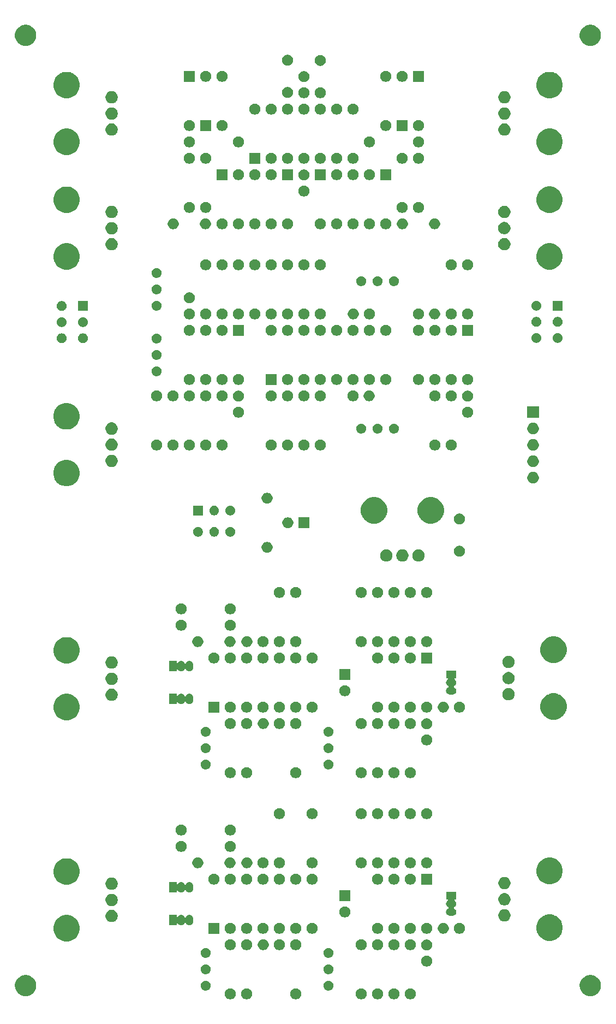
<source format=gbr>
G04 #@! TF.GenerationSoftware,KiCad,Pcbnew,(5.1.5)-3*
G04 #@! TF.CreationDate,2021-04-19T18:59:59+02:00*
G04 #@! TF.ProjectId,AnalogDrum_AM,416e616c-6f67-4447-9275-6d5f414d2e6b,rev?*
G04 #@! TF.SameCoordinates,Original*
G04 #@! TF.FileFunction,Soldermask,Top*
G04 #@! TF.FilePolarity,Negative*
%FSLAX46Y46*%
G04 Gerber Fmt 4.6, Leading zero omitted, Abs format (unit mm)*
G04 Created by KiCad (PCBNEW (5.1.5)-3) date 2021-04-19 18:59:59*
%MOMM*%
%LPD*%
G04 APERTURE LIST*
%ADD10C,0.100000*%
G04 APERTURE END LIST*
D10*
G36*
X134868228Y-171901703D02*
G01*
X135023100Y-171965853D01*
X135162481Y-172058985D01*
X135281015Y-172177519D01*
X135374147Y-172316900D01*
X135438297Y-172471772D01*
X135471000Y-172636184D01*
X135471000Y-172803816D01*
X135438297Y-172968228D01*
X135374147Y-173123100D01*
X135281015Y-173262481D01*
X135162481Y-173381015D01*
X135023100Y-173474147D01*
X134868228Y-173538297D01*
X134703816Y-173571000D01*
X134536184Y-173571000D01*
X134371772Y-173538297D01*
X134216900Y-173474147D01*
X134077519Y-173381015D01*
X133958985Y-173262481D01*
X133865853Y-173123100D01*
X133801703Y-172968228D01*
X133769000Y-172803816D01*
X133769000Y-172636184D01*
X133801703Y-172471772D01*
X133865853Y-172316900D01*
X133958985Y-172177519D01*
X134077519Y-172058985D01*
X134216900Y-171965853D01*
X134371772Y-171901703D01*
X134536184Y-171869000D01*
X134703816Y-171869000D01*
X134868228Y-171901703D01*
G37*
G36*
X132328228Y-171901703D02*
G01*
X132483100Y-171965853D01*
X132622481Y-172058985D01*
X132741015Y-172177519D01*
X132834147Y-172316900D01*
X132898297Y-172471772D01*
X132931000Y-172636184D01*
X132931000Y-172803816D01*
X132898297Y-172968228D01*
X132834147Y-173123100D01*
X132741015Y-173262481D01*
X132622481Y-173381015D01*
X132483100Y-173474147D01*
X132328228Y-173538297D01*
X132163816Y-173571000D01*
X131996184Y-173571000D01*
X131831772Y-173538297D01*
X131676900Y-173474147D01*
X131537519Y-173381015D01*
X131418985Y-173262481D01*
X131325853Y-173123100D01*
X131261703Y-172968228D01*
X131229000Y-172803816D01*
X131229000Y-172636184D01*
X131261703Y-172471772D01*
X131325853Y-172316900D01*
X131418985Y-172177519D01*
X131537519Y-172058985D01*
X131676900Y-171965853D01*
X131831772Y-171901703D01*
X131996184Y-171869000D01*
X132163816Y-171869000D01*
X132328228Y-171901703D01*
G37*
G36*
X129788228Y-171901703D02*
G01*
X129943100Y-171965853D01*
X130082481Y-172058985D01*
X130201015Y-172177519D01*
X130294147Y-172316900D01*
X130358297Y-172471772D01*
X130391000Y-172636184D01*
X130391000Y-172803816D01*
X130358297Y-172968228D01*
X130294147Y-173123100D01*
X130201015Y-173262481D01*
X130082481Y-173381015D01*
X129943100Y-173474147D01*
X129788228Y-173538297D01*
X129623816Y-173571000D01*
X129456184Y-173571000D01*
X129291772Y-173538297D01*
X129136900Y-173474147D01*
X128997519Y-173381015D01*
X128878985Y-173262481D01*
X128785853Y-173123100D01*
X128721703Y-172968228D01*
X128689000Y-172803816D01*
X128689000Y-172636184D01*
X128721703Y-172471772D01*
X128785853Y-172316900D01*
X128878985Y-172177519D01*
X128997519Y-172058985D01*
X129136900Y-171965853D01*
X129291772Y-171901703D01*
X129456184Y-171869000D01*
X129623816Y-171869000D01*
X129788228Y-171901703D01*
G37*
G36*
X127248228Y-171901703D02*
G01*
X127403100Y-171965853D01*
X127542481Y-172058985D01*
X127661015Y-172177519D01*
X127754147Y-172316900D01*
X127818297Y-172471772D01*
X127851000Y-172636184D01*
X127851000Y-172803816D01*
X127818297Y-172968228D01*
X127754147Y-173123100D01*
X127661015Y-173262481D01*
X127542481Y-173381015D01*
X127403100Y-173474147D01*
X127248228Y-173538297D01*
X127083816Y-173571000D01*
X126916184Y-173571000D01*
X126751772Y-173538297D01*
X126596900Y-173474147D01*
X126457519Y-173381015D01*
X126338985Y-173262481D01*
X126245853Y-173123100D01*
X126181703Y-172968228D01*
X126149000Y-172803816D01*
X126149000Y-172636184D01*
X126181703Y-172471772D01*
X126245853Y-172316900D01*
X126338985Y-172177519D01*
X126457519Y-172058985D01*
X126596900Y-171965853D01*
X126751772Y-171901703D01*
X126916184Y-171869000D01*
X127083816Y-171869000D01*
X127248228Y-171901703D01*
G37*
G36*
X117088228Y-171901703D02*
G01*
X117243100Y-171965853D01*
X117382481Y-172058985D01*
X117501015Y-172177519D01*
X117594147Y-172316900D01*
X117658297Y-172471772D01*
X117691000Y-172636184D01*
X117691000Y-172803816D01*
X117658297Y-172968228D01*
X117594147Y-173123100D01*
X117501015Y-173262481D01*
X117382481Y-173381015D01*
X117243100Y-173474147D01*
X117088228Y-173538297D01*
X116923816Y-173571000D01*
X116756184Y-173571000D01*
X116591772Y-173538297D01*
X116436900Y-173474147D01*
X116297519Y-173381015D01*
X116178985Y-173262481D01*
X116085853Y-173123100D01*
X116021703Y-172968228D01*
X115989000Y-172803816D01*
X115989000Y-172636184D01*
X116021703Y-172471772D01*
X116085853Y-172316900D01*
X116178985Y-172177519D01*
X116297519Y-172058985D01*
X116436900Y-171965853D01*
X116591772Y-171901703D01*
X116756184Y-171869000D01*
X116923816Y-171869000D01*
X117088228Y-171901703D01*
G37*
G36*
X109468228Y-171901703D02*
G01*
X109623100Y-171965853D01*
X109762481Y-172058985D01*
X109881015Y-172177519D01*
X109974147Y-172316900D01*
X110038297Y-172471772D01*
X110071000Y-172636184D01*
X110071000Y-172803816D01*
X110038297Y-172968228D01*
X109974147Y-173123100D01*
X109881015Y-173262481D01*
X109762481Y-173381015D01*
X109623100Y-173474147D01*
X109468228Y-173538297D01*
X109303816Y-173571000D01*
X109136184Y-173571000D01*
X108971772Y-173538297D01*
X108816900Y-173474147D01*
X108677519Y-173381015D01*
X108558985Y-173262481D01*
X108465853Y-173123100D01*
X108401703Y-172968228D01*
X108369000Y-172803816D01*
X108369000Y-172636184D01*
X108401703Y-172471772D01*
X108465853Y-172316900D01*
X108558985Y-172177519D01*
X108677519Y-172058985D01*
X108816900Y-171965853D01*
X108971772Y-171901703D01*
X109136184Y-171869000D01*
X109303816Y-171869000D01*
X109468228Y-171901703D01*
G37*
G36*
X106928228Y-171901703D02*
G01*
X107083100Y-171965853D01*
X107222481Y-172058985D01*
X107341015Y-172177519D01*
X107434147Y-172316900D01*
X107498297Y-172471772D01*
X107531000Y-172636184D01*
X107531000Y-172803816D01*
X107498297Y-172968228D01*
X107434147Y-173123100D01*
X107341015Y-173262481D01*
X107222481Y-173381015D01*
X107083100Y-173474147D01*
X106928228Y-173538297D01*
X106763816Y-173571000D01*
X106596184Y-173571000D01*
X106431772Y-173538297D01*
X106276900Y-173474147D01*
X106137519Y-173381015D01*
X106018985Y-173262481D01*
X105925853Y-173123100D01*
X105861703Y-172968228D01*
X105829000Y-172803816D01*
X105829000Y-172636184D01*
X105861703Y-172471772D01*
X105925853Y-172316900D01*
X106018985Y-172177519D01*
X106137519Y-172058985D01*
X106276900Y-171965853D01*
X106431772Y-171901703D01*
X106596184Y-171869000D01*
X106763816Y-171869000D01*
X106928228Y-171901703D01*
G37*
G36*
X162935256Y-169841298D02*
G01*
X163041579Y-169862447D01*
X163342042Y-169986903D01*
X163612451Y-170167585D01*
X163842415Y-170397549D01*
X164023097Y-170667958D01*
X164143451Y-170958517D01*
X164147553Y-170968422D01*
X164211000Y-171287389D01*
X164211000Y-171612611D01*
X164198611Y-171674893D01*
X164147553Y-171931579D01*
X164023097Y-172232042D01*
X163842415Y-172502451D01*
X163612451Y-172732415D01*
X163342042Y-172913097D01*
X163041579Y-173037553D01*
X162935256Y-173058702D01*
X162722611Y-173101000D01*
X162397389Y-173101000D01*
X162184744Y-173058702D01*
X162078421Y-173037553D01*
X161777958Y-172913097D01*
X161507549Y-172732415D01*
X161277585Y-172502451D01*
X161096903Y-172232042D01*
X160972447Y-171931579D01*
X160921389Y-171674893D01*
X160909000Y-171612611D01*
X160909000Y-171287389D01*
X160972447Y-170968422D01*
X160976550Y-170958517D01*
X161096903Y-170667958D01*
X161277585Y-170397549D01*
X161507549Y-170167585D01*
X161777958Y-169986903D01*
X162078421Y-169862447D01*
X162184744Y-169841298D01*
X162397389Y-169799000D01*
X162722611Y-169799000D01*
X162935256Y-169841298D01*
G37*
G36*
X75305256Y-169841298D02*
G01*
X75411579Y-169862447D01*
X75712042Y-169986903D01*
X75982451Y-170167585D01*
X76212415Y-170397549D01*
X76393097Y-170667958D01*
X76513451Y-170958517D01*
X76517553Y-170968422D01*
X76581000Y-171287389D01*
X76581000Y-171612611D01*
X76568611Y-171674893D01*
X76517553Y-171931579D01*
X76393097Y-172232042D01*
X76212415Y-172502451D01*
X75982451Y-172732415D01*
X75712042Y-172913097D01*
X75411579Y-173037553D01*
X75305256Y-173058702D01*
X75092611Y-173101000D01*
X74767389Y-173101000D01*
X74554744Y-173058702D01*
X74448421Y-173037553D01*
X74147958Y-172913097D01*
X73877549Y-172732415D01*
X73647585Y-172502451D01*
X73466903Y-172232042D01*
X73342447Y-171931579D01*
X73291389Y-171674893D01*
X73279000Y-171612611D01*
X73279000Y-171287389D01*
X73342447Y-170968422D01*
X73346550Y-170958517D01*
X73466903Y-170667958D01*
X73647585Y-170397549D01*
X73877549Y-170167585D01*
X74147958Y-169986903D01*
X74448421Y-169862447D01*
X74554744Y-169841298D01*
X74767389Y-169799000D01*
X75092611Y-169799000D01*
X75305256Y-169841298D01*
G37*
G36*
X102995589Y-170688876D02*
G01*
X103094893Y-170708629D01*
X103235206Y-170766748D01*
X103361484Y-170851125D01*
X103468875Y-170958516D01*
X103553252Y-171084794D01*
X103611371Y-171225107D01*
X103641000Y-171374063D01*
X103641000Y-171525937D01*
X103611371Y-171674893D01*
X103553252Y-171815206D01*
X103468875Y-171941484D01*
X103361484Y-172048875D01*
X103235206Y-172133252D01*
X103094893Y-172191371D01*
X102995589Y-172211124D01*
X102945938Y-172221000D01*
X102794062Y-172221000D01*
X102744411Y-172211124D01*
X102645107Y-172191371D01*
X102504794Y-172133252D01*
X102378516Y-172048875D01*
X102271125Y-171941484D01*
X102186748Y-171815206D01*
X102128629Y-171674893D01*
X102099000Y-171525937D01*
X102099000Y-171374063D01*
X102128629Y-171225107D01*
X102186748Y-171084794D01*
X102271125Y-170958516D01*
X102378516Y-170851125D01*
X102504794Y-170766748D01*
X102645107Y-170708629D01*
X102744411Y-170688876D01*
X102794062Y-170679000D01*
X102945938Y-170679000D01*
X102995589Y-170688876D01*
G37*
G36*
X122045589Y-170688876D02*
G01*
X122144893Y-170708629D01*
X122285206Y-170766748D01*
X122411484Y-170851125D01*
X122518875Y-170958516D01*
X122603252Y-171084794D01*
X122661371Y-171225107D01*
X122691000Y-171374063D01*
X122691000Y-171525937D01*
X122661371Y-171674893D01*
X122603252Y-171815206D01*
X122518875Y-171941484D01*
X122411484Y-172048875D01*
X122285206Y-172133252D01*
X122144893Y-172191371D01*
X122045589Y-172211124D01*
X121995938Y-172221000D01*
X121844062Y-172221000D01*
X121794411Y-172211124D01*
X121695107Y-172191371D01*
X121554794Y-172133252D01*
X121428516Y-172048875D01*
X121321125Y-171941484D01*
X121236748Y-171815206D01*
X121178629Y-171674893D01*
X121149000Y-171525937D01*
X121149000Y-171374063D01*
X121178629Y-171225107D01*
X121236748Y-171084794D01*
X121321125Y-170958516D01*
X121428516Y-170851125D01*
X121554794Y-170766748D01*
X121695107Y-170708629D01*
X121794411Y-170688876D01*
X121844062Y-170679000D01*
X121995938Y-170679000D01*
X122045589Y-170688876D01*
G37*
G36*
X102995589Y-168148876D02*
G01*
X103094893Y-168168629D01*
X103235206Y-168226748D01*
X103361484Y-168311125D01*
X103468875Y-168418516D01*
X103553252Y-168544794D01*
X103611371Y-168685107D01*
X103641000Y-168834063D01*
X103641000Y-168985937D01*
X103611371Y-169134893D01*
X103553252Y-169275206D01*
X103468875Y-169401484D01*
X103361484Y-169508875D01*
X103235206Y-169593252D01*
X103094893Y-169651371D01*
X102995589Y-169671124D01*
X102945938Y-169681000D01*
X102794062Y-169681000D01*
X102744411Y-169671124D01*
X102645107Y-169651371D01*
X102504794Y-169593252D01*
X102378516Y-169508875D01*
X102271125Y-169401484D01*
X102186748Y-169275206D01*
X102128629Y-169134893D01*
X102099000Y-168985937D01*
X102099000Y-168834063D01*
X102128629Y-168685107D01*
X102186748Y-168544794D01*
X102271125Y-168418516D01*
X102378516Y-168311125D01*
X102504794Y-168226748D01*
X102645107Y-168168629D01*
X102744411Y-168148876D01*
X102794062Y-168139000D01*
X102945938Y-168139000D01*
X102995589Y-168148876D01*
G37*
G36*
X122045589Y-168148876D02*
G01*
X122144893Y-168168629D01*
X122285206Y-168226748D01*
X122411484Y-168311125D01*
X122518875Y-168418516D01*
X122603252Y-168544794D01*
X122661371Y-168685107D01*
X122691000Y-168834063D01*
X122691000Y-168985937D01*
X122661371Y-169134893D01*
X122603252Y-169275206D01*
X122518875Y-169401484D01*
X122411484Y-169508875D01*
X122285206Y-169593252D01*
X122144893Y-169651371D01*
X122045589Y-169671124D01*
X121995938Y-169681000D01*
X121844062Y-169681000D01*
X121794411Y-169671124D01*
X121695107Y-169651371D01*
X121554794Y-169593252D01*
X121428516Y-169508875D01*
X121321125Y-169401484D01*
X121236748Y-169275206D01*
X121178629Y-169134893D01*
X121149000Y-168985937D01*
X121149000Y-168834063D01*
X121178629Y-168685107D01*
X121236748Y-168544794D01*
X121321125Y-168418516D01*
X121428516Y-168311125D01*
X121554794Y-168226748D01*
X121695107Y-168168629D01*
X121794411Y-168148876D01*
X121844062Y-168139000D01*
X121995938Y-168139000D01*
X122045589Y-168148876D01*
G37*
G36*
X137408228Y-166821703D02*
G01*
X137563100Y-166885853D01*
X137702481Y-166978985D01*
X137821015Y-167097519D01*
X137914147Y-167236900D01*
X137978297Y-167391772D01*
X138011000Y-167556184D01*
X138011000Y-167723816D01*
X137978297Y-167888228D01*
X137914147Y-168043100D01*
X137821015Y-168182481D01*
X137702481Y-168301015D01*
X137563100Y-168394147D01*
X137408228Y-168458297D01*
X137243816Y-168491000D01*
X137076184Y-168491000D01*
X136911772Y-168458297D01*
X136756900Y-168394147D01*
X136617519Y-168301015D01*
X136498985Y-168182481D01*
X136405853Y-168043100D01*
X136341703Y-167888228D01*
X136309000Y-167723816D01*
X136309000Y-167556184D01*
X136341703Y-167391772D01*
X136405853Y-167236900D01*
X136498985Y-167097519D01*
X136617519Y-166978985D01*
X136756900Y-166885853D01*
X136911772Y-166821703D01*
X137076184Y-166789000D01*
X137243816Y-166789000D01*
X137408228Y-166821703D01*
G37*
G36*
X122045589Y-165608876D02*
G01*
X122144893Y-165628629D01*
X122285206Y-165686748D01*
X122411484Y-165771125D01*
X122518875Y-165878516D01*
X122603252Y-166004794D01*
X122661371Y-166145107D01*
X122691000Y-166294063D01*
X122691000Y-166445937D01*
X122661371Y-166594893D01*
X122603252Y-166735206D01*
X122518875Y-166861484D01*
X122411484Y-166968875D01*
X122285206Y-167053252D01*
X122144893Y-167111371D01*
X122045589Y-167131124D01*
X121995938Y-167141000D01*
X121844062Y-167141000D01*
X121794411Y-167131124D01*
X121695107Y-167111371D01*
X121554794Y-167053252D01*
X121428516Y-166968875D01*
X121321125Y-166861484D01*
X121236748Y-166735206D01*
X121178629Y-166594893D01*
X121149000Y-166445937D01*
X121149000Y-166294063D01*
X121178629Y-166145107D01*
X121236748Y-166004794D01*
X121321125Y-165878516D01*
X121428516Y-165771125D01*
X121554794Y-165686748D01*
X121695107Y-165628629D01*
X121794411Y-165608876D01*
X121844062Y-165599000D01*
X121995938Y-165599000D01*
X122045589Y-165608876D01*
G37*
G36*
X102995589Y-165608876D02*
G01*
X103094893Y-165628629D01*
X103235206Y-165686748D01*
X103361484Y-165771125D01*
X103468875Y-165878516D01*
X103553252Y-166004794D01*
X103611371Y-166145107D01*
X103641000Y-166294063D01*
X103641000Y-166445937D01*
X103611371Y-166594893D01*
X103553252Y-166735206D01*
X103468875Y-166861484D01*
X103361484Y-166968875D01*
X103235206Y-167053252D01*
X103094893Y-167111371D01*
X102995589Y-167131124D01*
X102945938Y-167141000D01*
X102794062Y-167141000D01*
X102744411Y-167131124D01*
X102645107Y-167111371D01*
X102504794Y-167053252D01*
X102378516Y-166968875D01*
X102271125Y-166861484D01*
X102186748Y-166735206D01*
X102128629Y-166594893D01*
X102099000Y-166445937D01*
X102099000Y-166294063D01*
X102128629Y-166145107D01*
X102186748Y-166004794D01*
X102271125Y-165878516D01*
X102378516Y-165771125D01*
X102504794Y-165686748D01*
X102645107Y-165628629D01*
X102744411Y-165608876D01*
X102794062Y-165599000D01*
X102945938Y-165599000D01*
X102995589Y-165608876D01*
G37*
G36*
X137408228Y-164321703D02*
G01*
X137563100Y-164385853D01*
X137702481Y-164478985D01*
X137821015Y-164597519D01*
X137914147Y-164736900D01*
X137978297Y-164891772D01*
X138011000Y-165056184D01*
X138011000Y-165223816D01*
X137978297Y-165388228D01*
X137914147Y-165543100D01*
X137821015Y-165682481D01*
X137702481Y-165801015D01*
X137563100Y-165894147D01*
X137408228Y-165958297D01*
X137243816Y-165991000D01*
X137076184Y-165991000D01*
X136911772Y-165958297D01*
X136756900Y-165894147D01*
X136617519Y-165801015D01*
X136498985Y-165682481D01*
X136405853Y-165543100D01*
X136341703Y-165388228D01*
X136309000Y-165223816D01*
X136309000Y-165056184D01*
X136341703Y-164891772D01*
X136405853Y-164736900D01*
X136498985Y-164597519D01*
X136617519Y-164478985D01*
X136756900Y-164385853D01*
X136911772Y-164321703D01*
X137076184Y-164289000D01*
X137243816Y-164289000D01*
X137408228Y-164321703D01*
G37*
G36*
X132328228Y-164281703D02*
G01*
X132483100Y-164345853D01*
X132622481Y-164438985D01*
X132741015Y-164557519D01*
X132834147Y-164696900D01*
X132898297Y-164851772D01*
X132931000Y-165016184D01*
X132931000Y-165183816D01*
X132898297Y-165348228D01*
X132834147Y-165503100D01*
X132741015Y-165642481D01*
X132622481Y-165761015D01*
X132483100Y-165854147D01*
X132328228Y-165918297D01*
X132163816Y-165951000D01*
X131996184Y-165951000D01*
X131831772Y-165918297D01*
X131676900Y-165854147D01*
X131537519Y-165761015D01*
X131418985Y-165642481D01*
X131325853Y-165503100D01*
X131261703Y-165348228D01*
X131229000Y-165183816D01*
X131229000Y-165016184D01*
X131261703Y-164851772D01*
X131325853Y-164696900D01*
X131418985Y-164557519D01*
X131537519Y-164438985D01*
X131676900Y-164345853D01*
X131831772Y-164281703D01*
X131996184Y-164249000D01*
X132163816Y-164249000D01*
X132328228Y-164281703D01*
G37*
G36*
X134868228Y-164281703D02*
G01*
X135023100Y-164345853D01*
X135162481Y-164438985D01*
X135281015Y-164557519D01*
X135374147Y-164696900D01*
X135438297Y-164851772D01*
X135471000Y-165016184D01*
X135471000Y-165183816D01*
X135438297Y-165348228D01*
X135374147Y-165503100D01*
X135281015Y-165642481D01*
X135162481Y-165761015D01*
X135023100Y-165854147D01*
X134868228Y-165918297D01*
X134703816Y-165951000D01*
X134536184Y-165951000D01*
X134371772Y-165918297D01*
X134216900Y-165854147D01*
X134077519Y-165761015D01*
X133958985Y-165642481D01*
X133865853Y-165503100D01*
X133801703Y-165348228D01*
X133769000Y-165183816D01*
X133769000Y-165016184D01*
X133801703Y-164851772D01*
X133865853Y-164696900D01*
X133958985Y-164557519D01*
X134077519Y-164438985D01*
X134216900Y-164345853D01*
X134371772Y-164281703D01*
X134536184Y-164249000D01*
X134703816Y-164249000D01*
X134868228Y-164281703D01*
G37*
G36*
X129788228Y-164281703D02*
G01*
X129943100Y-164345853D01*
X130082481Y-164438985D01*
X130201015Y-164557519D01*
X130294147Y-164696900D01*
X130358297Y-164851772D01*
X130391000Y-165016184D01*
X130391000Y-165183816D01*
X130358297Y-165348228D01*
X130294147Y-165503100D01*
X130201015Y-165642481D01*
X130082481Y-165761015D01*
X129943100Y-165854147D01*
X129788228Y-165918297D01*
X129623816Y-165951000D01*
X129456184Y-165951000D01*
X129291772Y-165918297D01*
X129136900Y-165854147D01*
X128997519Y-165761015D01*
X128878985Y-165642481D01*
X128785853Y-165503100D01*
X128721703Y-165348228D01*
X128689000Y-165183816D01*
X128689000Y-165016184D01*
X128721703Y-164851772D01*
X128785853Y-164696900D01*
X128878985Y-164557519D01*
X128997519Y-164438985D01*
X129136900Y-164345853D01*
X129291772Y-164281703D01*
X129456184Y-164249000D01*
X129623816Y-164249000D01*
X129788228Y-164281703D01*
G37*
G36*
X127248228Y-164281703D02*
G01*
X127403100Y-164345853D01*
X127542481Y-164438985D01*
X127661015Y-164557519D01*
X127754147Y-164696900D01*
X127818297Y-164851772D01*
X127851000Y-165016184D01*
X127851000Y-165183816D01*
X127818297Y-165348228D01*
X127754147Y-165503100D01*
X127661015Y-165642481D01*
X127542481Y-165761015D01*
X127403100Y-165854147D01*
X127248228Y-165918297D01*
X127083816Y-165951000D01*
X126916184Y-165951000D01*
X126751772Y-165918297D01*
X126596900Y-165854147D01*
X126457519Y-165761015D01*
X126338985Y-165642481D01*
X126245853Y-165503100D01*
X126181703Y-165348228D01*
X126149000Y-165183816D01*
X126149000Y-165016184D01*
X126181703Y-164851772D01*
X126245853Y-164696900D01*
X126338985Y-164557519D01*
X126457519Y-164438985D01*
X126596900Y-164345853D01*
X126751772Y-164281703D01*
X126916184Y-164249000D01*
X127083816Y-164249000D01*
X127248228Y-164281703D01*
G37*
G36*
X109468228Y-164281703D02*
G01*
X109623100Y-164345853D01*
X109762481Y-164438985D01*
X109881015Y-164557519D01*
X109974147Y-164696900D01*
X110038297Y-164851772D01*
X110071000Y-165016184D01*
X110071000Y-165183816D01*
X110038297Y-165348228D01*
X109974147Y-165503100D01*
X109881015Y-165642481D01*
X109762481Y-165761015D01*
X109623100Y-165854147D01*
X109468228Y-165918297D01*
X109303816Y-165951000D01*
X109136184Y-165951000D01*
X108971772Y-165918297D01*
X108816900Y-165854147D01*
X108677519Y-165761015D01*
X108558985Y-165642481D01*
X108465853Y-165503100D01*
X108401703Y-165348228D01*
X108369000Y-165183816D01*
X108369000Y-165016184D01*
X108401703Y-164851772D01*
X108465853Y-164696900D01*
X108558985Y-164557519D01*
X108677519Y-164438985D01*
X108816900Y-164345853D01*
X108971772Y-164281703D01*
X109136184Y-164249000D01*
X109303816Y-164249000D01*
X109468228Y-164281703D01*
G37*
G36*
X112048228Y-164281703D02*
G01*
X112203100Y-164345853D01*
X112342481Y-164438985D01*
X112461015Y-164557519D01*
X112554147Y-164696900D01*
X112618297Y-164851772D01*
X112651000Y-165016184D01*
X112651000Y-165183816D01*
X112618297Y-165348228D01*
X112554147Y-165503100D01*
X112461015Y-165642481D01*
X112342481Y-165761015D01*
X112203100Y-165854147D01*
X112048228Y-165918297D01*
X111883816Y-165951000D01*
X111716184Y-165951000D01*
X111551772Y-165918297D01*
X111396900Y-165854147D01*
X111257519Y-165761015D01*
X111138985Y-165642481D01*
X111045853Y-165503100D01*
X110981703Y-165348228D01*
X110949000Y-165183816D01*
X110949000Y-165016184D01*
X110981703Y-164851772D01*
X111045853Y-164696900D01*
X111138985Y-164557519D01*
X111257519Y-164438985D01*
X111396900Y-164345853D01*
X111551772Y-164281703D01*
X111716184Y-164249000D01*
X111883816Y-164249000D01*
X112048228Y-164281703D01*
G37*
G36*
X114548228Y-164281703D02*
G01*
X114703100Y-164345853D01*
X114842481Y-164438985D01*
X114961015Y-164557519D01*
X115054147Y-164696900D01*
X115118297Y-164851772D01*
X115151000Y-165016184D01*
X115151000Y-165183816D01*
X115118297Y-165348228D01*
X115054147Y-165503100D01*
X114961015Y-165642481D01*
X114842481Y-165761015D01*
X114703100Y-165854147D01*
X114548228Y-165918297D01*
X114383816Y-165951000D01*
X114216184Y-165951000D01*
X114051772Y-165918297D01*
X113896900Y-165854147D01*
X113757519Y-165761015D01*
X113638985Y-165642481D01*
X113545853Y-165503100D01*
X113481703Y-165348228D01*
X113449000Y-165183816D01*
X113449000Y-165016184D01*
X113481703Y-164851772D01*
X113545853Y-164696900D01*
X113638985Y-164557519D01*
X113757519Y-164438985D01*
X113896900Y-164345853D01*
X114051772Y-164281703D01*
X114216184Y-164249000D01*
X114383816Y-164249000D01*
X114548228Y-164281703D01*
G37*
G36*
X117088228Y-164281703D02*
G01*
X117243100Y-164345853D01*
X117382481Y-164438985D01*
X117501015Y-164557519D01*
X117594147Y-164696900D01*
X117658297Y-164851772D01*
X117691000Y-165016184D01*
X117691000Y-165183816D01*
X117658297Y-165348228D01*
X117594147Y-165503100D01*
X117501015Y-165642481D01*
X117382481Y-165761015D01*
X117243100Y-165854147D01*
X117088228Y-165918297D01*
X116923816Y-165951000D01*
X116756184Y-165951000D01*
X116591772Y-165918297D01*
X116436900Y-165854147D01*
X116297519Y-165761015D01*
X116178985Y-165642481D01*
X116085853Y-165503100D01*
X116021703Y-165348228D01*
X115989000Y-165183816D01*
X115989000Y-165016184D01*
X116021703Y-164851772D01*
X116085853Y-164696900D01*
X116178985Y-164557519D01*
X116297519Y-164438985D01*
X116436900Y-164345853D01*
X116591772Y-164281703D01*
X116756184Y-164249000D01*
X116923816Y-164249000D01*
X117088228Y-164281703D01*
G37*
G36*
X106928228Y-164281703D02*
G01*
X107083100Y-164345853D01*
X107222481Y-164438985D01*
X107341015Y-164557519D01*
X107434147Y-164696900D01*
X107498297Y-164851772D01*
X107531000Y-165016184D01*
X107531000Y-165183816D01*
X107498297Y-165348228D01*
X107434147Y-165503100D01*
X107341015Y-165642481D01*
X107222481Y-165761015D01*
X107083100Y-165854147D01*
X106928228Y-165918297D01*
X106763816Y-165951000D01*
X106596184Y-165951000D01*
X106431772Y-165918297D01*
X106276900Y-165854147D01*
X106137519Y-165761015D01*
X106018985Y-165642481D01*
X105925853Y-165503100D01*
X105861703Y-165348228D01*
X105829000Y-165183816D01*
X105829000Y-165016184D01*
X105861703Y-164851772D01*
X105925853Y-164696900D01*
X106018985Y-164557519D01*
X106137519Y-164438985D01*
X106276900Y-164345853D01*
X106431772Y-164281703D01*
X106596184Y-164249000D01*
X106763816Y-164249000D01*
X106928228Y-164281703D01*
G37*
G36*
X81878254Y-160587818D02*
G01*
X82204098Y-160722787D01*
X82251513Y-160742427D01*
X82587436Y-160966884D01*
X82873116Y-161252564D01*
X83088196Y-161574453D01*
X83097574Y-161588489D01*
X83252182Y-161961746D01*
X83331000Y-162357993D01*
X83331000Y-162762007D01*
X83252182Y-163158254D01*
X83161038Y-163378295D01*
X83097573Y-163531513D01*
X82873116Y-163867436D01*
X82587436Y-164153116D01*
X82251513Y-164377573D01*
X82251512Y-164377574D01*
X82251511Y-164377574D01*
X81878254Y-164532182D01*
X81482007Y-164611000D01*
X81077993Y-164611000D01*
X80681746Y-164532182D01*
X80308489Y-164377574D01*
X80308488Y-164377574D01*
X80308487Y-164377573D01*
X79972564Y-164153116D01*
X79686884Y-163867436D01*
X79462427Y-163531513D01*
X79398962Y-163378295D01*
X79307818Y-163158254D01*
X79229000Y-162762007D01*
X79229000Y-162357993D01*
X79307818Y-161961746D01*
X79462426Y-161588489D01*
X79471805Y-161574453D01*
X79686884Y-161252564D01*
X79972564Y-160966884D01*
X80308487Y-160742427D01*
X80355902Y-160722787D01*
X80681746Y-160587818D01*
X81077993Y-160509000D01*
X81482007Y-160509000D01*
X81878254Y-160587818D01*
G37*
G36*
X156823254Y-160497818D02*
G01*
X157060286Y-160596000D01*
X157196513Y-160652427D01*
X157532436Y-160876884D01*
X157818116Y-161162564D01*
X158033196Y-161484453D01*
X158042574Y-161498489D01*
X158197182Y-161871746D01*
X158276000Y-162267993D01*
X158276000Y-162672007D01*
X158197182Y-163068254D01*
X158159902Y-163158255D01*
X158042573Y-163441513D01*
X157818116Y-163777436D01*
X157532436Y-164063116D01*
X157196513Y-164287573D01*
X157196512Y-164287574D01*
X157196511Y-164287574D01*
X156823254Y-164442182D01*
X156427007Y-164521000D01*
X156022993Y-164521000D01*
X155626746Y-164442182D01*
X155253489Y-164287574D01*
X155253488Y-164287574D01*
X155253487Y-164287573D01*
X154917564Y-164063116D01*
X154631884Y-163777436D01*
X154407427Y-163441513D01*
X154290098Y-163158255D01*
X154252818Y-163068254D01*
X154174000Y-162672007D01*
X154174000Y-162267993D01*
X154252818Y-161871746D01*
X154407426Y-161498489D01*
X154416805Y-161484453D01*
X154631884Y-161162564D01*
X154917564Y-160876884D01*
X155253487Y-160652427D01*
X155389714Y-160596000D01*
X155626746Y-160497818D01*
X156022993Y-160419000D01*
X156427007Y-160419000D01*
X156823254Y-160497818D01*
G37*
G36*
X137408228Y-161741703D02*
G01*
X137563100Y-161805853D01*
X137702481Y-161898985D01*
X137821015Y-162017519D01*
X137914147Y-162156900D01*
X137978297Y-162311772D01*
X138011000Y-162476184D01*
X138011000Y-162643816D01*
X137978297Y-162808228D01*
X137914147Y-162963100D01*
X137821015Y-163102481D01*
X137702481Y-163221015D01*
X137563100Y-163314147D01*
X137408228Y-163378297D01*
X137243816Y-163411000D01*
X137076184Y-163411000D01*
X136911772Y-163378297D01*
X136756900Y-163314147D01*
X136617519Y-163221015D01*
X136498985Y-163102481D01*
X136405853Y-162963100D01*
X136341703Y-162808228D01*
X136309000Y-162643816D01*
X136309000Y-162476184D01*
X136341703Y-162311772D01*
X136405853Y-162156900D01*
X136498985Y-162017519D01*
X136617519Y-161898985D01*
X136756900Y-161805853D01*
X136911772Y-161741703D01*
X137076184Y-161709000D01*
X137243816Y-161709000D01*
X137408228Y-161741703D01*
G37*
G36*
X104991000Y-163411000D02*
G01*
X103289000Y-163411000D01*
X103289000Y-161709000D01*
X104991000Y-161709000D01*
X104991000Y-163411000D01*
G37*
G36*
X109468228Y-161741703D02*
G01*
X109623100Y-161805853D01*
X109762481Y-161898985D01*
X109881015Y-162017519D01*
X109974147Y-162156900D01*
X110038297Y-162311772D01*
X110071000Y-162476184D01*
X110071000Y-162643816D01*
X110038297Y-162808228D01*
X109974147Y-162963100D01*
X109881015Y-163102481D01*
X109762481Y-163221015D01*
X109623100Y-163314147D01*
X109468228Y-163378297D01*
X109303816Y-163411000D01*
X109136184Y-163411000D01*
X108971772Y-163378297D01*
X108816900Y-163314147D01*
X108677519Y-163221015D01*
X108558985Y-163102481D01*
X108465853Y-162963100D01*
X108401703Y-162808228D01*
X108369000Y-162643816D01*
X108369000Y-162476184D01*
X108401703Y-162311772D01*
X108465853Y-162156900D01*
X108558985Y-162017519D01*
X108677519Y-161898985D01*
X108816900Y-161805853D01*
X108971772Y-161741703D01*
X109136184Y-161709000D01*
X109303816Y-161709000D01*
X109468228Y-161741703D01*
G37*
G36*
X106928228Y-161741703D02*
G01*
X107083100Y-161805853D01*
X107222481Y-161898985D01*
X107341015Y-162017519D01*
X107434147Y-162156900D01*
X107498297Y-162311772D01*
X107531000Y-162476184D01*
X107531000Y-162643816D01*
X107498297Y-162808228D01*
X107434147Y-162963100D01*
X107341015Y-163102481D01*
X107222481Y-163221015D01*
X107083100Y-163314147D01*
X106928228Y-163378297D01*
X106763816Y-163411000D01*
X106596184Y-163411000D01*
X106431772Y-163378297D01*
X106276900Y-163314147D01*
X106137519Y-163221015D01*
X106018985Y-163102481D01*
X105925853Y-162963100D01*
X105861703Y-162808228D01*
X105829000Y-162643816D01*
X105829000Y-162476184D01*
X105861703Y-162311772D01*
X105925853Y-162156900D01*
X106018985Y-162017519D01*
X106137519Y-161898985D01*
X106276900Y-161805853D01*
X106431772Y-161741703D01*
X106596184Y-161709000D01*
X106763816Y-161709000D01*
X106928228Y-161741703D01*
G37*
G36*
X112008228Y-161741703D02*
G01*
X112163100Y-161805853D01*
X112302481Y-161898985D01*
X112421015Y-162017519D01*
X112514147Y-162156900D01*
X112578297Y-162311772D01*
X112611000Y-162476184D01*
X112611000Y-162643816D01*
X112578297Y-162808228D01*
X112514147Y-162963100D01*
X112421015Y-163102481D01*
X112302481Y-163221015D01*
X112163100Y-163314147D01*
X112008228Y-163378297D01*
X111843816Y-163411000D01*
X111676184Y-163411000D01*
X111511772Y-163378297D01*
X111356900Y-163314147D01*
X111217519Y-163221015D01*
X111098985Y-163102481D01*
X111005853Y-162963100D01*
X110941703Y-162808228D01*
X110909000Y-162643816D01*
X110909000Y-162476184D01*
X110941703Y-162311772D01*
X111005853Y-162156900D01*
X111098985Y-162017519D01*
X111217519Y-161898985D01*
X111356900Y-161805853D01*
X111511772Y-161741703D01*
X111676184Y-161709000D01*
X111843816Y-161709000D01*
X112008228Y-161741703D01*
G37*
G36*
X114548228Y-161741703D02*
G01*
X114703100Y-161805853D01*
X114842481Y-161898985D01*
X114961015Y-162017519D01*
X115054147Y-162156900D01*
X115118297Y-162311772D01*
X115151000Y-162476184D01*
X115151000Y-162643816D01*
X115118297Y-162808228D01*
X115054147Y-162963100D01*
X114961015Y-163102481D01*
X114842481Y-163221015D01*
X114703100Y-163314147D01*
X114548228Y-163378297D01*
X114383816Y-163411000D01*
X114216184Y-163411000D01*
X114051772Y-163378297D01*
X113896900Y-163314147D01*
X113757519Y-163221015D01*
X113638985Y-163102481D01*
X113545853Y-162963100D01*
X113481703Y-162808228D01*
X113449000Y-162643816D01*
X113449000Y-162476184D01*
X113481703Y-162311772D01*
X113545853Y-162156900D01*
X113638985Y-162017519D01*
X113757519Y-161898985D01*
X113896900Y-161805853D01*
X114051772Y-161741703D01*
X114216184Y-161709000D01*
X114383816Y-161709000D01*
X114548228Y-161741703D01*
G37*
G36*
X117088228Y-161741703D02*
G01*
X117243100Y-161805853D01*
X117382481Y-161898985D01*
X117501015Y-162017519D01*
X117594147Y-162156900D01*
X117658297Y-162311772D01*
X117691000Y-162476184D01*
X117691000Y-162643816D01*
X117658297Y-162808228D01*
X117594147Y-162963100D01*
X117501015Y-163102481D01*
X117382481Y-163221015D01*
X117243100Y-163314147D01*
X117088228Y-163378297D01*
X116923816Y-163411000D01*
X116756184Y-163411000D01*
X116591772Y-163378297D01*
X116436900Y-163314147D01*
X116297519Y-163221015D01*
X116178985Y-163102481D01*
X116085853Y-162963100D01*
X116021703Y-162808228D01*
X115989000Y-162643816D01*
X115989000Y-162476184D01*
X116021703Y-162311772D01*
X116085853Y-162156900D01*
X116178985Y-162017519D01*
X116297519Y-161898985D01*
X116436900Y-161805853D01*
X116591772Y-161741703D01*
X116756184Y-161709000D01*
X116923816Y-161709000D01*
X117088228Y-161741703D01*
G37*
G36*
X129788228Y-161741703D02*
G01*
X129943100Y-161805853D01*
X130082481Y-161898985D01*
X130201015Y-162017519D01*
X130294147Y-162156900D01*
X130358297Y-162311772D01*
X130391000Y-162476184D01*
X130391000Y-162643816D01*
X130358297Y-162808228D01*
X130294147Y-162963100D01*
X130201015Y-163102481D01*
X130082481Y-163221015D01*
X129943100Y-163314147D01*
X129788228Y-163378297D01*
X129623816Y-163411000D01*
X129456184Y-163411000D01*
X129291772Y-163378297D01*
X129136900Y-163314147D01*
X128997519Y-163221015D01*
X128878985Y-163102481D01*
X128785853Y-162963100D01*
X128721703Y-162808228D01*
X128689000Y-162643816D01*
X128689000Y-162476184D01*
X128721703Y-162311772D01*
X128785853Y-162156900D01*
X128878985Y-162017519D01*
X128997519Y-161898985D01*
X129136900Y-161805853D01*
X129291772Y-161741703D01*
X129456184Y-161709000D01*
X129623816Y-161709000D01*
X129788228Y-161741703D01*
G37*
G36*
X132328228Y-161741703D02*
G01*
X132483100Y-161805853D01*
X132622481Y-161898985D01*
X132741015Y-162017519D01*
X132834147Y-162156900D01*
X132898297Y-162311772D01*
X132931000Y-162476184D01*
X132931000Y-162643816D01*
X132898297Y-162808228D01*
X132834147Y-162963100D01*
X132741015Y-163102481D01*
X132622481Y-163221015D01*
X132483100Y-163314147D01*
X132328228Y-163378297D01*
X132163816Y-163411000D01*
X131996184Y-163411000D01*
X131831772Y-163378297D01*
X131676900Y-163314147D01*
X131537519Y-163221015D01*
X131418985Y-163102481D01*
X131325853Y-162963100D01*
X131261703Y-162808228D01*
X131229000Y-162643816D01*
X131229000Y-162476184D01*
X131261703Y-162311772D01*
X131325853Y-162156900D01*
X131418985Y-162017519D01*
X131537519Y-161898985D01*
X131676900Y-161805853D01*
X131831772Y-161741703D01*
X131996184Y-161709000D01*
X132163816Y-161709000D01*
X132328228Y-161741703D01*
G37*
G36*
X134868228Y-161741703D02*
G01*
X135023100Y-161805853D01*
X135162481Y-161898985D01*
X135281015Y-162017519D01*
X135374147Y-162156900D01*
X135438297Y-162311772D01*
X135471000Y-162476184D01*
X135471000Y-162643816D01*
X135438297Y-162808228D01*
X135374147Y-162963100D01*
X135281015Y-163102481D01*
X135162481Y-163221015D01*
X135023100Y-163314147D01*
X134868228Y-163378297D01*
X134703816Y-163411000D01*
X134536184Y-163411000D01*
X134371772Y-163378297D01*
X134216900Y-163314147D01*
X134077519Y-163221015D01*
X133958985Y-163102481D01*
X133865853Y-162963100D01*
X133801703Y-162808228D01*
X133769000Y-162643816D01*
X133769000Y-162476184D01*
X133801703Y-162311772D01*
X133865853Y-162156900D01*
X133958985Y-162017519D01*
X134077519Y-161898985D01*
X134216900Y-161805853D01*
X134371772Y-161741703D01*
X134536184Y-161709000D01*
X134703816Y-161709000D01*
X134868228Y-161741703D01*
G37*
G36*
X142488228Y-161741703D02*
G01*
X142643100Y-161805853D01*
X142782481Y-161898985D01*
X142901015Y-162017519D01*
X142994147Y-162156900D01*
X143058297Y-162311772D01*
X143091000Y-162476184D01*
X143091000Y-162643816D01*
X143058297Y-162808228D01*
X142994147Y-162963100D01*
X142901015Y-163102481D01*
X142782481Y-163221015D01*
X142643100Y-163314147D01*
X142488228Y-163378297D01*
X142323816Y-163411000D01*
X142156184Y-163411000D01*
X141991772Y-163378297D01*
X141836900Y-163314147D01*
X141697519Y-163221015D01*
X141578985Y-163102481D01*
X141485853Y-162963100D01*
X141421703Y-162808228D01*
X141389000Y-162643816D01*
X141389000Y-162476184D01*
X141421703Y-162311772D01*
X141485853Y-162156900D01*
X141578985Y-162017519D01*
X141697519Y-161898985D01*
X141836900Y-161805853D01*
X141991772Y-161741703D01*
X142156184Y-161709000D01*
X142323816Y-161709000D01*
X142488228Y-161741703D01*
G37*
G36*
X139988228Y-161741703D02*
G01*
X140143100Y-161805853D01*
X140282481Y-161898985D01*
X140401015Y-162017519D01*
X140494147Y-162156900D01*
X140558297Y-162311772D01*
X140591000Y-162476184D01*
X140591000Y-162643816D01*
X140558297Y-162808228D01*
X140494147Y-162963100D01*
X140401015Y-163102481D01*
X140282481Y-163221015D01*
X140143100Y-163314147D01*
X139988228Y-163378297D01*
X139823816Y-163411000D01*
X139656184Y-163411000D01*
X139491772Y-163378297D01*
X139336900Y-163314147D01*
X139197519Y-163221015D01*
X139078985Y-163102481D01*
X138985853Y-162963100D01*
X138921703Y-162808228D01*
X138889000Y-162643816D01*
X138889000Y-162476184D01*
X138921703Y-162311772D01*
X138985853Y-162156900D01*
X139078985Y-162017519D01*
X139197519Y-161898985D01*
X139336900Y-161805853D01*
X139491772Y-161741703D01*
X139656184Y-161709000D01*
X139823816Y-161709000D01*
X139988228Y-161741703D01*
G37*
G36*
X119628228Y-161741703D02*
G01*
X119783100Y-161805853D01*
X119922481Y-161898985D01*
X120041015Y-162017519D01*
X120134147Y-162156900D01*
X120198297Y-162311772D01*
X120231000Y-162476184D01*
X120231000Y-162643816D01*
X120198297Y-162808228D01*
X120134147Y-162963100D01*
X120041015Y-163102481D01*
X119922481Y-163221015D01*
X119783100Y-163314147D01*
X119628228Y-163378297D01*
X119463816Y-163411000D01*
X119296184Y-163411000D01*
X119131772Y-163378297D01*
X118976900Y-163314147D01*
X118837519Y-163221015D01*
X118718985Y-163102481D01*
X118625853Y-162963100D01*
X118561703Y-162808228D01*
X118529000Y-162643816D01*
X118529000Y-162476184D01*
X118561703Y-162311772D01*
X118625853Y-162156900D01*
X118718985Y-162017519D01*
X118837519Y-161898985D01*
X118976900Y-161805853D01*
X119131772Y-161741703D01*
X119296184Y-161709000D01*
X119463816Y-161709000D01*
X119628228Y-161741703D01*
G37*
G36*
X100442915Y-160497334D02*
G01*
X100551491Y-160530271D01*
X100551494Y-160530272D01*
X100587600Y-160549571D01*
X100651556Y-160583756D01*
X100739264Y-160655736D01*
X100811244Y-160743443D01*
X100845429Y-160807399D01*
X100864728Y-160843505D01*
X100864729Y-160843508D01*
X100897666Y-160952084D01*
X100906000Y-161036702D01*
X100906000Y-161543297D01*
X100897666Y-161627916D01*
X100865252Y-161734767D01*
X100864728Y-161736495D01*
X100861944Y-161741703D01*
X100811244Y-161836557D01*
X100739264Y-161924264D01*
X100651557Y-161996244D01*
X100587601Y-162030429D01*
X100551495Y-162049728D01*
X100551492Y-162049729D01*
X100442916Y-162082666D01*
X100330000Y-162093787D01*
X100217085Y-162082666D01*
X100108509Y-162049729D01*
X100108506Y-162049728D01*
X100072400Y-162030429D01*
X100008444Y-161996244D01*
X99920737Y-161924264D01*
X99848757Y-161836557D01*
X99805239Y-161755141D01*
X99791625Y-161734766D01*
X99774298Y-161717439D01*
X99753924Y-161703826D01*
X99731285Y-161694448D01*
X99707252Y-161689668D01*
X99682748Y-161689668D01*
X99658715Y-161694448D01*
X99636076Y-161703826D01*
X99615701Y-161717440D01*
X99598374Y-161734767D01*
X99584761Y-161755141D01*
X99541244Y-161836557D01*
X99469264Y-161924264D01*
X99381557Y-161996244D01*
X99317601Y-162030429D01*
X99281495Y-162049728D01*
X99281492Y-162049729D01*
X99172916Y-162082666D01*
X99060000Y-162093787D01*
X98947085Y-162082666D01*
X98838509Y-162049729D01*
X98838506Y-162049728D01*
X98802400Y-162030429D01*
X98738444Y-161996244D01*
X98650737Y-161924264D01*
X98587622Y-161847359D01*
X98570297Y-161830034D01*
X98549923Y-161816420D01*
X98527284Y-161807043D01*
X98503250Y-161802263D01*
X98478746Y-161802263D01*
X98454713Y-161807044D01*
X98432074Y-161816421D01*
X98411700Y-161830035D01*
X98394373Y-161847362D01*
X98380759Y-161867736D01*
X98371382Y-161890375D01*
X98366000Y-161926660D01*
X98366000Y-162091000D01*
X97214000Y-162091000D01*
X97214000Y-160489000D01*
X98366000Y-160489000D01*
X98366000Y-160653341D01*
X98368402Y-160677727D01*
X98375515Y-160701176D01*
X98387066Y-160722787D01*
X98402611Y-160741729D01*
X98421553Y-160757274D01*
X98443164Y-160768825D01*
X98466613Y-160775938D01*
X98490999Y-160778340D01*
X98515385Y-160775938D01*
X98538834Y-160768825D01*
X98560445Y-160757274D01*
X98579387Y-160741729D01*
X98587608Y-160732657D01*
X98650736Y-160655736D01*
X98738443Y-160583756D01*
X98802399Y-160549571D01*
X98838505Y-160530272D01*
X98838508Y-160530271D01*
X98947084Y-160497334D01*
X99060000Y-160486213D01*
X99172915Y-160497334D01*
X99281491Y-160530271D01*
X99281494Y-160530272D01*
X99317600Y-160549571D01*
X99381556Y-160583756D01*
X99469264Y-160655736D01*
X99541244Y-160743443D01*
X99584761Y-160824859D01*
X99598375Y-160845234D01*
X99615702Y-160862561D01*
X99636076Y-160876174D01*
X99658715Y-160885552D01*
X99682748Y-160890332D01*
X99707252Y-160890332D01*
X99731285Y-160885552D01*
X99753924Y-160876174D01*
X99774299Y-160862560D01*
X99791626Y-160845233D01*
X99805239Y-160824860D01*
X99848756Y-160743444D01*
X99920736Y-160655736D01*
X100008443Y-160583756D01*
X100072399Y-160549571D01*
X100108505Y-160530272D01*
X100108508Y-160530271D01*
X100217084Y-160497334D01*
X100330000Y-160486213D01*
X100442915Y-160497334D01*
G37*
G36*
X88557395Y-159745546D02*
G01*
X88730466Y-159817234D01*
X88751532Y-159831310D01*
X88886227Y-159921310D01*
X89018690Y-160053773D01*
X89062629Y-160119533D01*
X89122766Y-160209534D01*
X89194454Y-160382605D01*
X89231000Y-160566333D01*
X89231000Y-160753667D01*
X89194454Y-160937395D01*
X89122766Y-161110466D01*
X89122765Y-161110467D01*
X89018690Y-161266227D01*
X88886227Y-161398690D01*
X88807818Y-161451081D01*
X88730466Y-161502766D01*
X88557395Y-161574454D01*
X88373667Y-161611000D01*
X88186333Y-161611000D01*
X88002605Y-161574454D01*
X87829534Y-161502766D01*
X87752182Y-161451081D01*
X87673773Y-161398690D01*
X87541310Y-161266227D01*
X87437235Y-161110467D01*
X87437234Y-161110466D01*
X87365546Y-160937395D01*
X87329000Y-160753667D01*
X87329000Y-160566333D01*
X87365546Y-160382605D01*
X87437234Y-160209534D01*
X87497371Y-160119533D01*
X87541310Y-160053773D01*
X87673773Y-159921310D01*
X87808468Y-159831310D01*
X87829534Y-159817234D01*
X88002605Y-159745546D01*
X88186333Y-159709000D01*
X88373667Y-159709000D01*
X88557395Y-159745546D01*
G37*
G36*
X149502395Y-159655546D02*
G01*
X149675466Y-159727234D01*
X149702873Y-159745547D01*
X149831227Y-159831310D01*
X149963690Y-159963773D01*
X149963691Y-159963775D01*
X150067766Y-160119534D01*
X150139454Y-160292605D01*
X150176000Y-160476333D01*
X150176000Y-160663667D01*
X150139454Y-160847395D01*
X150067766Y-161020466D01*
X150067765Y-161020467D01*
X149963690Y-161176227D01*
X149831227Y-161308690D01*
X149752818Y-161361081D01*
X149675466Y-161412766D01*
X149502395Y-161484454D01*
X149318667Y-161521000D01*
X149131333Y-161521000D01*
X148947605Y-161484454D01*
X148774534Y-161412766D01*
X148697182Y-161361081D01*
X148618773Y-161308690D01*
X148486310Y-161176227D01*
X148382235Y-161020467D01*
X148382234Y-161020466D01*
X148310546Y-160847395D01*
X148274000Y-160663667D01*
X148274000Y-160476333D01*
X148310546Y-160292605D01*
X148382234Y-160119534D01*
X148486309Y-159963775D01*
X148486310Y-159963773D01*
X148618773Y-159831310D01*
X148747127Y-159745547D01*
X148774534Y-159727234D01*
X148947605Y-159655546D01*
X149131333Y-159619000D01*
X149318667Y-159619000D01*
X149502395Y-159655546D01*
G37*
G36*
X124708228Y-159201703D02*
G01*
X124863100Y-159265853D01*
X125002481Y-159358985D01*
X125121015Y-159477519D01*
X125214147Y-159616900D01*
X125278297Y-159771772D01*
X125311000Y-159936184D01*
X125311000Y-160103816D01*
X125278297Y-160268228D01*
X125214147Y-160423100D01*
X125121015Y-160562481D01*
X125002481Y-160681015D01*
X124863100Y-160774147D01*
X124708228Y-160838297D01*
X124543816Y-160871000D01*
X124376184Y-160871000D01*
X124211772Y-160838297D01*
X124056900Y-160774147D01*
X123917519Y-160681015D01*
X123798985Y-160562481D01*
X123705853Y-160423100D01*
X123641703Y-160268228D01*
X123609000Y-160103816D01*
X123609000Y-159936184D01*
X123641703Y-159771772D01*
X123705853Y-159616900D01*
X123798985Y-159477519D01*
X123917519Y-159358985D01*
X124056900Y-159265853D01*
X124211772Y-159201703D01*
X124376184Y-159169000D01*
X124543816Y-159169000D01*
X124708228Y-159201703D01*
G37*
G36*
X141771000Y-158056000D02*
G01*
X141606660Y-158056000D01*
X141582274Y-158058402D01*
X141558825Y-158065515D01*
X141537214Y-158077066D01*
X141518272Y-158092611D01*
X141502727Y-158111553D01*
X141491176Y-158133164D01*
X141484063Y-158156613D01*
X141481661Y-158180999D01*
X141484063Y-158205385D01*
X141491176Y-158228834D01*
X141502727Y-158250445D01*
X141518272Y-158269387D01*
X141527345Y-158277609D01*
X141604264Y-158340736D01*
X141676244Y-158428443D01*
X141710429Y-158492399D01*
X141729728Y-158528505D01*
X141729729Y-158528508D01*
X141762666Y-158637084D01*
X141773787Y-158750000D01*
X141762666Y-158862916D01*
X141729729Y-158971492D01*
X141729728Y-158971495D01*
X141722801Y-158984454D01*
X141676244Y-159071557D01*
X141604264Y-159159264D01*
X141516557Y-159231244D01*
X141451807Y-159265853D01*
X141435141Y-159274761D01*
X141414766Y-159288375D01*
X141397439Y-159305702D01*
X141383826Y-159326076D01*
X141374448Y-159348715D01*
X141369668Y-159372748D01*
X141369668Y-159397252D01*
X141374448Y-159421285D01*
X141383826Y-159443924D01*
X141397440Y-159464299D01*
X141414767Y-159481626D01*
X141435141Y-159495239D01*
X141516557Y-159538756D01*
X141604264Y-159610736D01*
X141676244Y-159698443D01*
X141701421Y-159745547D01*
X141729728Y-159798505D01*
X141729729Y-159798508D01*
X141762666Y-159907084D01*
X141773787Y-160020000D01*
X141762666Y-160132916D01*
X141729729Y-160241492D01*
X141729728Y-160241495D01*
X141715439Y-160268228D01*
X141676244Y-160341557D01*
X141604264Y-160429264D01*
X141516557Y-160501244D01*
X141452601Y-160535429D01*
X141416495Y-160554728D01*
X141416492Y-160554729D01*
X141307916Y-160587666D01*
X141223298Y-160596000D01*
X140716702Y-160596000D01*
X140632084Y-160587666D01*
X140523508Y-160554729D01*
X140523505Y-160554728D01*
X140487399Y-160535429D01*
X140423443Y-160501244D01*
X140335736Y-160429264D01*
X140263756Y-160341557D01*
X140224561Y-160268228D01*
X140210272Y-160241495D01*
X140210271Y-160241492D01*
X140177334Y-160132916D01*
X140166213Y-160020000D01*
X140177334Y-159907084D01*
X140210271Y-159798508D01*
X140210272Y-159798505D01*
X140238579Y-159745547D01*
X140263756Y-159698443D01*
X140335736Y-159610736D01*
X140423443Y-159538756D01*
X140504859Y-159495239D01*
X140525234Y-159481625D01*
X140542561Y-159464298D01*
X140556174Y-159443924D01*
X140565552Y-159421285D01*
X140570332Y-159397252D01*
X140570332Y-159372748D01*
X140565552Y-159348715D01*
X140556174Y-159326076D01*
X140542560Y-159305701D01*
X140525233Y-159288374D01*
X140504859Y-159274761D01*
X140488193Y-159265853D01*
X140423443Y-159231244D01*
X140335736Y-159159264D01*
X140263756Y-159071557D01*
X140217199Y-158984454D01*
X140210272Y-158971495D01*
X140210271Y-158971492D01*
X140177334Y-158862916D01*
X140166213Y-158750000D01*
X140177334Y-158637084D01*
X140210271Y-158528508D01*
X140210272Y-158528505D01*
X140229571Y-158492399D01*
X140263756Y-158428443D01*
X140335736Y-158340736D01*
X140412646Y-158277617D01*
X140429965Y-158260298D01*
X140443579Y-158239923D01*
X140452957Y-158217284D01*
X140457737Y-158193251D01*
X140457737Y-158168747D01*
X140452957Y-158144714D01*
X140443579Y-158122075D01*
X140429966Y-158101701D01*
X140412639Y-158084374D01*
X140392264Y-158070760D01*
X140369625Y-158061382D01*
X140345592Y-158056602D01*
X140333340Y-158056000D01*
X140169000Y-158056000D01*
X140169000Y-156904000D01*
X141771000Y-156904000D01*
X141771000Y-158056000D01*
G37*
G36*
X88557395Y-157245546D02*
G01*
X88730466Y-157317234D01*
X88751532Y-157331310D01*
X88886227Y-157421310D01*
X89018690Y-157553773D01*
X89018691Y-157553775D01*
X89122766Y-157709534D01*
X89194454Y-157882605D01*
X89231000Y-158066333D01*
X89231000Y-158253667D01*
X89194454Y-158437395D01*
X89122766Y-158610466D01*
X89122765Y-158610467D01*
X89018690Y-158766227D01*
X88886227Y-158898690D01*
X88807818Y-158951081D01*
X88730466Y-159002766D01*
X88557395Y-159074454D01*
X88373667Y-159111000D01*
X88186333Y-159111000D01*
X88002605Y-159074454D01*
X87829534Y-159002766D01*
X87752182Y-158951081D01*
X87673773Y-158898690D01*
X87541310Y-158766227D01*
X87437235Y-158610467D01*
X87437234Y-158610466D01*
X87365546Y-158437395D01*
X87329000Y-158253667D01*
X87329000Y-158066333D01*
X87365546Y-157882605D01*
X87437234Y-157709534D01*
X87541309Y-157553775D01*
X87541310Y-157553773D01*
X87673773Y-157421310D01*
X87808468Y-157331310D01*
X87829534Y-157317234D01*
X88002605Y-157245546D01*
X88186333Y-157209000D01*
X88373667Y-157209000D01*
X88557395Y-157245546D01*
G37*
G36*
X149502395Y-157155546D02*
G01*
X149675466Y-157227234D01*
X149702873Y-157245547D01*
X149831227Y-157331310D01*
X149963690Y-157463773D01*
X149963691Y-157463775D01*
X150067766Y-157619534D01*
X150139454Y-157792605D01*
X150176000Y-157976333D01*
X150176000Y-158163667D01*
X150139454Y-158347395D01*
X150067766Y-158520466D01*
X150062392Y-158528508D01*
X149963690Y-158676227D01*
X149831227Y-158808690D01*
X149752818Y-158861081D01*
X149675466Y-158912766D01*
X149502395Y-158984454D01*
X149318667Y-159021000D01*
X149131333Y-159021000D01*
X148947605Y-158984454D01*
X148774534Y-158912766D01*
X148697182Y-158861081D01*
X148618773Y-158808690D01*
X148486310Y-158676227D01*
X148387608Y-158528508D01*
X148382234Y-158520466D01*
X148310546Y-158347395D01*
X148274000Y-158163667D01*
X148274000Y-157976333D01*
X148310546Y-157792605D01*
X148382234Y-157619534D01*
X148486309Y-157463775D01*
X148486310Y-157463773D01*
X148618773Y-157331310D01*
X148747127Y-157245547D01*
X148774534Y-157227234D01*
X148947605Y-157155546D01*
X149131333Y-157119000D01*
X149318667Y-157119000D01*
X149502395Y-157155546D01*
G37*
G36*
X125311000Y-158371000D02*
G01*
X123609000Y-158371000D01*
X123609000Y-156669000D01*
X125311000Y-156669000D01*
X125311000Y-158371000D01*
G37*
G36*
X100442915Y-155417334D02*
G01*
X100551491Y-155450271D01*
X100551494Y-155450272D01*
X100587600Y-155469571D01*
X100651556Y-155503756D01*
X100739264Y-155575736D01*
X100811244Y-155663443D01*
X100842008Y-155721000D01*
X100864728Y-155763505D01*
X100864729Y-155763508D01*
X100897666Y-155872084D01*
X100906000Y-155956702D01*
X100906000Y-156463297D01*
X100897666Y-156547916D01*
X100865252Y-156654767D01*
X100864728Y-156656495D01*
X100854761Y-156675141D01*
X100811244Y-156756557D01*
X100739264Y-156844264D01*
X100651557Y-156916244D01*
X100587601Y-156950429D01*
X100551495Y-156969728D01*
X100551492Y-156969729D01*
X100442916Y-157002666D01*
X100330000Y-157013787D01*
X100217085Y-157002666D01*
X100108509Y-156969729D01*
X100108506Y-156969728D01*
X100072400Y-156950429D01*
X100008444Y-156916244D01*
X99920737Y-156844264D01*
X99848757Y-156756557D01*
X99805239Y-156675141D01*
X99791625Y-156654766D01*
X99774298Y-156637439D01*
X99753924Y-156623826D01*
X99731285Y-156614448D01*
X99707252Y-156609668D01*
X99682748Y-156609668D01*
X99658715Y-156614448D01*
X99636076Y-156623826D01*
X99615701Y-156637440D01*
X99598374Y-156654767D01*
X99584761Y-156675141D01*
X99541244Y-156756557D01*
X99469264Y-156844264D01*
X99381557Y-156916244D01*
X99317601Y-156950429D01*
X99281495Y-156969728D01*
X99281492Y-156969729D01*
X99172916Y-157002666D01*
X99060000Y-157013787D01*
X98947085Y-157002666D01*
X98838509Y-156969729D01*
X98838506Y-156969728D01*
X98802400Y-156950429D01*
X98738444Y-156916244D01*
X98650737Y-156844264D01*
X98587622Y-156767359D01*
X98570297Y-156750034D01*
X98549923Y-156736420D01*
X98527284Y-156727043D01*
X98503250Y-156722263D01*
X98478746Y-156722263D01*
X98454713Y-156727044D01*
X98432074Y-156736421D01*
X98411700Y-156750035D01*
X98394373Y-156767362D01*
X98380759Y-156787736D01*
X98371382Y-156810375D01*
X98366000Y-156846660D01*
X98366000Y-157011000D01*
X97214000Y-157011000D01*
X97214000Y-155409000D01*
X98366000Y-155409000D01*
X98366000Y-155573341D01*
X98368402Y-155597727D01*
X98375515Y-155621176D01*
X98387066Y-155642787D01*
X98402611Y-155661729D01*
X98421553Y-155677274D01*
X98443164Y-155688825D01*
X98466613Y-155695938D01*
X98490999Y-155698340D01*
X98515385Y-155695938D01*
X98538834Y-155688825D01*
X98560445Y-155677274D01*
X98579387Y-155661729D01*
X98587608Y-155652657D01*
X98650736Y-155575736D01*
X98738443Y-155503756D01*
X98802399Y-155469571D01*
X98838505Y-155450272D01*
X98838508Y-155450271D01*
X98947084Y-155417334D01*
X99060000Y-155406213D01*
X99172915Y-155417334D01*
X99281491Y-155450271D01*
X99281494Y-155450272D01*
X99317600Y-155469571D01*
X99381556Y-155503756D01*
X99469264Y-155575736D01*
X99541244Y-155663443D01*
X99577985Y-155732182D01*
X99584761Y-155744859D01*
X99598375Y-155765234D01*
X99615702Y-155782561D01*
X99636076Y-155796174D01*
X99658715Y-155805552D01*
X99682748Y-155810332D01*
X99707252Y-155810332D01*
X99731285Y-155805552D01*
X99753924Y-155796174D01*
X99774299Y-155782560D01*
X99791626Y-155765233D01*
X99805239Y-155744860D01*
X99848756Y-155663444D01*
X99920736Y-155575736D01*
X100008443Y-155503756D01*
X100072399Y-155469571D01*
X100108505Y-155450272D01*
X100108508Y-155450271D01*
X100217084Y-155417334D01*
X100330000Y-155406213D01*
X100442915Y-155417334D01*
G37*
G36*
X88557395Y-154745546D02*
G01*
X88730466Y-154817234D01*
X88751532Y-154831310D01*
X88886227Y-154921310D01*
X89018690Y-155053773D01*
X89018691Y-155053775D01*
X89122766Y-155209534D01*
X89194454Y-155382605D01*
X89231000Y-155566333D01*
X89231000Y-155753667D01*
X89194454Y-155937395D01*
X89122766Y-156110466D01*
X89122765Y-156110467D01*
X89018690Y-156266227D01*
X88886227Y-156398690D01*
X88807818Y-156451081D01*
X88730466Y-156502766D01*
X88557395Y-156574454D01*
X88373667Y-156611000D01*
X88186333Y-156611000D01*
X88002605Y-156574454D01*
X87829534Y-156502766D01*
X87752182Y-156451081D01*
X87673773Y-156398690D01*
X87541310Y-156266227D01*
X87437235Y-156110467D01*
X87437234Y-156110466D01*
X87365546Y-155937395D01*
X87329000Y-155753667D01*
X87329000Y-155566333D01*
X87365546Y-155382605D01*
X87437234Y-155209534D01*
X87541309Y-155053775D01*
X87541310Y-155053773D01*
X87673773Y-154921310D01*
X87808468Y-154831310D01*
X87829534Y-154817234D01*
X88002605Y-154745546D01*
X88186333Y-154709000D01*
X88373667Y-154709000D01*
X88557395Y-154745546D01*
G37*
G36*
X149502395Y-154655546D02*
G01*
X149675466Y-154727234D01*
X149702873Y-154745547D01*
X149831227Y-154831310D01*
X149963690Y-154963773D01*
X149963691Y-154963775D01*
X150067766Y-155119534D01*
X150139454Y-155292605D01*
X150176000Y-155476333D01*
X150176000Y-155663667D01*
X150139454Y-155847395D01*
X150067766Y-156020466D01*
X150067765Y-156020467D01*
X149963690Y-156176227D01*
X149831227Y-156308690D01*
X149752818Y-156361081D01*
X149675466Y-156412766D01*
X149502395Y-156484454D01*
X149318667Y-156521000D01*
X149131333Y-156521000D01*
X148947605Y-156484454D01*
X148774534Y-156412766D01*
X148697182Y-156361081D01*
X148618773Y-156308690D01*
X148486310Y-156176227D01*
X148382235Y-156020467D01*
X148382234Y-156020466D01*
X148310546Y-155847395D01*
X148274000Y-155663667D01*
X148274000Y-155476333D01*
X148310546Y-155292605D01*
X148382234Y-155119534D01*
X148486309Y-154963775D01*
X148486310Y-154963773D01*
X148618773Y-154831310D01*
X148747127Y-154745547D01*
X148774534Y-154727234D01*
X148947605Y-154655546D01*
X149131333Y-154619000D01*
X149318667Y-154619000D01*
X149502395Y-154655546D01*
G37*
G36*
X81878254Y-151787818D02*
G01*
X82251511Y-151942426D01*
X82251513Y-151942427D01*
X82333037Y-151996900D01*
X82587436Y-152166884D01*
X82873116Y-152452564D01*
X83097574Y-152788489D01*
X83252182Y-153161746D01*
X83331000Y-153557993D01*
X83331000Y-153962007D01*
X83252182Y-154358254D01*
X83099345Y-154727235D01*
X83097573Y-154731513D01*
X82873116Y-155067436D01*
X82587436Y-155353116D01*
X82251513Y-155577573D01*
X82251512Y-155577574D01*
X82251511Y-155577574D01*
X81878254Y-155732182D01*
X81482007Y-155811000D01*
X81077993Y-155811000D01*
X80681746Y-155732182D01*
X80308489Y-155577574D01*
X80308488Y-155577574D01*
X80308487Y-155577573D01*
X79972564Y-155353116D01*
X79686884Y-155067436D01*
X79462427Y-154731513D01*
X79460655Y-154727235D01*
X79307818Y-154358254D01*
X79229000Y-153962007D01*
X79229000Y-153557993D01*
X79307818Y-153161746D01*
X79462426Y-152788489D01*
X79686884Y-152452564D01*
X79972564Y-152166884D01*
X80226963Y-151996900D01*
X80308487Y-151942427D01*
X80308489Y-151942426D01*
X80681746Y-151787818D01*
X81077993Y-151709000D01*
X81482007Y-151709000D01*
X81878254Y-151787818D01*
G37*
G36*
X134868228Y-154121703D02*
G01*
X135023100Y-154185853D01*
X135162481Y-154278985D01*
X135281015Y-154397519D01*
X135374147Y-154536900D01*
X135438297Y-154691772D01*
X135471000Y-154856184D01*
X135471000Y-155023816D01*
X135438297Y-155188228D01*
X135374147Y-155343100D01*
X135281015Y-155482481D01*
X135162481Y-155601015D01*
X135023100Y-155694147D01*
X134868228Y-155758297D01*
X134703816Y-155791000D01*
X134536184Y-155791000D01*
X134371772Y-155758297D01*
X134216900Y-155694147D01*
X134077519Y-155601015D01*
X133958985Y-155482481D01*
X133865853Y-155343100D01*
X133801703Y-155188228D01*
X133769000Y-155023816D01*
X133769000Y-154856184D01*
X133801703Y-154691772D01*
X133865853Y-154536900D01*
X133958985Y-154397519D01*
X134077519Y-154278985D01*
X134216900Y-154185853D01*
X134371772Y-154121703D01*
X134536184Y-154089000D01*
X134703816Y-154089000D01*
X134868228Y-154121703D01*
G37*
G36*
X114548228Y-154121703D02*
G01*
X114703100Y-154185853D01*
X114842481Y-154278985D01*
X114961015Y-154397519D01*
X115054147Y-154536900D01*
X115118297Y-154691772D01*
X115151000Y-154856184D01*
X115151000Y-155023816D01*
X115118297Y-155188228D01*
X115054147Y-155343100D01*
X114961015Y-155482481D01*
X114842481Y-155601015D01*
X114703100Y-155694147D01*
X114548228Y-155758297D01*
X114383816Y-155791000D01*
X114216184Y-155791000D01*
X114051772Y-155758297D01*
X113896900Y-155694147D01*
X113757519Y-155601015D01*
X113638985Y-155482481D01*
X113545853Y-155343100D01*
X113481703Y-155188228D01*
X113449000Y-155023816D01*
X113449000Y-154856184D01*
X113481703Y-154691772D01*
X113545853Y-154536900D01*
X113638985Y-154397519D01*
X113757519Y-154278985D01*
X113896900Y-154185853D01*
X114051772Y-154121703D01*
X114216184Y-154089000D01*
X114383816Y-154089000D01*
X114548228Y-154121703D01*
G37*
G36*
X112008228Y-154121703D02*
G01*
X112163100Y-154185853D01*
X112302481Y-154278985D01*
X112421015Y-154397519D01*
X112514147Y-154536900D01*
X112578297Y-154691772D01*
X112611000Y-154856184D01*
X112611000Y-155023816D01*
X112578297Y-155188228D01*
X112514147Y-155343100D01*
X112421015Y-155482481D01*
X112302481Y-155601015D01*
X112163100Y-155694147D01*
X112008228Y-155758297D01*
X111843816Y-155791000D01*
X111676184Y-155791000D01*
X111511772Y-155758297D01*
X111356900Y-155694147D01*
X111217519Y-155601015D01*
X111098985Y-155482481D01*
X111005853Y-155343100D01*
X110941703Y-155188228D01*
X110909000Y-155023816D01*
X110909000Y-154856184D01*
X110941703Y-154691772D01*
X111005853Y-154536900D01*
X111098985Y-154397519D01*
X111217519Y-154278985D01*
X111356900Y-154185853D01*
X111511772Y-154121703D01*
X111676184Y-154089000D01*
X111843816Y-154089000D01*
X112008228Y-154121703D01*
G37*
G36*
X109468228Y-154121703D02*
G01*
X109623100Y-154185853D01*
X109762481Y-154278985D01*
X109881015Y-154397519D01*
X109974147Y-154536900D01*
X110038297Y-154691772D01*
X110071000Y-154856184D01*
X110071000Y-155023816D01*
X110038297Y-155188228D01*
X109974147Y-155343100D01*
X109881015Y-155482481D01*
X109762481Y-155601015D01*
X109623100Y-155694147D01*
X109468228Y-155758297D01*
X109303816Y-155791000D01*
X109136184Y-155791000D01*
X108971772Y-155758297D01*
X108816900Y-155694147D01*
X108677519Y-155601015D01*
X108558985Y-155482481D01*
X108465853Y-155343100D01*
X108401703Y-155188228D01*
X108369000Y-155023816D01*
X108369000Y-154856184D01*
X108401703Y-154691772D01*
X108465853Y-154536900D01*
X108558985Y-154397519D01*
X108677519Y-154278985D01*
X108816900Y-154185853D01*
X108971772Y-154121703D01*
X109136184Y-154089000D01*
X109303816Y-154089000D01*
X109468228Y-154121703D01*
G37*
G36*
X117088228Y-154121703D02*
G01*
X117243100Y-154185853D01*
X117382481Y-154278985D01*
X117501015Y-154397519D01*
X117594147Y-154536900D01*
X117658297Y-154691772D01*
X117691000Y-154856184D01*
X117691000Y-155023816D01*
X117658297Y-155188228D01*
X117594147Y-155343100D01*
X117501015Y-155482481D01*
X117382481Y-155601015D01*
X117243100Y-155694147D01*
X117088228Y-155758297D01*
X116923816Y-155791000D01*
X116756184Y-155791000D01*
X116591772Y-155758297D01*
X116436900Y-155694147D01*
X116297519Y-155601015D01*
X116178985Y-155482481D01*
X116085853Y-155343100D01*
X116021703Y-155188228D01*
X115989000Y-155023816D01*
X115989000Y-154856184D01*
X116021703Y-154691772D01*
X116085853Y-154536900D01*
X116178985Y-154397519D01*
X116297519Y-154278985D01*
X116436900Y-154185853D01*
X116591772Y-154121703D01*
X116756184Y-154089000D01*
X116923816Y-154089000D01*
X117088228Y-154121703D01*
G37*
G36*
X106928228Y-154121703D02*
G01*
X107083100Y-154185853D01*
X107222481Y-154278985D01*
X107341015Y-154397519D01*
X107434147Y-154536900D01*
X107498297Y-154691772D01*
X107531000Y-154856184D01*
X107531000Y-155023816D01*
X107498297Y-155188228D01*
X107434147Y-155343100D01*
X107341015Y-155482481D01*
X107222481Y-155601015D01*
X107083100Y-155694147D01*
X106928228Y-155758297D01*
X106763816Y-155791000D01*
X106596184Y-155791000D01*
X106431772Y-155758297D01*
X106276900Y-155694147D01*
X106137519Y-155601015D01*
X106018985Y-155482481D01*
X105925853Y-155343100D01*
X105861703Y-155188228D01*
X105829000Y-155023816D01*
X105829000Y-154856184D01*
X105861703Y-154691772D01*
X105925853Y-154536900D01*
X106018985Y-154397519D01*
X106137519Y-154278985D01*
X106276900Y-154185853D01*
X106431772Y-154121703D01*
X106596184Y-154089000D01*
X106763816Y-154089000D01*
X106928228Y-154121703D01*
G37*
G36*
X104388228Y-154121703D02*
G01*
X104543100Y-154185853D01*
X104682481Y-154278985D01*
X104801015Y-154397519D01*
X104894147Y-154536900D01*
X104958297Y-154691772D01*
X104991000Y-154856184D01*
X104991000Y-155023816D01*
X104958297Y-155188228D01*
X104894147Y-155343100D01*
X104801015Y-155482481D01*
X104682481Y-155601015D01*
X104543100Y-155694147D01*
X104388228Y-155758297D01*
X104223816Y-155791000D01*
X104056184Y-155791000D01*
X103891772Y-155758297D01*
X103736900Y-155694147D01*
X103597519Y-155601015D01*
X103478985Y-155482481D01*
X103385853Y-155343100D01*
X103321703Y-155188228D01*
X103289000Y-155023816D01*
X103289000Y-154856184D01*
X103321703Y-154691772D01*
X103385853Y-154536900D01*
X103478985Y-154397519D01*
X103597519Y-154278985D01*
X103736900Y-154185853D01*
X103891772Y-154121703D01*
X104056184Y-154089000D01*
X104223816Y-154089000D01*
X104388228Y-154121703D01*
G37*
G36*
X138011000Y-155791000D02*
G01*
X136309000Y-155791000D01*
X136309000Y-154089000D01*
X138011000Y-154089000D01*
X138011000Y-155791000D01*
G37*
G36*
X132328228Y-154121703D02*
G01*
X132483100Y-154185853D01*
X132622481Y-154278985D01*
X132741015Y-154397519D01*
X132834147Y-154536900D01*
X132898297Y-154691772D01*
X132931000Y-154856184D01*
X132931000Y-155023816D01*
X132898297Y-155188228D01*
X132834147Y-155343100D01*
X132741015Y-155482481D01*
X132622481Y-155601015D01*
X132483100Y-155694147D01*
X132328228Y-155758297D01*
X132163816Y-155791000D01*
X131996184Y-155791000D01*
X131831772Y-155758297D01*
X131676900Y-155694147D01*
X131537519Y-155601015D01*
X131418985Y-155482481D01*
X131325853Y-155343100D01*
X131261703Y-155188228D01*
X131229000Y-155023816D01*
X131229000Y-154856184D01*
X131261703Y-154691772D01*
X131325853Y-154536900D01*
X131418985Y-154397519D01*
X131537519Y-154278985D01*
X131676900Y-154185853D01*
X131831772Y-154121703D01*
X131996184Y-154089000D01*
X132163816Y-154089000D01*
X132328228Y-154121703D01*
G37*
G36*
X129788228Y-154121703D02*
G01*
X129943100Y-154185853D01*
X130082481Y-154278985D01*
X130201015Y-154397519D01*
X130294147Y-154536900D01*
X130358297Y-154691772D01*
X130391000Y-154856184D01*
X130391000Y-155023816D01*
X130358297Y-155188228D01*
X130294147Y-155343100D01*
X130201015Y-155482481D01*
X130082481Y-155601015D01*
X129943100Y-155694147D01*
X129788228Y-155758297D01*
X129623816Y-155791000D01*
X129456184Y-155791000D01*
X129291772Y-155758297D01*
X129136900Y-155694147D01*
X128997519Y-155601015D01*
X128878985Y-155482481D01*
X128785853Y-155343100D01*
X128721703Y-155188228D01*
X128689000Y-155023816D01*
X128689000Y-154856184D01*
X128721703Y-154691772D01*
X128785853Y-154536900D01*
X128878985Y-154397519D01*
X128997519Y-154278985D01*
X129136900Y-154185853D01*
X129291772Y-154121703D01*
X129456184Y-154089000D01*
X129623816Y-154089000D01*
X129788228Y-154121703D01*
G37*
G36*
X119628228Y-154121703D02*
G01*
X119783100Y-154185853D01*
X119922481Y-154278985D01*
X120041015Y-154397519D01*
X120134147Y-154536900D01*
X120198297Y-154691772D01*
X120231000Y-154856184D01*
X120231000Y-155023816D01*
X120198297Y-155188228D01*
X120134147Y-155343100D01*
X120041015Y-155482481D01*
X119922481Y-155601015D01*
X119783100Y-155694147D01*
X119628228Y-155758297D01*
X119463816Y-155791000D01*
X119296184Y-155791000D01*
X119131772Y-155758297D01*
X118976900Y-155694147D01*
X118837519Y-155601015D01*
X118718985Y-155482481D01*
X118625853Y-155343100D01*
X118561703Y-155188228D01*
X118529000Y-155023816D01*
X118529000Y-154856184D01*
X118561703Y-154691772D01*
X118625853Y-154536900D01*
X118718985Y-154397519D01*
X118837519Y-154278985D01*
X118976900Y-154185853D01*
X119131772Y-154121703D01*
X119296184Y-154089000D01*
X119463816Y-154089000D01*
X119628228Y-154121703D01*
G37*
G36*
X156823254Y-151697818D02*
G01*
X157196511Y-151852426D01*
X157196513Y-151852427D01*
X157532436Y-152076884D01*
X157818116Y-152362564D01*
X158008992Y-152648229D01*
X158042574Y-152698489D01*
X158197182Y-153071746D01*
X158276000Y-153467993D01*
X158276000Y-153872007D01*
X158197182Y-154268254D01*
X158143638Y-154397520D01*
X158042573Y-154641513D01*
X157818116Y-154977436D01*
X157532436Y-155263116D01*
X157196513Y-155487573D01*
X157196512Y-155487574D01*
X157196511Y-155487574D01*
X156823254Y-155642182D01*
X156427007Y-155721000D01*
X156022993Y-155721000D01*
X155626746Y-155642182D01*
X155253489Y-155487574D01*
X155253488Y-155487574D01*
X155253487Y-155487573D01*
X154917564Y-155263116D01*
X154631884Y-154977436D01*
X154407427Y-154641513D01*
X154306362Y-154397520D01*
X154252818Y-154268254D01*
X154174000Y-153872007D01*
X154174000Y-153467993D01*
X154252818Y-153071746D01*
X154407426Y-152698489D01*
X154441009Y-152648229D01*
X154631884Y-152362564D01*
X154917564Y-152076884D01*
X155253487Y-151852427D01*
X155253489Y-151852426D01*
X155626746Y-151697818D01*
X156022993Y-151619000D01*
X156427007Y-151619000D01*
X156823254Y-151697818D01*
G37*
G36*
X109508228Y-151581703D02*
G01*
X109663100Y-151645853D01*
X109802481Y-151738985D01*
X109921015Y-151857519D01*
X110014147Y-151996900D01*
X110078297Y-152151772D01*
X110111000Y-152316184D01*
X110111000Y-152483816D01*
X110078297Y-152648228D01*
X110014147Y-152803100D01*
X109921015Y-152942481D01*
X109802481Y-153061015D01*
X109663100Y-153154147D01*
X109508228Y-153218297D01*
X109343816Y-153251000D01*
X109176184Y-153251000D01*
X109011772Y-153218297D01*
X108856900Y-153154147D01*
X108717519Y-153061015D01*
X108598985Y-152942481D01*
X108505853Y-152803100D01*
X108441703Y-152648228D01*
X108409000Y-152483816D01*
X108409000Y-152316184D01*
X108441703Y-152151772D01*
X108505853Y-151996900D01*
X108598985Y-151857519D01*
X108717519Y-151738985D01*
X108856900Y-151645853D01*
X109011772Y-151581703D01*
X109176184Y-151549000D01*
X109343816Y-151549000D01*
X109508228Y-151581703D01*
G37*
G36*
X119628228Y-151581703D02*
G01*
X119783100Y-151645853D01*
X119922481Y-151738985D01*
X120041015Y-151857519D01*
X120134147Y-151996900D01*
X120198297Y-152151772D01*
X120231000Y-152316184D01*
X120231000Y-152483816D01*
X120198297Y-152648228D01*
X120134147Y-152803100D01*
X120041015Y-152942481D01*
X119922481Y-153061015D01*
X119783100Y-153154147D01*
X119628228Y-153218297D01*
X119463816Y-153251000D01*
X119296184Y-153251000D01*
X119131772Y-153218297D01*
X118976900Y-153154147D01*
X118837519Y-153061015D01*
X118718985Y-152942481D01*
X118625853Y-152803100D01*
X118561703Y-152648228D01*
X118529000Y-152483816D01*
X118529000Y-152316184D01*
X118561703Y-152151772D01*
X118625853Y-151996900D01*
X118718985Y-151857519D01*
X118837519Y-151738985D01*
X118976900Y-151645853D01*
X119131772Y-151581703D01*
X119296184Y-151549000D01*
X119463816Y-151549000D01*
X119628228Y-151581703D01*
G37*
G36*
X114548228Y-151581703D02*
G01*
X114703100Y-151645853D01*
X114842481Y-151738985D01*
X114961015Y-151857519D01*
X115054147Y-151996900D01*
X115118297Y-152151772D01*
X115151000Y-152316184D01*
X115151000Y-152483816D01*
X115118297Y-152648228D01*
X115054147Y-152803100D01*
X114961015Y-152942481D01*
X114842481Y-153061015D01*
X114703100Y-153154147D01*
X114548228Y-153218297D01*
X114383816Y-153251000D01*
X114216184Y-153251000D01*
X114051772Y-153218297D01*
X113896900Y-153154147D01*
X113757519Y-153061015D01*
X113638985Y-152942481D01*
X113545853Y-152803100D01*
X113481703Y-152648228D01*
X113449000Y-152483816D01*
X113449000Y-152316184D01*
X113481703Y-152151772D01*
X113545853Y-151996900D01*
X113638985Y-151857519D01*
X113757519Y-151738985D01*
X113896900Y-151645853D01*
X114051772Y-151581703D01*
X114216184Y-151549000D01*
X114383816Y-151549000D01*
X114548228Y-151581703D01*
G37*
G36*
X112008228Y-151581703D02*
G01*
X112163100Y-151645853D01*
X112302481Y-151738985D01*
X112421015Y-151857519D01*
X112514147Y-151996900D01*
X112578297Y-152151772D01*
X112611000Y-152316184D01*
X112611000Y-152483816D01*
X112578297Y-152648228D01*
X112514147Y-152803100D01*
X112421015Y-152942481D01*
X112302481Y-153061015D01*
X112163100Y-153154147D01*
X112008228Y-153218297D01*
X111843816Y-153251000D01*
X111676184Y-153251000D01*
X111511772Y-153218297D01*
X111356900Y-153154147D01*
X111217519Y-153061015D01*
X111098985Y-152942481D01*
X111005853Y-152803100D01*
X110941703Y-152648228D01*
X110909000Y-152483816D01*
X110909000Y-152316184D01*
X110941703Y-152151772D01*
X111005853Y-151996900D01*
X111098985Y-151857519D01*
X111217519Y-151738985D01*
X111356900Y-151645853D01*
X111511772Y-151581703D01*
X111676184Y-151549000D01*
X111843816Y-151549000D01*
X112008228Y-151581703D01*
G37*
G36*
X101888228Y-151581703D02*
G01*
X102043100Y-151645853D01*
X102182481Y-151738985D01*
X102301015Y-151857519D01*
X102394147Y-151996900D01*
X102458297Y-152151772D01*
X102491000Y-152316184D01*
X102491000Y-152483816D01*
X102458297Y-152648228D01*
X102394147Y-152803100D01*
X102301015Y-152942481D01*
X102182481Y-153061015D01*
X102043100Y-153154147D01*
X101888228Y-153218297D01*
X101723816Y-153251000D01*
X101556184Y-153251000D01*
X101391772Y-153218297D01*
X101236900Y-153154147D01*
X101097519Y-153061015D01*
X100978985Y-152942481D01*
X100885853Y-152803100D01*
X100821703Y-152648228D01*
X100789000Y-152483816D01*
X100789000Y-152316184D01*
X100821703Y-152151772D01*
X100885853Y-151996900D01*
X100978985Y-151857519D01*
X101097519Y-151738985D01*
X101236900Y-151645853D01*
X101391772Y-151581703D01*
X101556184Y-151549000D01*
X101723816Y-151549000D01*
X101888228Y-151581703D01*
G37*
G36*
X127248228Y-151581703D02*
G01*
X127403100Y-151645853D01*
X127542481Y-151738985D01*
X127661015Y-151857519D01*
X127754147Y-151996900D01*
X127818297Y-152151772D01*
X127851000Y-152316184D01*
X127851000Y-152483816D01*
X127818297Y-152648228D01*
X127754147Y-152803100D01*
X127661015Y-152942481D01*
X127542481Y-153061015D01*
X127403100Y-153154147D01*
X127248228Y-153218297D01*
X127083816Y-153251000D01*
X126916184Y-153251000D01*
X126751772Y-153218297D01*
X126596900Y-153154147D01*
X126457519Y-153061015D01*
X126338985Y-152942481D01*
X126245853Y-152803100D01*
X126181703Y-152648228D01*
X126149000Y-152483816D01*
X126149000Y-152316184D01*
X126181703Y-152151772D01*
X126245853Y-151996900D01*
X126338985Y-151857519D01*
X126457519Y-151738985D01*
X126596900Y-151645853D01*
X126751772Y-151581703D01*
X126916184Y-151549000D01*
X127083816Y-151549000D01*
X127248228Y-151581703D01*
G37*
G36*
X137408228Y-151581703D02*
G01*
X137563100Y-151645853D01*
X137702481Y-151738985D01*
X137821015Y-151857519D01*
X137914147Y-151996900D01*
X137978297Y-152151772D01*
X138011000Y-152316184D01*
X138011000Y-152483816D01*
X137978297Y-152648228D01*
X137914147Y-152803100D01*
X137821015Y-152942481D01*
X137702481Y-153061015D01*
X137563100Y-153154147D01*
X137408228Y-153218297D01*
X137243816Y-153251000D01*
X137076184Y-153251000D01*
X136911772Y-153218297D01*
X136756900Y-153154147D01*
X136617519Y-153061015D01*
X136498985Y-152942481D01*
X136405853Y-152803100D01*
X136341703Y-152648228D01*
X136309000Y-152483816D01*
X136309000Y-152316184D01*
X136341703Y-152151772D01*
X136405853Y-151996900D01*
X136498985Y-151857519D01*
X136617519Y-151738985D01*
X136756900Y-151645853D01*
X136911772Y-151581703D01*
X137076184Y-151549000D01*
X137243816Y-151549000D01*
X137408228Y-151581703D01*
G37*
G36*
X132328228Y-151581703D02*
G01*
X132483100Y-151645853D01*
X132622481Y-151738985D01*
X132741015Y-151857519D01*
X132834147Y-151996900D01*
X132898297Y-152151772D01*
X132931000Y-152316184D01*
X132931000Y-152483816D01*
X132898297Y-152648228D01*
X132834147Y-152803100D01*
X132741015Y-152942481D01*
X132622481Y-153061015D01*
X132483100Y-153154147D01*
X132328228Y-153218297D01*
X132163816Y-153251000D01*
X131996184Y-153251000D01*
X131831772Y-153218297D01*
X131676900Y-153154147D01*
X131537519Y-153061015D01*
X131418985Y-152942481D01*
X131325853Y-152803100D01*
X131261703Y-152648228D01*
X131229000Y-152483816D01*
X131229000Y-152316184D01*
X131261703Y-152151772D01*
X131325853Y-151996900D01*
X131418985Y-151857519D01*
X131537519Y-151738985D01*
X131676900Y-151645853D01*
X131831772Y-151581703D01*
X131996184Y-151549000D01*
X132163816Y-151549000D01*
X132328228Y-151581703D01*
G37*
G36*
X134868228Y-151581703D02*
G01*
X135023100Y-151645853D01*
X135162481Y-151738985D01*
X135281015Y-151857519D01*
X135374147Y-151996900D01*
X135438297Y-152151772D01*
X135471000Y-152316184D01*
X135471000Y-152483816D01*
X135438297Y-152648228D01*
X135374147Y-152803100D01*
X135281015Y-152942481D01*
X135162481Y-153061015D01*
X135023100Y-153154147D01*
X134868228Y-153218297D01*
X134703816Y-153251000D01*
X134536184Y-153251000D01*
X134371772Y-153218297D01*
X134216900Y-153154147D01*
X134077519Y-153061015D01*
X133958985Y-152942481D01*
X133865853Y-152803100D01*
X133801703Y-152648228D01*
X133769000Y-152483816D01*
X133769000Y-152316184D01*
X133801703Y-152151772D01*
X133865853Y-151996900D01*
X133958985Y-151857519D01*
X134077519Y-151738985D01*
X134216900Y-151645853D01*
X134371772Y-151581703D01*
X134536184Y-151549000D01*
X134703816Y-151549000D01*
X134868228Y-151581703D01*
G37*
G36*
X129788228Y-151581703D02*
G01*
X129943100Y-151645853D01*
X130082481Y-151738985D01*
X130201015Y-151857519D01*
X130294147Y-151996900D01*
X130358297Y-152151772D01*
X130391000Y-152316184D01*
X130391000Y-152483816D01*
X130358297Y-152648228D01*
X130294147Y-152803100D01*
X130201015Y-152942481D01*
X130082481Y-153061015D01*
X129943100Y-153154147D01*
X129788228Y-153218297D01*
X129623816Y-153251000D01*
X129456184Y-153251000D01*
X129291772Y-153218297D01*
X129136900Y-153154147D01*
X128997519Y-153061015D01*
X128878985Y-152942481D01*
X128785853Y-152803100D01*
X128721703Y-152648228D01*
X128689000Y-152483816D01*
X128689000Y-152316184D01*
X128721703Y-152151772D01*
X128785853Y-151996900D01*
X128878985Y-151857519D01*
X128997519Y-151738985D01*
X129136900Y-151645853D01*
X129291772Y-151581703D01*
X129456184Y-151549000D01*
X129623816Y-151549000D01*
X129788228Y-151581703D01*
G37*
G36*
X106888228Y-151581703D02*
G01*
X107043100Y-151645853D01*
X107182481Y-151738985D01*
X107301015Y-151857519D01*
X107394147Y-151996900D01*
X107458297Y-152151772D01*
X107491000Y-152316184D01*
X107491000Y-152483816D01*
X107458297Y-152648228D01*
X107394147Y-152803100D01*
X107301015Y-152942481D01*
X107182481Y-153061015D01*
X107043100Y-153154147D01*
X106888228Y-153218297D01*
X106723816Y-153251000D01*
X106556184Y-153251000D01*
X106391772Y-153218297D01*
X106236900Y-153154147D01*
X106097519Y-153061015D01*
X105978985Y-152942481D01*
X105885853Y-152803100D01*
X105821703Y-152648228D01*
X105789000Y-152483816D01*
X105789000Y-152316184D01*
X105821703Y-152151772D01*
X105885853Y-151996900D01*
X105978985Y-151857519D01*
X106097519Y-151738985D01*
X106236900Y-151645853D01*
X106391772Y-151581703D01*
X106556184Y-151549000D01*
X106723816Y-151549000D01*
X106888228Y-151581703D01*
G37*
G36*
X99308228Y-149041703D02*
G01*
X99463100Y-149105853D01*
X99602481Y-149198985D01*
X99721015Y-149317519D01*
X99814147Y-149456900D01*
X99878297Y-149611772D01*
X99911000Y-149776184D01*
X99911000Y-149943816D01*
X99878297Y-150108228D01*
X99814147Y-150263100D01*
X99721015Y-150402481D01*
X99602481Y-150521015D01*
X99463100Y-150614147D01*
X99308228Y-150678297D01*
X99143816Y-150711000D01*
X98976184Y-150711000D01*
X98811772Y-150678297D01*
X98656900Y-150614147D01*
X98517519Y-150521015D01*
X98398985Y-150402481D01*
X98305853Y-150263100D01*
X98241703Y-150108228D01*
X98209000Y-149943816D01*
X98209000Y-149776184D01*
X98241703Y-149611772D01*
X98305853Y-149456900D01*
X98398985Y-149317519D01*
X98517519Y-149198985D01*
X98656900Y-149105853D01*
X98811772Y-149041703D01*
X98976184Y-149009000D01*
X99143816Y-149009000D01*
X99308228Y-149041703D01*
G37*
G36*
X106928228Y-149041703D02*
G01*
X107083100Y-149105853D01*
X107222481Y-149198985D01*
X107341015Y-149317519D01*
X107434147Y-149456900D01*
X107498297Y-149611772D01*
X107531000Y-149776184D01*
X107531000Y-149943816D01*
X107498297Y-150108228D01*
X107434147Y-150263100D01*
X107341015Y-150402481D01*
X107222481Y-150521015D01*
X107083100Y-150614147D01*
X106928228Y-150678297D01*
X106763816Y-150711000D01*
X106596184Y-150711000D01*
X106431772Y-150678297D01*
X106276900Y-150614147D01*
X106137519Y-150521015D01*
X106018985Y-150402481D01*
X105925853Y-150263100D01*
X105861703Y-150108228D01*
X105829000Y-149943816D01*
X105829000Y-149776184D01*
X105861703Y-149611772D01*
X105925853Y-149456900D01*
X106018985Y-149317519D01*
X106137519Y-149198985D01*
X106276900Y-149105853D01*
X106431772Y-149041703D01*
X106596184Y-149009000D01*
X106763816Y-149009000D01*
X106928228Y-149041703D01*
G37*
G36*
X99308228Y-146501703D02*
G01*
X99463100Y-146565853D01*
X99602481Y-146658985D01*
X99721015Y-146777519D01*
X99814147Y-146916900D01*
X99878297Y-147071772D01*
X99911000Y-147236184D01*
X99911000Y-147403816D01*
X99878297Y-147568228D01*
X99814147Y-147723100D01*
X99721015Y-147862481D01*
X99602481Y-147981015D01*
X99463100Y-148074147D01*
X99308228Y-148138297D01*
X99143816Y-148171000D01*
X98976184Y-148171000D01*
X98811772Y-148138297D01*
X98656900Y-148074147D01*
X98517519Y-147981015D01*
X98398985Y-147862481D01*
X98305853Y-147723100D01*
X98241703Y-147568228D01*
X98209000Y-147403816D01*
X98209000Y-147236184D01*
X98241703Y-147071772D01*
X98305853Y-146916900D01*
X98398985Y-146777519D01*
X98517519Y-146658985D01*
X98656900Y-146565853D01*
X98811772Y-146501703D01*
X98976184Y-146469000D01*
X99143816Y-146469000D01*
X99308228Y-146501703D01*
G37*
G36*
X106928228Y-146501703D02*
G01*
X107083100Y-146565853D01*
X107222481Y-146658985D01*
X107341015Y-146777519D01*
X107434147Y-146916900D01*
X107498297Y-147071772D01*
X107531000Y-147236184D01*
X107531000Y-147403816D01*
X107498297Y-147568228D01*
X107434147Y-147723100D01*
X107341015Y-147862481D01*
X107222481Y-147981015D01*
X107083100Y-148074147D01*
X106928228Y-148138297D01*
X106763816Y-148171000D01*
X106596184Y-148171000D01*
X106431772Y-148138297D01*
X106276900Y-148074147D01*
X106137519Y-147981015D01*
X106018985Y-147862481D01*
X105925853Y-147723100D01*
X105861703Y-147568228D01*
X105829000Y-147403816D01*
X105829000Y-147236184D01*
X105861703Y-147071772D01*
X105925853Y-146916900D01*
X106018985Y-146777519D01*
X106137519Y-146658985D01*
X106276900Y-146565853D01*
X106431772Y-146501703D01*
X106596184Y-146469000D01*
X106763816Y-146469000D01*
X106928228Y-146501703D01*
G37*
G36*
X127248228Y-143961703D02*
G01*
X127403100Y-144025853D01*
X127542481Y-144118985D01*
X127661015Y-144237519D01*
X127754147Y-144376900D01*
X127818297Y-144531772D01*
X127851000Y-144696184D01*
X127851000Y-144863816D01*
X127818297Y-145028228D01*
X127754147Y-145183100D01*
X127661015Y-145322481D01*
X127542481Y-145441015D01*
X127403100Y-145534147D01*
X127248228Y-145598297D01*
X127083816Y-145631000D01*
X126916184Y-145631000D01*
X126751772Y-145598297D01*
X126596900Y-145534147D01*
X126457519Y-145441015D01*
X126338985Y-145322481D01*
X126245853Y-145183100D01*
X126181703Y-145028228D01*
X126149000Y-144863816D01*
X126149000Y-144696184D01*
X126181703Y-144531772D01*
X126245853Y-144376900D01*
X126338985Y-144237519D01*
X126457519Y-144118985D01*
X126596900Y-144025853D01*
X126751772Y-143961703D01*
X126916184Y-143929000D01*
X127083816Y-143929000D01*
X127248228Y-143961703D01*
G37*
G36*
X114548228Y-143961703D02*
G01*
X114703100Y-144025853D01*
X114842481Y-144118985D01*
X114961015Y-144237519D01*
X115054147Y-144376900D01*
X115118297Y-144531772D01*
X115151000Y-144696184D01*
X115151000Y-144863816D01*
X115118297Y-145028228D01*
X115054147Y-145183100D01*
X114961015Y-145322481D01*
X114842481Y-145441015D01*
X114703100Y-145534147D01*
X114548228Y-145598297D01*
X114383816Y-145631000D01*
X114216184Y-145631000D01*
X114051772Y-145598297D01*
X113896900Y-145534147D01*
X113757519Y-145441015D01*
X113638985Y-145322481D01*
X113545853Y-145183100D01*
X113481703Y-145028228D01*
X113449000Y-144863816D01*
X113449000Y-144696184D01*
X113481703Y-144531772D01*
X113545853Y-144376900D01*
X113638985Y-144237519D01*
X113757519Y-144118985D01*
X113896900Y-144025853D01*
X114051772Y-143961703D01*
X114216184Y-143929000D01*
X114383816Y-143929000D01*
X114548228Y-143961703D01*
G37*
G36*
X119628228Y-143961703D02*
G01*
X119783100Y-144025853D01*
X119922481Y-144118985D01*
X120041015Y-144237519D01*
X120134147Y-144376900D01*
X120198297Y-144531772D01*
X120231000Y-144696184D01*
X120231000Y-144863816D01*
X120198297Y-145028228D01*
X120134147Y-145183100D01*
X120041015Y-145322481D01*
X119922481Y-145441015D01*
X119783100Y-145534147D01*
X119628228Y-145598297D01*
X119463816Y-145631000D01*
X119296184Y-145631000D01*
X119131772Y-145598297D01*
X118976900Y-145534147D01*
X118837519Y-145441015D01*
X118718985Y-145322481D01*
X118625853Y-145183100D01*
X118561703Y-145028228D01*
X118529000Y-144863816D01*
X118529000Y-144696184D01*
X118561703Y-144531772D01*
X118625853Y-144376900D01*
X118718985Y-144237519D01*
X118837519Y-144118985D01*
X118976900Y-144025853D01*
X119131772Y-143961703D01*
X119296184Y-143929000D01*
X119463816Y-143929000D01*
X119628228Y-143961703D01*
G37*
G36*
X129788228Y-143961703D02*
G01*
X129943100Y-144025853D01*
X130082481Y-144118985D01*
X130201015Y-144237519D01*
X130294147Y-144376900D01*
X130358297Y-144531772D01*
X130391000Y-144696184D01*
X130391000Y-144863816D01*
X130358297Y-145028228D01*
X130294147Y-145183100D01*
X130201015Y-145322481D01*
X130082481Y-145441015D01*
X129943100Y-145534147D01*
X129788228Y-145598297D01*
X129623816Y-145631000D01*
X129456184Y-145631000D01*
X129291772Y-145598297D01*
X129136900Y-145534147D01*
X128997519Y-145441015D01*
X128878985Y-145322481D01*
X128785853Y-145183100D01*
X128721703Y-145028228D01*
X128689000Y-144863816D01*
X128689000Y-144696184D01*
X128721703Y-144531772D01*
X128785853Y-144376900D01*
X128878985Y-144237519D01*
X128997519Y-144118985D01*
X129136900Y-144025853D01*
X129291772Y-143961703D01*
X129456184Y-143929000D01*
X129623816Y-143929000D01*
X129788228Y-143961703D01*
G37*
G36*
X132328228Y-143961703D02*
G01*
X132483100Y-144025853D01*
X132622481Y-144118985D01*
X132741015Y-144237519D01*
X132834147Y-144376900D01*
X132898297Y-144531772D01*
X132931000Y-144696184D01*
X132931000Y-144863816D01*
X132898297Y-145028228D01*
X132834147Y-145183100D01*
X132741015Y-145322481D01*
X132622481Y-145441015D01*
X132483100Y-145534147D01*
X132328228Y-145598297D01*
X132163816Y-145631000D01*
X131996184Y-145631000D01*
X131831772Y-145598297D01*
X131676900Y-145534147D01*
X131537519Y-145441015D01*
X131418985Y-145322481D01*
X131325853Y-145183100D01*
X131261703Y-145028228D01*
X131229000Y-144863816D01*
X131229000Y-144696184D01*
X131261703Y-144531772D01*
X131325853Y-144376900D01*
X131418985Y-144237519D01*
X131537519Y-144118985D01*
X131676900Y-144025853D01*
X131831772Y-143961703D01*
X131996184Y-143929000D01*
X132163816Y-143929000D01*
X132328228Y-143961703D01*
G37*
G36*
X134868228Y-143961703D02*
G01*
X135023100Y-144025853D01*
X135162481Y-144118985D01*
X135281015Y-144237519D01*
X135374147Y-144376900D01*
X135438297Y-144531772D01*
X135471000Y-144696184D01*
X135471000Y-144863816D01*
X135438297Y-145028228D01*
X135374147Y-145183100D01*
X135281015Y-145322481D01*
X135162481Y-145441015D01*
X135023100Y-145534147D01*
X134868228Y-145598297D01*
X134703816Y-145631000D01*
X134536184Y-145631000D01*
X134371772Y-145598297D01*
X134216900Y-145534147D01*
X134077519Y-145441015D01*
X133958985Y-145322481D01*
X133865853Y-145183100D01*
X133801703Y-145028228D01*
X133769000Y-144863816D01*
X133769000Y-144696184D01*
X133801703Y-144531772D01*
X133865853Y-144376900D01*
X133958985Y-144237519D01*
X134077519Y-144118985D01*
X134216900Y-144025853D01*
X134371772Y-143961703D01*
X134536184Y-143929000D01*
X134703816Y-143929000D01*
X134868228Y-143961703D01*
G37*
G36*
X137408228Y-143961703D02*
G01*
X137563100Y-144025853D01*
X137702481Y-144118985D01*
X137821015Y-144237519D01*
X137914147Y-144376900D01*
X137978297Y-144531772D01*
X138011000Y-144696184D01*
X138011000Y-144863816D01*
X137978297Y-145028228D01*
X137914147Y-145183100D01*
X137821015Y-145322481D01*
X137702481Y-145441015D01*
X137563100Y-145534147D01*
X137408228Y-145598297D01*
X137243816Y-145631000D01*
X137076184Y-145631000D01*
X136911772Y-145598297D01*
X136756900Y-145534147D01*
X136617519Y-145441015D01*
X136498985Y-145322481D01*
X136405853Y-145183100D01*
X136341703Y-145028228D01*
X136309000Y-144863816D01*
X136309000Y-144696184D01*
X136341703Y-144531772D01*
X136405853Y-144376900D01*
X136498985Y-144237519D01*
X136617519Y-144118985D01*
X136756900Y-144025853D01*
X136911772Y-143961703D01*
X137076184Y-143929000D01*
X137243816Y-143929000D01*
X137408228Y-143961703D01*
G37*
G36*
X106928228Y-137611703D02*
G01*
X107083100Y-137675853D01*
X107222481Y-137768985D01*
X107341015Y-137887519D01*
X107434147Y-138026900D01*
X107498297Y-138181772D01*
X107531000Y-138346184D01*
X107531000Y-138513816D01*
X107498297Y-138678228D01*
X107434147Y-138833100D01*
X107341015Y-138972481D01*
X107222481Y-139091015D01*
X107083100Y-139184147D01*
X106928228Y-139248297D01*
X106763816Y-139281000D01*
X106596184Y-139281000D01*
X106431772Y-139248297D01*
X106276900Y-139184147D01*
X106137519Y-139091015D01*
X106018985Y-138972481D01*
X105925853Y-138833100D01*
X105861703Y-138678228D01*
X105829000Y-138513816D01*
X105829000Y-138346184D01*
X105861703Y-138181772D01*
X105925853Y-138026900D01*
X106018985Y-137887519D01*
X106137519Y-137768985D01*
X106276900Y-137675853D01*
X106431772Y-137611703D01*
X106596184Y-137579000D01*
X106763816Y-137579000D01*
X106928228Y-137611703D01*
G37*
G36*
X132328228Y-137611703D02*
G01*
X132483100Y-137675853D01*
X132622481Y-137768985D01*
X132741015Y-137887519D01*
X132834147Y-138026900D01*
X132898297Y-138181772D01*
X132931000Y-138346184D01*
X132931000Y-138513816D01*
X132898297Y-138678228D01*
X132834147Y-138833100D01*
X132741015Y-138972481D01*
X132622481Y-139091015D01*
X132483100Y-139184147D01*
X132328228Y-139248297D01*
X132163816Y-139281000D01*
X131996184Y-139281000D01*
X131831772Y-139248297D01*
X131676900Y-139184147D01*
X131537519Y-139091015D01*
X131418985Y-138972481D01*
X131325853Y-138833100D01*
X131261703Y-138678228D01*
X131229000Y-138513816D01*
X131229000Y-138346184D01*
X131261703Y-138181772D01*
X131325853Y-138026900D01*
X131418985Y-137887519D01*
X131537519Y-137768985D01*
X131676900Y-137675853D01*
X131831772Y-137611703D01*
X131996184Y-137579000D01*
X132163816Y-137579000D01*
X132328228Y-137611703D01*
G37*
G36*
X134868228Y-137611703D02*
G01*
X135023100Y-137675853D01*
X135162481Y-137768985D01*
X135281015Y-137887519D01*
X135374147Y-138026900D01*
X135438297Y-138181772D01*
X135471000Y-138346184D01*
X135471000Y-138513816D01*
X135438297Y-138678228D01*
X135374147Y-138833100D01*
X135281015Y-138972481D01*
X135162481Y-139091015D01*
X135023100Y-139184147D01*
X134868228Y-139248297D01*
X134703816Y-139281000D01*
X134536184Y-139281000D01*
X134371772Y-139248297D01*
X134216900Y-139184147D01*
X134077519Y-139091015D01*
X133958985Y-138972481D01*
X133865853Y-138833100D01*
X133801703Y-138678228D01*
X133769000Y-138513816D01*
X133769000Y-138346184D01*
X133801703Y-138181772D01*
X133865853Y-138026900D01*
X133958985Y-137887519D01*
X134077519Y-137768985D01*
X134216900Y-137675853D01*
X134371772Y-137611703D01*
X134536184Y-137579000D01*
X134703816Y-137579000D01*
X134868228Y-137611703D01*
G37*
G36*
X129788228Y-137611703D02*
G01*
X129943100Y-137675853D01*
X130082481Y-137768985D01*
X130201015Y-137887519D01*
X130294147Y-138026900D01*
X130358297Y-138181772D01*
X130391000Y-138346184D01*
X130391000Y-138513816D01*
X130358297Y-138678228D01*
X130294147Y-138833100D01*
X130201015Y-138972481D01*
X130082481Y-139091015D01*
X129943100Y-139184147D01*
X129788228Y-139248297D01*
X129623816Y-139281000D01*
X129456184Y-139281000D01*
X129291772Y-139248297D01*
X129136900Y-139184147D01*
X128997519Y-139091015D01*
X128878985Y-138972481D01*
X128785853Y-138833100D01*
X128721703Y-138678228D01*
X128689000Y-138513816D01*
X128689000Y-138346184D01*
X128721703Y-138181772D01*
X128785853Y-138026900D01*
X128878985Y-137887519D01*
X128997519Y-137768985D01*
X129136900Y-137675853D01*
X129291772Y-137611703D01*
X129456184Y-137579000D01*
X129623816Y-137579000D01*
X129788228Y-137611703D01*
G37*
G36*
X127248228Y-137611703D02*
G01*
X127403100Y-137675853D01*
X127542481Y-137768985D01*
X127661015Y-137887519D01*
X127754147Y-138026900D01*
X127818297Y-138181772D01*
X127851000Y-138346184D01*
X127851000Y-138513816D01*
X127818297Y-138678228D01*
X127754147Y-138833100D01*
X127661015Y-138972481D01*
X127542481Y-139091015D01*
X127403100Y-139184147D01*
X127248228Y-139248297D01*
X127083816Y-139281000D01*
X126916184Y-139281000D01*
X126751772Y-139248297D01*
X126596900Y-139184147D01*
X126457519Y-139091015D01*
X126338985Y-138972481D01*
X126245853Y-138833100D01*
X126181703Y-138678228D01*
X126149000Y-138513816D01*
X126149000Y-138346184D01*
X126181703Y-138181772D01*
X126245853Y-138026900D01*
X126338985Y-137887519D01*
X126457519Y-137768985D01*
X126596900Y-137675853D01*
X126751772Y-137611703D01*
X126916184Y-137579000D01*
X127083816Y-137579000D01*
X127248228Y-137611703D01*
G37*
G36*
X109468228Y-137611703D02*
G01*
X109623100Y-137675853D01*
X109762481Y-137768985D01*
X109881015Y-137887519D01*
X109974147Y-138026900D01*
X110038297Y-138181772D01*
X110071000Y-138346184D01*
X110071000Y-138513816D01*
X110038297Y-138678228D01*
X109974147Y-138833100D01*
X109881015Y-138972481D01*
X109762481Y-139091015D01*
X109623100Y-139184147D01*
X109468228Y-139248297D01*
X109303816Y-139281000D01*
X109136184Y-139281000D01*
X108971772Y-139248297D01*
X108816900Y-139184147D01*
X108677519Y-139091015D01*
X108558985Y-138972481D01*
X108465853Y-138833100D01*
X108401703Y-138678228D01*
X108369000Y-138513816D01*
X108369000Y-138346184D01*
X108401703Y-138181772D01*
X108465853Y-138026900D01*
X108558985Y-137887519D01*
X108677519Y-137768985D01*
X108816900Y-137675853D01*
X108971772Y-137611703D01*
X109136184Y-137579000D01*
X109303816Y-137579000D01*
X109468228Y-137611703D01*
G37*
G36*
X117088228Y-137611703D02*
G01*
X117243100Y-137675853D01*
X117382481Y-137768985D01*
X117501015Y-137887519D01*
X117594147Y-138026900D01*
X117658297Y-138181772D01*
X117691000Y-138346184D01*
X117691000Y-138513816D01*
X117658297Y-138678228D01*
X117594147Y-138833100D01*
X117501015Y-138972481D01*
X117382481Y-139091015D01*
X117243100Y-139184147D01*
X117088228Y-139248297D01*
X116923816Y-139281000D01*
X116756184Y-139281000D01*
X116591772Y-139248297D01*
X116436900Y-139184147D01*
X116297519Y-139091015D01*
X116178985Y-138972481D01*
X116085853Y-138833100D01*
X116021703Y-138678228D01*
X115989000Y-138513816D01*
X115989000Y-138346184D01*
X116021703Y-138181772D01*
X116085853Y-138026900D01*
X116178985Y-137887519D01*
X116297519Y-137768985D01*
X116436900Y-137675853D01*
X116591772Y-137611703D01*
X116756184Y-137579000D01*
X116923816Y-137579000D01*
X117088228Y-137611703D01*
G37*
G36*
X102995589Y-136398876D02*
G01*
X103094893Y-136418629D01*
X103235206Y-136476748D01*
X103361484Y-136561125D01*
X103468875Y-136668516D01*
X103553252Y-136794794D01*
X103611371Y-136935107D01*
X103641000Y-137084063D01*
X103641000Y-137235937D01*
X103611371Y-137384893D01*
X103553252Y-137525206D01*
X103468875Y-137651484D01*
X103361484Y-137758875D01*
X103235206Y-137843252D01*
X103094893Y-137901371D01*
X102995589Y-137921124D01*
X102945938Y-137931000D01*
X102794062Y-137931000D01*
X102744411Y-137921124D01*
X102645107Y-137901371D01*
X102504794Y-137843252D01*
X102378516Y-137758875D01*
X102271125Y-137651484D01*
X102186748Y-137525206D01*
X102128629Y-137384893D01*
X102099000Y-137235937D01*
X102099000Y-137084063D01*
X102128629Y-136935107D01*
X102186748Y-136794794D01*
X102271125Y-136668516D01*
X102378516Y-136561125D01*
X102504794Y-136476748D01*
X102645107Y-136418629D01*
X102744411Y-136398876D01*
X102794062Y-136389000D01*
X102945938Y-136389000D01*
X102995589Y-136398876D01*
G37*
G36*
X122045589Y-136398876D02*
G01*
X122144893Y-136418629D01*
X122285206Y-136476748D01*
X122411484Y-136561125D01*
X122518875Y-136668516D01*
X122603252Y-136794794D01*
X122661371Y-136935107D01*
X122691000Y-137084063D01*
X122691000Y-137235937D01*
X122661371Y-137384893D01*
X122603252Y-137525206D01*
X122518875Y-137651484D01*
X122411484Y-137758875D01*
X122285206Y-137843252D01*
X122144893Y-137901371D01*
X122045589Y-137921124D01*
X121995938Y-137931000D01*
X121844062Y-137931000D01*
X121794411Y-137921124D01*
X121695107Y-137901371D01*
X121554794Y-137843252D01*
X121428516Y-137758875D01*
X121321125Y-137651484D01*
X121236748Y-137525206D01*
X121178629Y-137384893D01*
X121149000Y-137235937D01*
X121149000Y-137084063D01*
X121178629Y-136935107D01*
X121236748Y-136794794D01*
X121321125Y-136668516D01*
X121428516Y-136561125D01*
X121554794Y-136476748D01*
X121695107Y-136418629D01*
X121794411Y-136398876D01*
X121844062Y-136389000D01*
X121995938Y-136389000D01*
X122045589Y-136398876D01*
G37*
G36*
X122045589Y-133858876D02*
G01*
X122144893Y-133878629D01*
X122285206Y-133936748D01*
X122411484Y-134021125D01*
X122518875Y-134128516D01*
X122603252Y-134254794D01*
X122661371Y-134395107D01*
X122691000Y-134544063D01*
X122691000Y-134695937D01*
X122661371Y-134844893D01*
X122603252Y-134985206D01*
X122518875Y-135111484D01*
X122411484Y-135218875D01*
X122285206Y-135303252D01*
X122144893Y-135361371D01*
X122045589Y-135381124D01*
X121995938Y-135391000D01*
X121844062Y-135391000D01*
X121794411Y-135381124D01*
X121695107Y-135361371D01*
X121554794Y-135303252D01*
X121428516Y-135218875D01*
X121321125Y-135111484D01*
X121236748Y-134985206D01*
X121178629Y-134844893D01*
X121149000Y-134695937D01*
X121149000Y-134544063D01*
X121178629Y-134395107D01*
X121236748Y-134254794D01*
X121321125Y-134128516D01*
X121428516Y-134021125D01*
X121554794Y-133936748D01*
X121695107Y-133878629D01*
X121794411Y-133858876D01*
X121844062Y-133849000D01*
X121995938Y-133849000D01*
X122045589Y-133858876D01*
G37*
G36*
X102995589Y-133858876D02*
G01*
X103094893Y-133878629D01*
X103235206Y-133936748D01*
X103361484Y-134021125D01*
X103468875Y-134128516D01*
X103553252Y-134254794D01*
X103611371Y-134395107D01*
X103641000Y-134544063D01*
X103641000Y-134695937D01*
X103611371Y-134844893D01*
X103553252Y-134985206D01*
X103468875Y-135111484D01*
X103361484Y-135218875D01*
X103235206Y-135303252D01*
X103094893Y-135361371D01*
X102995589Y-135381124D01*
X102945938Y-135391000D01*
X102794062Y-135391000D01*
X102744411Y-135381124D01*
X102645107Y-135361371D01*
X102504794Y-135303252D01*
X102378516Y-135218875D01*
X102271125Y-135111484D01*
X102186748Y-134985206D01*
X102128629Y-134844893D01*
X102099000Y-134695937D01*
X102099000Y-134544063D01*
X102128629Y-134395107D01*
X102186748Y-134254794D01*
X102271125Y-134128516D01*
X102378516Y-134021125D01*
X102504794Y-133936748D01*
X102645107Y-133878629D01*
X102744411Y-133858876D01*
X102794062Y-133849000D01*
X102945938Y-133849000D01*
X102995589Y-133858876D01*
G37*
G36*
X137408228Y-132531703D02*
G01*
X137563100Y-132595853D01*
X137702481Y-132688985D01*
X137821015Y-132807519D01*
X137914147Y-132946900D01*
X137978297Y-133101772D01*
X138011000Y-133266184D01*
X138011000Y-133433816D01*
X137978297Y-133598228D01*
X137914147Y-133753100D01*
X137821015Y-133892481D01*
X137702481Y-134011015D01*
X137563100Y-134104147D01*
X137408228Y-134168297D01*
X137243816Y-134201000D01*
X137076184Y-134201000D01*
X136911772Y-134168297D01*
X136756900Y-134104147D01*
X136617519Y-134011015D01*
X136498985Y-133892481D01*
X136405853Y-133753100D01*
X136341703Y-133598228D01*
X136309000Y-133433816D01*
X136309000Y-133266184D01*
X136341703Y-133101772D01*
X136405853Y-132946900D01*
X136498985Y-132807519D01*
X136617519Y-132688985D01*
X136756900Y-132595853D01*
X136911772Y-132531703D01*
X137076184Y-132499000D01*
X137243816Y-132499000D01*
X137408228Y-132531703D01*
G37*
G36*
X102995589Y-131318876D02*
G01*
X103094893Y-131338629D01*
X103235206Y-131396748D01*
X103361484Y-131481125D01*
X103468875Y-131588516D01*
X103553252Y-131714794D01*
X103611371Y-131855107D01*
X103641000Y-132004063D01*
X103641000Y-132155937D01*
X103611371Y-132304893D01*
X103553252Y-132445206D01*
X103468875Y-132571484D01*
X103361484Y-132678875D01*
X103235206Y-132763252D01*
X103094893Y-132821371D01*
X102995589Y-132841124D01*
X102945938Y-132851000D01*
X102794062Y-132851000D01*
X102744411Y-132841124D01*
X102645107Y-132821371D01*
X102504794Y-132763252D01*
X102378516Y-132678875D01*
X102271125Y-132571484D01*
X102186748Y-132445206D01*
X102128629Y-132304893D01*
X102099000Y-132155937D01*
X102099000Y-132004063D01*
X102128629Y-131855107D01*
X102186748Y-131714794D01*
X102271125Y-131588516D01*
X102378516Y-131481125D01*
X102504794Y-131396748D01*
X102645107Y-131338629D01*
X102744411Y-131318876D01*
X102794062Y-131309000D01*
X102945938Y-131309000D01*
X102995589Y-131318876D01*
G37*
G36*
X122045589Y-131318876D02*
G01*
X122144893Y-131338629D01*
X122285206Y-131396748D01*
X122411484Y-131481125D01*
X122518875Y-131588516D01*
X122603252Y-131714794D01*
X122661371Y-131855107D01*
X122691000Y-132004063D01*
X122691000Y-132155937D01*
X122661371Y-132304893D01*
X122603252Y-132445206D01*
X122518875Y-132571484D01*
X122411484Y-132678875D01*
X122285206Y-132763252D01*
X122144893Y-132821371D01*
X122045589Y-132841124D01*
X121995938Y-132851000D01*
X121844062Y-132851000D01*
X121794411Y-132841124D01*
X121695107Y-132821371D01*
X121554794Y-132763252D01*
X121428516Y-132678875D01*
X121321125Y-132571484D01*
X121236748Y-132445206D01*
X121178629Y-132304893D01*
X121149000Y-132155937D01*
X121149000Y-132004063D01*
X121178629Y-131855107D01*
X121236748Y-131714794D01*
X121321125Y-131588516D01*
X121428516Y-131481125D01*
X121554794Y-131396748D01*
X121695107Y-131338629D01*
X121794411Y-131318876D01*
X121844062Y-131309000D01*
X121995938Y-131309000D01*
X122045589Y-131318876D01*
G37*
G36*
X137408228Y-130031703D02*
G01*
X137563100Y-130095853D01*
X137702481Y-130188985D01*
X137821015Y-130307519D01*
X137914147Y-130446900D01*
X137978297Y-130601772D01*
X138011000Y-130766184D01*
X138011000Y-130933816D01*
X137978297Y-131098228D01*
X137914147Y-131253100D01*
X137821015Y-131392481D01*
X137702481Y-131511015D01*
X137563100Y-131604147D01*
X137408228Y-131668297D01*
X137243816Y-131701000D01*
X137076184Y-131701000D01*
X136911772Y-131668297D01*
X136756900Y-131604147D01*
X136617519Y-131511015D01*
X136498985Y-131392481D01*
X136405853Y-131253100D01*
X136341703Y-131098228D01*
X136309000Y-130933816D01*
X136309000Y-130766184D01*
X136341703Y-130601772D01*
X136405853Y-130446900D01*
X136498985Y-130307519D01*
X136617519Y-130188985D01*
X136756900Y-130095853D01*
X136911772Y-130031703D01*
X137076184Y-129999000D01*
X137243816Y-129999000D01*
X137408228Y-130031703D01*
G37*
G36*
X129788228Y-129991703D02*
G01*
X129943100Y-130055853D01*
X130082481Y-130148985D01*
X130201015Y-130267519D01*
X130294147Y-130406900D01*
X130358297Y-130561772D01*
X130391000Y-130726184D01*
X130391000Y-130893816D01*
X130358297Y-131058228D01*
X130294147Y-131213100D01*
X130201015Y-131352481D01*
X130082481Y-131471015D01*
X129943100Y-131564147D01*
X129788228Y-131628297D01*
X129623816Y-131661000D01*
X129456184Y-131661000D01*
X129291772Y-131628297D01*
X129136900Y-131564147D01*
X128997519Y-131471015D01*
X128878985Y-131352481D01*
X128785853Y-131213100D01*
X128721703Y-131058228D01*
X128689000Y-130893816D01*
X128689000Y-130726184D01*
X128721703Y-130561772D01*
X128785853Y-130406900D01*
X128878985Y-130267519D01*
X128997519Y-130148985D01*
X129136900Y-130055853D01*
X129291772Y-129991703D01*
X129456184Y-129959000D01*
X129623816Y-129959000D01*
X129788228Y-129991703D01*
G37*
G36*
X134868228Y-129991703D02*
G01*
X135023100Y-130055853D01*
X135162481Y-130148985D01*
X135281015Y-130267519D01*
X135374147Y-130406900D01*
X135438297Y-130561772D01*
X135471000Y-130726184D01*
X135471000Y-130893816D01*
X135438297Y-131058228D01*
X135374147Y-131213100D01*
X135281015Y-131352481D01*
X135162481Y-131471015D01*
X135023100Y-131564147D01*
X134868228Y-131628297D01*
X134703816Y-131661000D01*
X134536184Y-131661000D01*
X134371772Y-131628297D01*
X134216900Y-131564147D01*
X134077519Y-131471015D01*
X133958985Y-131352481D01*
X133865853Y-131213100D01*
X133801703Y-131058228D01*
X133769000Y-130893816D01*
X133769000Y-130726184D01*
X133801703Y-130561772D01*
X133865853Y-130406900D01*
X133958985Y-130267519D01*
X134077519Y-130148985D01*
X134216900Y-130055853D01*
X134371772Y-129991703D01*
X134536184Y-129959000D01*
X134703816Y-129959000D01*
X134868228Y-129991703D01*
G37*
G36*
X106928228Y-129991703D02*
G01*
X107083100Y-130055853D01*
X107222481Y-130148985D01*
X107341015Y-130267519D01*
X107434147Y-130406900D01*
X107498297Y-130561772D01*
X107531000Y-130726184D01*
X107531000Y-130893816D01*
X107498297Y-131058228D01*
X107434147Y-131213100D01*
X107341015Y-131352481D01*
X107222481Y-131471015D01*
X107083100Y-131564147D01*
X106928228Y-131628297D01*
X106763816Y-131661000D01*
X106596184Y-131661000D01*
X106431772Y-131628297D01*
X106276900Y-131564147D01*
X106137519Y-131471015D01*
X106018985Y-131352481D01*
X105925853Y-131213100D01*
X105861703Y-131058228D01*
X105829000Y-130893816D01*
X105829000Y-130726184D01*
X105861703Y-130561772D01*
X105925853Y-130406900D01*
X106018985Y-130267519D01*
X106137519Y-130148985D01*
X106276900Y-130055853D01*
X106431772Y-129991703D01*
X106596184Y-129959000D01*
X106763816Y-129959000D01*
X106928228Y-129991703D01*
G37*
G36*
X117088228Y-129991703D02*
G01*
X117243100Y-130055853D01*
X117382481Y-130148985D01*
X117501015Y-130267519D01*
X117594147Y-130406900D01*
X117658297Y-130561772D01*
X117691000Y-130726184D01*
X117691000Y-130893816D01*
X117658297Y-131058228D01*
X117594147Y-131213100D01*
X117501015Y-131352481D01*
X117382481Y-131471015D01*
X117243100Y-131564147D01*
X117088228Y-131628297D01*
X116923816Y-131661000D01*
X116756184Y-131661000D01*
X116591772Y-131628297D01*
X116436900Y-131564147D01*
X116297519Y-131471015D01*
X116178985Y-131352481D01*
X116085853Y-131213100D01*
X116021703Y-131058228D01*
X115989000Y-130893816D01*
X115989000Y-130726184D01*
X116021703Y-130561772D01*
X116085853Y-130406900D01*
X116178985Y-130267519D01*
X116297519Y-130148985D01*
X116436900Y-130055853D01*
X116591772Y-129991703D01*
X116756184Y-129959000D01*
X116923816Y-129959000D01*
X117088228Y-129991703D01*
G37*
G36*
X132328228Y-129991703D02*
G01*
X132483100Y-130055853D01*
X132622481Y-130148985D01*
X132741015Y-130267519D01*
X132834147Y-130406900D01*
X132898297Y-130561772D01*
X132931000Y-130726184D01*
X132931000Y-130893816D01*
X132898297Y-131058228D01*
X132834147Y-131213100D01*
X132741015Y-131352481D01*
X132622481Y-131471015D01*
X132483100Y-131564147D01*
X132328228Y-131628297D01*
X132163816Y-131661000D01*
X131996184Y-131661000D01*
X131831772Y-131628297D01*
X131676900Y-131564147D01*
X131537519Y-131471015D01*
X131418985Y-131352481D01*
X131325853Y-131213100D01*
X131261703Y-131058228D01*
X131229000Y-130893816D01*
X131229000Y-130726184D01*
X131261703Y-130561772D01*
X131325853Y-130406900D01*
X131418985Y-130267519D01*
X131537519Y-130148985D01*
X131676900Y-130055853D01*
X131831772Y-129991703D01*
X131996184Y-129959000D01*
X132163816Y-129959000D01*
X132328228Y-129991703D01*
G37*
G36*
X114548228Y-129991703D02*
G01*
X114703100Y-130055853D01*
X114842481Y-130148985D01*
X114961015Y-130267519D01*
X115054147Y-130406900D01*
X115118297Y-130561772D01*
X115151000Y-130726184D01*
X115151000Y-130893816D01*
X115118297Y-131058228D01*
X115054147Y-131213100D01*
X114961015Y-131352481D01*
X114842481Y-131471015D01*
X114703100Y-131564147D01*
X114548228Y-131628297D01*
X114383816Y-131661000D01*
X114216184Y-131661000D01*
X114051772Y-131628297D01*
X113896900Y-131564147D01*
X113757519Y-131471015D01*
X113638985Y-131352481D01*
X113545853Y-131213100D01*
X113481703Y-131058228D01*
X113449000Y-130893816D01*
X113449000Y-130726184D01*
X113481703Y-130561772D01*
X113545853Y-130406900D01*
X113638985Y-130267519D01*
X113757519Y-130148985D01*
X113896900Y-130055853D01*
X114051772Y-129991703D01*
X114216184Y-129959000D01*
X114383816Y-129959000D01*
X114548228Y-129991703D01*
G37*
G36*
X127248228Y-129991703D02*
G01*
X127403100Y-130055853D01*
X127542481Y-130148985D01*
X127661015Y-130267519D01*
X127754147Y-130406900D01*
X127818297Y-130561772D01*
X127851000Y-130726184D01*
X127851000Y-130893816D01*
X127818297Y-131058228D01*
X127754147Y-131213100D01*
X127661015Y-131352481D01*
X127542481Y-131471015D01*
X127403100Y-131564147D01*
X127248228Y-131628297D01*
X127083816Y-131661000D01*
X126916184Y-131661000D01*
X126751772Y-131628297D01*
X126596900Y-131564147D01*
X126457519Y-131471015D01*
X126338985Y-131352481D01*
X126245853Y-131213100D01*
X126181703Y-131058228D01*
X126149000Y-130893816D01*
X126149000Y-130726184D01*
X126181703Y-130561772D01*
X126245853Y-130406900D01*
X126338985Y-130267519D01*
X126457519Y-130148985D01*
X126596900Y-130055853D01*
X126751772Y-129991703D01*
X126916184Y-129959000D01*
X127083816Y-129959000D01*
X127248228Y-129991703D01*
G37*
G36*
X109468228Y-129991703D02*
G01*
X109623100Y-130055853D01*
X109762481Y-130148985D01*
X109881015Y-130267519D01*
X109974147Y-130406900D01*
X110038297Y-130561772D01*
X110071000Y-130726184D01*
X110071000Y-130893816D01*
X110038297Y-131058228D01*
X109974147Y-131213100D01*
X109881015Y-131352481D01*
X109762481Y-131471015D01*
X109623100Y-131564147D01*
X109468228Y-131628297D01*
X109303816Y-131661000D01*
X109136184Y-131661000D01*
X108971772Y-131628297D01*
X108816900Y-131564147D01*
X108677519Y-131471015D01*
X108558985Y-131352481D01*
X108465853Y-131213100D01*
X108401703Y-131058228D01*
X108369000Y-130893816D01*
X108369000Y-130726184D01*
X108401703Y-130561772D01*
X108465853Y-130406900D01*
X108558985Y-130267519D01*
X108677519Y-130148985D01*
X108816900Y-130055853D01*
X108971772Y-129991703D01*
X109136184Y-129959000D01*
X109303816Y-129959000D01*
X109468228Y-129991703D01*
G37*
G36*
X112048228Y-129991703D02*
G01*
X112203100Y-130055853D01*
X112342481Y-130148985D01*
X112461015Y-130267519D01*
X112554147Y-130406900D01*
X112618297Y-130561772D01*
X112651000Y-130726184D01*
X112651000Y-130893816D01*
X112618297Y-131058228D01*
X112554147Y-131213100D01*
X112461015Y-131352481D01*
X112342481Y-131471015D01*
X112203100Y-131564147D01*
X112048228Y-131628297D01*
X111883816Y-131661000D01*
X111716184Y-131661000D01*
X111551772Y-131628297D01*
X111396900Y-131564147D01*
X111257519Y-131471015D01*
X111138985Y-131352481D01*
X111045853Y-131213100D01*
X110981703Y-131058228D01*
X110949000Y-130893816D01*
X110949000Y-130726184D01*
X110981703Y-130561772D01*
X111045853Y-130406900D01*
X111138985Y-130267519D01*
X111257519Y-130148985D01*
X111396900Y-130055853D01*
X111551772Y-129991703D01*
X111716184Y-129959000D01*
X111883816Y-129959000D01*
X112048228Y-129991703D01*
G37*
G36*
X81878254Y-126297818D02*
G01*
X82204098Y-126432787D01*
X82251513Y-126452427D01*
X82587436Y-126676884D01*
X82873116Y-126962564D01*
X83088196Y-127284453D01*
X83097574Y-127298489D01*
X83252182Y-127671746D01*
X83331000Y-128067993D01*
X83331000Y-128472007D01*
X83252182Y-128868254D01*
X83161038Y-129088295D01*
X83097573Y-129241513D01*
X82873116Y-129577436D01*
X82587436Y-129863116D01*
X82251513Y-130087573D01*
X82251512Y-130087574D01*
X82251511Y-130087574D01*
X81878254Y-130242182D01*
X81482007Y-130321000D01*
X81077993Y-130321000D01*
X80681746Y-130242182D01*
X80308489Y-130087574D01*
X80308488Y-130087574D01*
X80308487Y-130087573D01*
X79972564Y-129863116D01*
X79686884Y-129577436D01*
X79462427Y-129241513D01*
X79398962Y-129088295D01*
X79307818Y-128868254D01*
X79229000Y-128472007D01*
X79229000Y-128067993D01*
X79307818Y-127671746D01*
X79462426Y-127298489D01*
X79471805Y-127284453D01*
X79686884Y-126962564D01*
X79972564Y-126676884D01*
X80308487Y-126452427D01*
X80355902Y-126432787D01*
X80681746Y-126297818D01*
X81077993Y-126219000D01*
X81482007Y-126219000D01*
X81878254Y-126297818D01*
G37*
G36*
X157443254Y-126207818D02*
G01*
X157680286Y-126306000D01*
X157816513Y-126362427D01*
X158152436Y-126586884D01*
X158438116Y-126872564D01*
X158653196Y-127194453D01*
X158662574Y-127208489D01*
X158817182Y-127581746D01*
X158896000Y-127977993D01*
X158896000Y-128382007D01*
X158817182Y-128778254D01*
X158779902Y-128868255D01*
X158662573Y-129151513D01*
X158438116Y-129487436D01*
X158152436Y-129773116D01*
X157816513Y-129997573D01*
X157816512Y-129997574D01*
X157816511Y-129997574D01*
X157443254Y-130152182D01*
X157047007Y-130231000D01*
X156642993Y-130231000D01*
X156246746Y-130152182D01*
X155873489Y-129997574D01*
X155873488Y-129997574D01*
X155873487Y-129997573D01*
X155537564Y-129773116D01*
X155251884Y-129487436D01*
X155027427Y-129151513D01*
X154910098Y-128868255D01*
X154872818Y-128778254D01*
X154794000Y-128382007D01*
X154794000Y-127977993D01*
X154872818Y-127581746D01*
X155027426Y-127208489D01*
X155036805Y-127194453D01*
X155251884Y-126872564D01*
X155537564Y-126586884D01*
X155873487Y-126362427D01*
X156009714Y-126306000D01*
X156246746Y-126207818D01*
X156642993Y-126129000D01*
X157047007Y-126129000D01*
X157443254Y-126207818D01*
G37*
G36*
X132328228Y-127451703D02*
G01*
X132483100Y-127515853D01*
X132622481Y-127608985D01*
X132741015Y-127727519D01*
X132834147Y-127866900D01*
X132898297Y-128021772D01*
X132931000Y-128186184D01*
X132931000Y-128353816D01*
X132898297Y-128518228D01*
X132834147Y-128673100D01*
X132741015Y-128812481D01*
X132622481Y-128931015D01*
X132483100Y-129024147D01*
X132328228Y-129088297D01*
X132163816Y-129121000D01*
X131996184Y-129121000D01*
X131831772Y-129088297D01*
X131676900Y-129024147D01*
X131537519Y-128931015D01*
X131418985Y-128812481D01*
X131325853Y-128673100D01*
X131261703Y-128518228D01*
X131229000Y-128353816D01*
X131229000Y-128186184D01*
X131261703Y-128021772D01*
X131325853Y-127866900D01*
X131418985Y-127727519D01*
X131537519Y-127608985D01*
X131676900Y-127515853D01*
X131831772Y-127451703D01*
X131996184Y-127419000D01*
X132163816Y-127419000D01*
X132328228Y-127451703D01*
G37*
G36*
X142488228Y-127451703D02*
G01*
X142643100Y-127515853D01*
X142782481Y-127608985D01*
X142901015Y-127727519D01*
X142994147Y-127866900D01*
X143058297Y-128021772D01*
X143091000Y-128186184D01*
X143091000Y-128353816D01*
X143058297Y-128518228D01*
X142994147Y-128673100D01*
X142901015Y-128812481D01*
X142782481Y-128931015D01*
X142643100Y-129024147D01*
X142488228Y-129088297D01*
X142323816Y-129121000D01*
X142156184Y-129121000D01*
X141991772Y-129088297D01*
X141836900Y-129024147D01*
X141697519Y-128931015D01*
X141578985Y-128812481D01*
X141485853Y-128673100D01*
X141421703Y-128518228D01*
X141389000Y-128353816D01*
X141389000Y-128186184D01*
X141421703Y-128021772D01*
X141485853Y-127866900D01*
X141578985Y-127727519D01*
X141697519Y-127608985D01*
X141836900Y-127515853D01*
X141991772Y-127451703D01*
X142156184Y-127419000D01*
X142323816Y-127419000D01*
X142488228Y-127451703D01*
G37*
G36*
X139988228Y-127451703D02*
G01*
X140143100Y-127515853D01*
X140282481Y-127608985D01*
X140401015Y-127727519D01*
X140494147Y-127866900D01*
X140558297Y-128021772D01*
X140591000Y-128186184D01*
X140591000Y-128353816D01*
X140558297Y-128518228D01*
X140494147Y-128673100D01*
X140401015Y-128812481D01*
X140282481Y-128931015D01*
X140143100Y-129024147D01*
X139988228Y-129088297D01*
X139823816Y-129121000D01*
X139656184Y-129121000D01*
X139491772Y-129088297D01*
X139336900Y-129024147D01*
X139197519Y-128931015D01*
X139078985Y-128812481D01*
X138985853Y-128673100D01*
X138921703Y-128518228D01*
X138889000Y-128353816D01*
X138889000Y-128186184D01*
X138921703Y-128021772D01*
X138985853Y-127866900D01*
X139078985Y-127727519D01*
X139197519Y-127608985D01*
X139336900Y-127515853D01*
X139491772Y-127451703D01*
X139656184Y-127419000D01*
X139823816Y-127419000D01*
X139988228Y-127451703D01*
G37*
G36*
X104991000Y-129121000D02*
G01*
X103289000Y-129121000D01*
X103289000Y-127419000D01*
X104991000Y-127419000D01*
X104991000Y-129121000D01*
G37*
G36*
X106928228Y-127451703D02*
G01*
X107083100Y-127515853D01*
X107222481Y-127608985D01*
X107341015Y-127727519D01*
X107434147Y-127866900D01*
X107498297Y-128021772D01*
X107531000Y-128186184D01*
X107531000Y-128353816D01*
X107498297Y-128518228D01*
X107434147Y-128673100D01*
X107341015Y-128812481D01*
X107222481Y-128931015D01*
X107083100Y-129024147D01*
X106928228Y-129088297D01*
X106763816Y-129121000D01*
X106596184Y-129121000D01*
X106431772Y-129088297D01*
X106276900Y-129024147D01*
X106137519Y-128931015D01*
X106018985Y-128812481D01*
X105925853Y-128673100D01*
X105861703Y-128518228D01*
X105829000Y-128353816D01*
X105829000Y-128186184D01*
X105861703Y-128021772D01*
X105925853Y-127866900D01*
X106018985Y-127727519D01*
X106137519Y-127608985D01*
X106276900Y-127515853D01*
X106431772Y-127451703D01*
X106596184Y-127419000D01*
X106763816Y-127419000D01*
X106928228Y-127451703D01*
G37*
G36*
X109468228Y-127451703D02*
G01*
X109623100Y-127515853D01*
X109762481Y-127608985D01*
X109881015Y-127727519D01*
X109974147Y-127866900D01*
X110038297Y-128021772D01*
X110071000Y-128186184D01*
X110071000Y-128353816D01*
X110038297Y-128518228D01*
X109974147Y-128673100D01*
X109881015Y-128812481D01*
X109762481Y-128931015D01*
X109623100Y-129024147D01*
X109468228Y-129088297D01*
X109303816Y-129121000D01*
X109136184Y-129121000D01*
X108971772Y-129088297D01*
X108816900Y-129024147D01*
X108677519Y-128931015D01*
X108558985Y-128812481D01*
X108465853Y-128673100D01*
X108401703Y-128518228D01*
X108369000Y-128353816D01*
X108369000Y-128186184D01*
X108401703Y-128021772D01*
X108465853Y-127866900D01*
X108558985Y-127727519D01*
X108677519Y-127608985D01*
X108816900Y-127515853D01*
X108971772Y-127451703D01*
X109136184Y-127419000D01*
X109303816Y-127419000D01*
X109468228Y-127451703D01*
G37*
G36*
X137408228Y-127451703D02*
G01*
X137563100Y-127515853D01*
X137702481Y-127608985D01*
X137821015Y-127727519D01*
X137914147Y-127866900D01*
X137978297Y-128021772D01*
X138011000Y-128186184D01*
X138011000Y-128353816D01*
X137978297Y-128518228D01*
X137914147Y-128673100D01*
X137821015Y-128812481D01*
X137702481Y-128931015D01*
X137563100Y-129024147D01*
X137408228Y-129088297D01*
X137243816Y-129121000D01*
X137076184Y-129121000D01*
X136911772Y-129088297D01*
X136756900Y-129024147D01*
X136617519Y-128931015D01*
X136498985Y-128812481D01*
X136405853Y-128673100D01*
X136341703Y-128518228D01*
X136309000Y-128353816D01*
X136309000Y-128186184D01*
X136341703Y-128021772D01*
X136405853Y-127866900D01*
X136498985Y-127727519D01*
X136617519Y-127608985D01*
X136756900Y-127515853D01*
X136911772Y-127451703D01*
X137076184Y-127419000D01*
X137243816Y-127419000D01*
X137408228Y-127451703D01*
G37*
G36*
X112008228Y-127451703D02*
G01*
X112163100Y-127515853D01*
X112302481Y-127608985D01*
X112421015Y-127727519D01*
X112514147Y-127866900D01*
X112578297Y-128021772D01*
X112611000Y-128186184D01*
X112611000Y-128353816D01*
X112578297Y-128518228D01*
X112514147Y-128673100D01*
X112421015Y-128812481D01*
X112302481Y-128931015D01*
X112163100Y-129024147D01*
X112008228Y-129088297D01*
X111843816Y-129121000D01*
X111676184Y-129121000D01*
X111511772Y-129088297D01*
X111356900Y-129024147D01*
X111217519Y-128931015D01*
X111098985Y-128812481D01*
X111005853Y-128673100D01*
X110941703Y-128518228D01*
X110909000Y-128353816D01*
X110909000Y-128186184D01*
X110941703Y-128021772D01*
X111005853Y-127866900D01*
X111098985Y-127727519D01*
X111217519Y-127608985D01*
X111356900Y-127515853D01*
X111511772Y-127451703D01*
X111676184Y-127419000D01*
X111843816Y-127419000D01*
X112008228Y-127451703D01*
G37*
G36*
X114548228Y-127451703D02*
G01*
X114703100Y-127515853D01*
X114842481Y-127608985D01*
X114961015Y-127727519D01*
X115054147Y-127866900D01*
X115118297Y-128021772D01*
X115151000Y-128186184D01*
X115151000Y-128353816D01*
X115118297Y-128518228D01*
X115054147Y-128673100D01*
X114961015Y-128812481D01*
X114842481Y-128931015D01*
X114703100Y-129024147D01*
X114548228Y-129088297D01*
X114383816Y-129121000D01*
X114216184Y-129121000D01*
X114051772Y-129088297D01*
X113896900Y-129024147D01*
X113757519Y-128931015D01*
X113638985Y-128812481D01*
X113545853Y-128673100D01*
X113481703Y-128518228D01*
X113449000Y-128353816D01*
X113449000Y-128186184D01*
X113481703Y-128021772D01*
X113545853Y-127866900D01*
X113638985Y-127727519D01*
X113757519Y-127608985D01*
X113896900Y-127515853D01*
X114051772Y-127451703D01*
X114216184Y-127419000D01*
X114383816Y-127419000D01*
X114548228Y-127451703D01*
G37*
G36*
X117088228Y-127451703D02*
G01*
X117243100Y-127515853D01*
X117382481Y-127608985D01*
X117501015Y-127727519D01*
X117594147Y-127866900D01*
X117658297Y-128021772D01*
X117691000Y-128186184D01*
X117691000Y-128353816D01*
X117658297Y-128518228D01*
X117594147Y-128673100D01*
X117501015Y-128812481D01*
X117382481Y-128931015D01*
X117243100Y-129024147D01*
X117088228Y-129088297D01*
X116923816Y-129121000D01*
X116756184Y-129121000D01*
X116591772Y-129088297D01*
X116436900Y-129024147D01*
X116297519Y-128931015D01*
X116178985Y-128812481D01*
X116085853Y-128673100D01*
X116021703Y-128518228D01*
X115989000Y-128353816D01*
X115989000Y-128186184D01*
X116021703Y-128021772D01*
X116085853Y-127866900D01*
X116178985Y-127727519D01*
X116297519Y-127608985D01*
X116436900Y-127515853D01*
X116591772Y-127451703D01*
X116756184Y-127419000D01*
X116923816Y-127419000D01*
X117088228Y-127451703D01*
G37*
G36*
X134868228Y-127451703D02*
G01*
X135023100Y-127515853D01*
X135162481Y-127608985D01*
X135281015Y-127727519D01*
X135374147Y-127866900D01*
X135438297Y-128021772D01*
X135471000Y-128186184D01*
X135471000Y-128353816D01*
X135438297Y-128518228D01*
X135374147Y-128673100D01*
X135281015Y-128812481D01*
X135162481Y-128931015D01*
X135023100Y-129024147D01*
X134868228Y-129088297D01*
X134703816Y-129121000D01*
X134536184Y-129121000D01*
X134371772Y-129088297D01*
X134216900Y-129024147D01*
X134077519Y-128931015D01*
X133958985Y-128812481D01*
X133865853Y-128673100D01*
X133801703Y-128518228D01*
X133769000Y-128353816D01*
X133769000Y-128186184D01*
X133801703Y-128021772D01*
X133865853Y-127866900D01*
X133958985Y-127727519D01*
X134077519Y-127608985D01*
X134216900Y-127515853D01*
X134371772Y-127451703D01*
X134536184Y-127419000D01*
X134703816Y-127419000D01*
X134868228Y-127451703D01*
G37*
G36*
X129788228Y-127451703D02*
G01*
X129943100Y-127515853D01*
X130082481Y-127608985D01*
X130201015Y-127727519D01*
X130294147Y-127866900D01*
X130358297Y-128021772D01*
X130391000Y-128186184D01*
X130391000Y-128353816D01*
X130358297Y-128518228D01*
X130294147Y-128673100D01*
X130201015Y-128812481D01*
X130082481Y-128931015D01*
X129943100Y-129024147D01*
X129788228Y-129088297D01*
X129623816Y-129121000D01*
X129456184Y-129121000D01*
X129291772Y-129088297D01*
X129136900Y-129024147D01*
X128997519Y-128931015D01*
X128878985Y-128812481D01*
X128785853Y-128673100D01*
X128721703Y-128518228D01*
X128689000Y-128353816D01*
X128689000Y-128186184D01*
X128721703Y-128021772D01*
X128785853Y-127866900D01*
X128878985Y-127727519D01*
X128997519Y-127608985D01*
X129136900Y-127515853D01*
X129291772Y-127451703D01*
X129456184Y-127419000D01*
X129623816Y-127419000D01*
X129788228Y-127451703D01*
G37*
G36*
X119628228Y-127451703D02*
G01*
X119783100Y-127515853D01*
X119922481Y-127608985D01*
X120041015Y-127727519D01*
X120134147Y-127866900D01*
X120198297Y-128021772D01*
X120231000Y-128186184D01*
X120231000Y-128353816D01*
X120198297Y-128518228D01*
X120134147Y-128673100D01*
X120041015Y-128812481D01*
X119922481Y-128931015D01*
X119783100Y-129024147D01*
X119628228Y-129088297D01*
X119463816Y-129121000D01*
X119296184Y-129121000D01*
X119131772Y-129088297D01*
X118976900Y-129024147D01*
X118837519Y-128931015D01*
X118718985Y-128812481D01*
X118625853Y-128673100D01*
X118561703Y-128518228D01*
X118529000Y-128353816D01*
X118529000Y-128186184D01*
X118561703Y-128021772D01*
X118625853Y-127866900D01*
X118718985Y-127727519D01*
X118837519Y-127608985D01*
X118976900Y-127515853D01*
X119131772Y-127451703D01*
X119296184Y-127419000D01*
X119463816Y-127419000D01*
X119628228Y-127451703D01*
G37*
G36*
X100442915Y-126207334D02*
G01*
X100551491Y-126240271D01*
X100551494Y-126240272D01*
X100587600Y-126259571D01*
X100651556Y-126293756D01*
X100739264Y-126365736D01*
X100811244Y-126453443D01*
X100845429Y-126517399D01*
X100864728Y-126553505D01*
X100864729Y-126553508D01*
X100897666Y-126662084D01*
X100906000Y-126746702D01*
X100906000Y-127253297D01*
X100897666Y-127337916D01*
X100865252Y-127444767D01*
X100864728Y-127446495D01*
X100861944Y-127451703D01*
X100811244Y-127546557D01*
X100739264Y-127634264D01*
X100651557Y-127706244D01*
X100587601Y-127740429D01*
X100551495Y-127759728D01*
X100551492Y-127759729D01*
X100442916Y-127792666D01*
X100330000Y-127803787D01*
X100217085Y-127792666D01*
X100108509Y-127759729D01*
X100108506Y-127759728D01*
X100072400Y-127740429D01*
X100008444Y-127706244D01*
X99920737Y-127634264D01*
X99848757Y-127546557D01*
X99805239Y-127465141D01*
X99791625Y-127444766D01*
X99774298Y-127427439D01*
X99753924Y-127413826D01*
X99731285Y-127404448D01*
X99707252Y-127399668D01*
X99682748Y-127399668D01*
X99658715Y-127404448D01*
X99636076Y-127413826D01*
X99615701Y-127427440D01*
X99598374Y-127444767D01*
X99584761Y-127465141D01*
X99541244Y-127546557D01*
X99469264Y-127634264D01*
X99381557Y-127706244D01*
X99317601Y-127740429D01*
X99281495Y-127759728D01*
X99281492Y-127759729D01*
X99172916Y-127792666D01*
X99060000Y-127803787D01*
X98947085Y-127792666D01*
X98838509Y-127759729D01*
X98838506Y-127759728D01*
X98802400Y-127740429D01*
X98738444Y-127706244D01*
X98650737Y-127634264D01*
X98587622Y-127557359D01*
X98570297Y-127540034D01*
X98549923Y-127526420D01*
X98527284Y-127517043D01*
X98503250Y-127512263D01*
X98478746Y-127512263D01*
X98454713Y-127517044D01*
X98432074Y-127526421D01*
X98411700Y-127540035D01*
X98394373Y-127557362D01*
X98380759Y-127577736D01*
X98371382Y-127600375D01*
X98366000Y-127636660D01*
X98366000Y-127801000D01*
X97214000Y-127801000D01*
X97214000Y-126199000D01*
X98366000Y-126199000D01*
X98366000Y-126363341D01*
X98368402Y-126387727D01*
X98375515Y-126411176D01*
X98387066Y-126432787D01*
X98402611Y-126451729D01*
X98421553Y-126467274D01*
X98443164Y-126478825D01*
X98466613Y-126485938D01*
X98490999Y-126488340D01*
X98515385Y-126485938D01*
X98538834Y-126478825D01*
X98560445Y-126467274D01*
X98579387Y-126451729D01*
X98587608Y-126442657D01*
X98650736Y-126365736D01*
X98738443Y-126293756D01*
X98802399Y-126259571D01*
X98838505Y-126240272D01*
X98838508Y-126240271D01*
X98947084Y-126207334D01*
X99060000Y-126196213D01*
X99172915Y-126207334D01*
X99281491Y-126240271D01*
X99281494Y-126240272D01*
X99317600Y-126259571D01*
X99381556Y-126293756D01*
X99469264Y-126365736D01*
X99541244Y-126453443D01*
X99584761Y-126534859D01*
X99598375Y-126555234D01*
X99615702Y-126572561D01*
X99636076Y-126586174D01*
X99658715Y-126595552D01*
X99682748Y-126600332D01*
X99707252Y-126600332D01*
X99731285Y-126595552D01*
X99753924Y-126586174D01*
X99774299Y-126572560D01*
X99791626Y-126555233D01*
X99805239Y-126534860D01*
X99848756Y-126453444D01*
X99920736Y-126365736D01*
X100008443Y-126293756D01*
X100072399Y-126259571D01*
X100108505Y-126240272D01*
X100108508Y-126240271D01*
X100217084Y-126207334D01*
X100330000Y-126196213D01*
X100442915Y-126207334D01*
G37*
G36*
X88557395Y-125455546D02*
G01*
X88730466Y-125527234D01*
X88751532Y-125541310D01*
X88886227Y-125631310D01*
X89018690Y-125763773D01*
X89062629Y-125829533D01*
X89122766Y-125919534D01*
X89194454Y-126092605D01*
X89231000Y-126276333D01*
X89231000Y-126463667D01*
X89194454Y-126647395D01*
X89122766Y-126820466D01*
X89122765Y-126820467D01*
X89018690Y-126976227D01*
X88886227Y-127108690D01*
X88807818Y-127161081D01*
X88730466Y-127212766D01*
X88557395Y-127284454D01*
X88373667Y-127321000D01*
X88186333Y-127321000D01*
X88002605Y-127284454D01*
X87829534Y-127212766D01*
X87752182Y-127161081D01*
X87673773Y-127108690D01*
X87541310Y-126976227D01*
X87437235Y-126820467D01*
X87437234Y-126820466D01*
X87365546Y-126647395D01*
X87329000Y-126463667D01*
X87329000Y-126276333D01*
X87365546Y-126092605D01*
X87437234Y-125919534D01*
X87497371Y-125829533D01*
X87541310Y-125763773D01*
X87673773Y-125631310D01*
X87808468Y-125541310D01*
X87829534Y-125527234D01*
X88002605Y-125455546D01*
X88186333Y-125419000D01*
X88373667Y-125419000D01*
X88557395Y-125455546D01*
G37*
G36*
X150122395Y-125365546D02*
G01*
X150295466Y-125437234D01*
X150322873Y-125455547D01*
X150451227Y-125541310D01*
X150583690Y-125673773D01*
X150583691Y-125673775D01*
X150687766Y-125829534D01*
X150759454Y-126002605D01*
X150796000Y-126186333D01*
X150796000Y-126373667D01*
X150759454Y-126557395D01*
X150687766Y-126730466D01*
X150687765Y-126730467D01*
X150583690Y-126886227D01*
X150451227Y-127018690D01*
X150372818Y-127071081D01*
X150295466Y-127122766D01*
X150122395Y-127194454D01*
X149938667Y-127231000D01*
X149751333Y-127231000D01*
X149567605Y-127194454D01*
X149394534Y-127122766D01*
X149317182Y-127071081D01*
X149238773Y-127018690D01*
X149106310Y-126886227D01*
X149002235Y-126730467D01*
X149002234Y-126730466D01*
X148930546Y-126557395D01*
X148894000Y-126373667D01*
X148894000Y-126186333D01*
X148930546Y-126002605D01*
X149002234Y-125829534D01*
X149106309Y-125673775D01*
X149106310Y-125673773D01*
X149238773Y-125541310D01*
X149367127Y-125455547D01*
X149394534Y-125437234D01*
X149567605Y-125365546D01*
X149751333Y-125329000D01*
X149938667Y-125329000D01*
X150122395Y-125365546D01*
G37*
G36*
X124708228Y-124911703D02*
G01*
X124863100Y-124975853D01*
X125002481Y-125068985D01*
X125121015Y-125187519D01*
X125214147Y-125326900D01*
X125278297Y-125481772D01*
X125311000Y-125646184D01*
X125311000Y-125813816D01*
X125278297Y-125978228D01*
X125214147Y-126133100D01*
X125121015Y-126272481D01*
X125002481Y-126391015D01*
X124863100Y-126484147D01*
X124708228Y-126548297D01*
X124543816Y-126581000D01*
X124376184Y-126581000D01*
X124211772Y-126548297D01*
X124056900Y-126484147D01*
X123917519Y-126391015D01*
X123798985Y-126272481D01*
X123705853Y-126133100D01*
X123641703Y-125978228D01*
X123609000Y-125813816D01*
X123609000Y-125646184D01*
X123641703Y-125481772D01*
X123705853Y-125326900D01*
X123798985Y-125187519D01*
X123917519Y-125068985D01*
X124056900Y-124975853D01*
X124211772Y-124911703D01*
X124376184Y-124879000D01*
X124543816Y-124879000D01*
X124708228Y-124911703D01*
G37*
G36*
X141771000Y-123766000D02*
G01*
X141606660Y-123766000D01*
X141582274Y-123768402D01*
X141558825Y-123775515D01*
X141537214Y-123787066D01*
X141518272Y-123802611D01*
X141502727Y-123821553D01*
X141491176Y-123843164D01*
X141484063Y-123866613D01*
X141481661Y-123890999D01*
X141484063Y-123915385D01*
X141491176Y-123938834D01*
X141502727Y-123960445D01*
X141518272Y-123979387D01*
X141527345Y-123987609D01*
X141604264Y-124050736D01*
X141676244Y-124138443D01*
X141710429Y-124202399D01*
X141729728Y-124238505D01*
X141729729Y-124238508D01*
X141762666Y-124347084D01*
X141773787Y-124460000D01*
X141762666Y-124572916D01*
X141729729Y-124681492D01*
X141729728Y-124681495D01*
X141722801Y-124694454D01*
X141676244Y-124781557D01*
X141604264Y-124869264D01*
X141516557Y-124941244D01*
X141451807Y-124975853D01*
X141435141Y-124984761D01*
X141414766Y-124998375D01*
X141397439Y-125015702D01*
X141383826Y-125036076D01*
X141374448Y-125058715D01*
X141369668Y-125082748D01*
X141369668Y-125107252D01*
X141374448Y-125131285D01*
X141383826Y-125153924D01*
X141397440Y-125174299D01*
X141414767Y-125191626D01*
X141435141Y-125205239D01*
X141516557Y-125248756D01*
X141604264Y-125320736D01*
X141676244Y-125408443D01*
X141701421Y-125455547D01*
X141729728Y-125508505D01*
X141729729Y-125508508D01*
X141762666Y-125617084D01*
X141773787Y-125730000D01*
X141762666Y-125842916D01*
X141729729Y-125951492D01*
X141729728Y-125951495D01*
X141715439Y-125978228D01*
X141676244Y-126051557D01*
X141604264Y-126139264D01*
X141516557Y-126211244D01*
X141452601Y-126245429D01*
X141416495Y-126264728D01*
X141416492Y-126264729D01*
X141307916Y-126297666D01*
X141223298Y-126306000D01*
X140716702Y-126306000D01*
X140632084Y-126297666D01*
X140523508Y-126264729D01*
X140523505Y-126264728D01*
X140487399Y-126245429D01*
X140423443Y-126211244D01*
X140335736Y-126139264D01*
X140263756Y-126051557D01*
X140224561Y-125978228D01*
X140210272Y-125951495D01*
X140210271Y-125951492D01*
X140177334Y-125842916D01*
X140166213Y-125730000D01*
X140177334Y-125617084D01*
X140210271Y-125508508D01*
X140210272Y-125508505D01*
X140238579Y-125455547D01*
X140263756Y-125408443D01*
X140335736Y-125320736D01*
X140423443Y-125248756D01*
X140504859Y-125205239D01*
X140525234Y-125191625D01*
X140542561Y-125174298D01*
X140556174Y-125153924D01*
X140565552Y-125131285D01*
X140570332Y-125107252D01*
X140570332Y-125082748D01*
X140565552Y-125058715D01*
X140556174Y-125036076D01*
X140542560Y-125015701D01*
X140525233Y-124998374D01*
X140504859Y-124984761D01*
X140488193Y-124975853D01*
X140423443Y-124941244D01*
X140335736Y-124869264D01*
X140263756Y-124781557D01*
X140217199Y-124694454D01*
X140210272Y-124681495D01*
X140210271Y-124681492D01*
X140177334Y-124572916D01*
X140166213Y-124460000D01*
X140177334Y-124347084D01*
X140210271Y-124238508D01*
X140210272Y-124238505D01*
X140229571Y-124202399D01*
X140263756Y-124138443D01*
X140335736Y-124050736D01*
X140412646Y-123987617D01*
X140429965Y-123970298D01*
X140443579Y-123949923D01*
X140452957Y-123927284D01*
X140457737Y-123903251D01*
X140457737Y-123878747D01*
X140452957Y-123854714D01*
X140443579Y-123832075D01*
X140429966Y-123811701D01*
X140412639Y-123794374D01*
X140392264Y-123780760D01*
X140369625Y-123771382D01*
X140345592Y-123766602D01*
X140333340Y-123766000D01*
X140169000Y-123766000D01*
X140169000Y-122614000D01*
X141771000Y-122614000D01*
X141771000Y-123766000D01*
G37*
G36*
X88557395Y-122955546D02*
G01*
X88730466Y-123027234D01*
X88751532Y-123041310D01*
X88886227Y-123131310D01*
X89018690Y-123263773D01*
X89018691Y-123263775D01*
X89122766Y-123419534D01*
X89194454Y-123592605D01*
X89231000Y-123776333D01*
X89231000Y-123963667D01*
X89194454Y-124147395D01*
X89122766Y-124320466D01*
X89122765Y-124320467D01*
X89018690Y-124476227D01*
X88886227Y-124608690D01*
X88807818Y-124661081D01*
X88730466Y-124712766D01*
X88557395Y-124784454D01*
X88373667Y-124821000D01*
X88186333Y-124821000D01*
X88002605Y-124784454D01*
X87829534Y-124712766D01*
X87752182Y-124661081D01*
X87673773Y-124608690D01*
X87541310Y-124476227D01*
X87437235Y-124320467D01*
X87437234Y-124320466D01*
X87365546Y-124147395D01*
X87329000Y-123963667D01*
X87329000Y-123776333D01*
X87365546Y-123592605D01*
X87437234Y-123419534D01*
X87541309Y-123263775D01*
X87541310Y-123263773D01*
X87673773Y-123131310D01*
X87808468Y-123041310D01*
X87829534Y-123027234D01*
X88002605Y-122955546D01*
X88186333Y-122919000D01*
X88373667Y-122919000D01*
X88557395Y-122955546D01*
G37*
G36*
X150122395Y-122865546D02*
G01*
X150295466Y-122937234D01*
X150322873Y-122955547D01*
X150451227Y-123041310D01*
X150583690Y-123173773D01*
X150583691Y-123173775D01*
X150687766Y-123329534D01*
X150759454Y-123502605D01*
X150796000Y-123686333D01*
X150796000Y-123873667D01*
X150759454Y-124057395D01*
X150687766Y-124230466D01*
X150682392Y-124238508D01*
X150583690Y-124386227D01*
X150451227Y-124518690D01*
X150372818Y-124571081D01*
X150295466Y-124622766D01*
X150122395Y-124694454D01*
X149938667Y-124731000D01*
X149751333Y-124731000D01*
X149567605Y-124694454D01*
X149394534Y-124622766D01*
X149317182Y-124571081D01*
X149238773Y-124518690D01*
X149106310Y-124386227D01*
X149007608Y-124238508D01*
X149002234Y-124230466D01*
X148930546Y-124057395D01*
X148894000Y-123873667D01*
X148894000Y-123686333D01*
X148930546Y-123502605D01*
X149002234Y-123329534D01*
X149106309Y-123173775D01*
X149106310Y-123173773D01*
X149238773Y-123041310D01*
X149367127Y-122955547D01*
X149394534Y-122937234D01*
X149567605Y-122865546D01*
X149751333Y-122829000D01*
X149938667Y-122829000D01*
X150122395Y-122865546D01*
G37*
G36*
X125311000Y-124081000D02*
G01*
X123609000Y-124081000D01*
X123609000Y-122379000D01*
X125311000Y-122379000D01*
X125311000Y-124081000D01*
G37*
G36*
X100442915Y-121127334D02*
G01*
X100551491Y-121160271D01*
X100551494Y-121160272D01*
X100587600Y-121179571D01*
X100651556Y-121213756D01*
X100739264Y-121285736D01*
X100811244Y-121373443D01*
X100842008Y-121431000D01*
X100864728Y-121473505D01*
X100864729Y-121473508D01*
X100897666Y-121582084D01*
X100906000Y-121666702D01*
X100906000Y-122173297D01*
X100897666Y-122257916D01*
X100865252Y-122364767D01*
X100864728Y-122366495D01*
X100854761Y-122385141D01*
X100811244Y-122466557D01*
X100739264Y-122554264D01*
X100651557Y-122626244D01*
X100587601Y-122660429D01*
X100551495Y-122679728D01*
X100551492Y-122679729D01*
X100442916Y-122712666D01*
X100330000Y-122723787D01*
X100217085Y-122712666D01*
X100108509Y-122679729D01*
X100108506Y-122679728D01*
X100072400Y-122660429D01*
X100008444Y-122626244D01*
X99920737Y-122554264D01*
X99848757Y-122466557D01*
X99805239Y-122385141D01*
X99791625Y-122364766D01*
X99774298Y-122347439D01*
X99753924Y-122333826D01*
X99731285Y-122324448D01*
X99707252Y-122319668D01*
X99682748Y-122319668D01*
X99658715Y-122324448D01*
X99636076Y-122333826D01*
X99615701Y-122347440D01*
X99598374Y-122364767D01*
X99584761Y-122385141D01*
X99541244Y-122466557D01*
X99469264Y-122554264D01*
X99381557Y-122626244D01*
X99317601Y-122660429D01*
X99281495Y-122679728D01*
X99281492Y-122679729D01*
X99172916Y-122712666D01*
X99060000Y-122723787D01*
X98947085Y-122712666D01*
X98838509Y-122679729D01*
X98838506Y-122679728D01*
X98802400Y-122660429D01*
X98738444Y-122626244D01*
X98650737Y-122554264D01*
X98587622Y-122477359D01*
X98570297Y-122460034D01*
X98549923Y-122446420D01*
X98527284Y-122437043D01*
X98503250Y-122432263D01*
X98478746Y-122432263D01*
X98454713Y-122437044D01*
X98432074Y-122446421D01*
X98411700Y-122460035D01*
X98394373Y-122477362D01*
X98380759Y-122497736D01*
X98371382Y-122520375D01*
X98366000Y-122556660D01*
X98366000Y-122721000D01*
X97214000Y-122721000D01*
X97214000Y-121119000D01*
X98366000Y-121119000D01*
X98366000Y-121283341D01*
X98368402Y-121307727D01*
X98375515Y-121331176D01*
X98387066Y-121352787D01*
X98402611Y-121371729D01*
X98421553Y-121387274D01*
X98443164Y-121398825D01*
X98466613Y-121405938D01*
X98490999Y-121408340D01*
X98515385Y-121405938D01*
X98538834Y-121398825D01*
X98560445Y-121387274D01*
X98579387Y-121371729D01*
X98587608Y-121362657D01*
X98650736Y-121285736D01*
X98738443Y-121213756D01*
X98802399Y-121179571D01*
X98838505Y-121160272D01*
X98838508Y-121160271D01*
X98947084Y-121127334D01*
X99060000Y-121116213D01*
X99172915Y-121127334D01*
X99281491Y-121160271D01*
X99281494Y-121160272D01*
X99317600Y-121179571D01*
X99381556Y-121213756D01*
X99469264Y-121285736D01*
X99541244Y-121373443D01*
X99577985Y-121442182D01*
X99584761Y-121454859D01*
X99598375Y-121475234D01*
X99615702Y-121492561D01*
X99636076Y-121506174D01*
X99658715Y-121515552D01*
X99682748Y-121520332D01*
X99707252Y-121520332D01*
X99731285Y-121515552D01*
X99753924Y-121506174D01*
X99774299Y-121492560D01*
X99791626Y-121475233D01*
X99805239Y-121454860D01*
X99848756Y-121373444D01*
X99920736Y-121285736D01*
X100008443Y-121213756D01*
X100072399Y-121179571D01*
X100108505Y-121160272D01*
X100108508Y-121160271D01*
X100217084Y-121127334D01*
X100330000Y-121116213D01*
X100442915Y-121127334D01*
G37*
G36*
X88557395Y-120455546D02*
G01*
X88730466Y-120527234D01*
X88751532Y-120541310D01*
X88886227Y-120631310D01*
X89018690Y-120763773D01*
X89018691Y-120763775D01*
X89122766Y-120919534D01*
X89194454Y-121092605D01*
X89231000Y-121276333D01*
X89231000Y-121463667D01*
X89194454Y-121647395D01*
X89122766Y-121820466D01*
X89122765Y-121820467D01*
X89018690Y-121976227D01*
X88886227Y-122108690D01*
X88807818Y-122161081D01*
X88730466Y-122212766D01*
X88557395Y-122284454D01*
X88373667Y-122321000D01*
X88186333Y-122321000D01*
X88002605Y-122284454D01*
X87829534Y-122212766D01*
X87752182Y-122161081D01*
X87673773Y-122108690D01*
X87541310Y-121976227D01*
X87437235Y-121820467D01*
X87437234Y-121820466D01*
X87365546Y-121647395D01*
X87329000Y-121463667D01*
X87329000Y-121276333D01*
X87365546Y-121092605D01*
X87437234Y-120919534D01*
X87541309Y-120763775D01*
X87541310Y-120763773D01*
X87673773Y-120631310D01*
X87808468Y-120541310D01*
X87829534Y-120527234D01*
X88002605Y-120455546D01*
X88186333Y-120419000D01*
X88373667Y-120419000D01*
X88557395Y-120455546D01*
G37*
G36*
X150122395Y-120365546D02*
G01*
X150295466Y-120437234D01*
X150322873Y-120455547D01*
X150451227Y-120541310D01*
X150583690Y-120673773D01*
X150583691Y-120673775D01*
X150687766Y-120829534D01*
X150759454Y-121002605D01*
X150796000Y-121186333D01*
X150796000Y-121373667D01*
X150759454Y-121557395D01*
X150687766Y-121730466D01*
X150687765Y-121730467D01*
X150583690Y-121886227D01*
X150451227Y-122018690D01*
X150372818Y-122071081D01*
X150295466Y-122122766D01*
X150122395Y-122194454D01*
X149938667Y-122231000D01*
X149751333Y-122231000D01*
X149567605Y-122194454D01*
X149394534Y-122122766D01*
X149317182Y-122071081D01*
X149238773Y-122018690D01*
X149106310Y-121886227D01*
X149002235Y-121730467D01*
X149002234Y-121730466D01*
X148930546Y-121557395D01*
X148894000Y-121373667D01*
X148894000Y-121186333D01*
X148930546Y-121002605D01*
X149002234Y-120829534D01*
X149106309Y-120673775D01*
X149106310Y-120673773D01*
X149238773Y-120541310D01*
X149367127Y-120455547D01*
X149394534Y-120437234D01*
X149567605Y-120365546D01*
X149751333Y-120329000D01*
X149938667Y-120329000D01*
X150122395Y-120365546D01*
G37*
G36*
X81878254Y-117497818D02*
G01*
X82251511Y-117652426D01*
X82251513Y-117652427D01*
X82333037Y-117706900D01*
X82587436Y-117876884D01*
X82873116Y-118162564D01*
X83097574Y-118498489D01*
X83252182Y-118871746D01*
X83331000Y-119267993D01*
X83331000Y-119672007D01*
X83252182Y-120068254D01*
X83099345Y-120437235D01*
X83097573Y-120441513D01*
X82873116Y-120777436D01*
X82587436Y-121063116D01*
X82251513Y-121287573D01*
X82251512Y-121287574D01*
X82251511Y-121287574D01*
X81878254Y-121442182D01*
X81482007Y-121521000D01*
X81077993Y-121521000D01*
X80681746Y-121442182D01*
X80308489Y-121287574D01*
X80308488Y-121287574D01*
X80308487Y-121287573D01*
X79972564Y-121063116D01*
X79686884Y-120777436D01*
X79462427Y-120441513D01*
X79460655Y-120437235D01*
X79307818Y-120068254D01*
X79229000Y-119672007D01*
X79229000Y-119267993D01*
X79307818Y-118871746D01*
X79462426Y-118498489D01*
X79686884Y-118162564D01*
X79972564Y-117876884D01*
X80226963Y-117706900D01*
X80308487Y-117652427D01*
X80308489Y-117652426D01*
X80681746Y-117497818D01*
X81077993Y-117419000D01*
X81482007Y-117419000D01*
X81878254Y-117497818D01*
G37*
G36*
X104388228Y-119831703D02*
G01*
X104543100Y-119895853D01*
X104682481Y-119988985D01*
X104801015Y-120107519D01*
X104894147Y-120246900D01*
X104958297Y-120401772D01*
X104991000Y-120566184D01*
X104991000Y-120733816D01*
X104958297Y-120898228D01*
X104894147Y-121053100D01*
X104801015Y-121192481D01*
X104682481Y-121311015D01*
X104543100Y-121404147D01*
X104388228Y-121468297D01*
X104223816Y-121501000D01*
X104056184Y-121501000D01*
X103891772Y-121468297D01*
X103736900Y-121404147D01*
X103597519Y-121311015D01*
X103478985Y-121192481D01*
X103385853Y-121053100D01*
X103321703Y-120898228D01*
X103289000Y-120733816D01*
X103289000Y-120566184D01*
X103321703Y-120401772D01*
X103385853Y-120246900D01*
X103478985Y-120107519D01*
X103597519Y-119988985D01*
X103736900Y-119895853D01*
X103891772Y-119831703D01*
X104056184Y-119799000D01*
X104223816Y-119799000D01*
X104388228Y-119831703D01*
G37*
G36*
X138011000Y-121501000D02*
G01*
X136309000Y-121501000D01*
X136309000Y-119799000D01*
X138011000Y-119799000D01*
X138011000Y-121501000D01*
G37*
G36*
X134868228Y-119831703D02*
G01*
X135023100Y-119895853D01*
X135162481Y-119988985D01*
X135281015Y-120107519D01*
X135374147Y-120246900D01*
X135438297Y-120401772D01*
X135471000Y-120566184D01*
X135471000Y-120733816D01*
X135438297Y-120898228D01*
X135374147Y-121053100D01*
X135281015Y-121192481D01*
X135162481Y-121311015D01*
X135023100Y-121404147D01*
X134868228Y-121468297D01*
X134703816Y-121501000D01*
X134536184Y-121501000D01*
X134371772Y-121468297D01*
X134216900Y-121404147D01*
X134077519Y-121311015D01*
X133958985Y-121192481D01*
X133865853Y-121053100D01*
X133801703Y-120898228D01*
X133769000Y-120733816D01*
X133769000Y-120566184D01*
X133801703Y-120401772D01*
X133865853Y-120246900D01*
X133958985Y-120107519D01*
X134077519Y-119988985D01*
X134216900Y-119895853D01*
X134371772Y-119831703D01*
X134536184Y-119799000D01*
X134703816Y-119799000D01*
X134868228Y-119831703D01*
G37*
G36*
X132328228Y-119831703D02*
G01*
X132483100Y-119895853D01*
X132622481Y-119988985D01*
X132741015Y-120107519D01*
X132834147Y-120246900D01*
X132898297Y-120401772D01*
X132931000Y-120566184D01*
X132931000Y-120733816D01*
X132898297Y-120898228D01*
X132834147Y-121053100D01*
X132741015Y-121192481D01*
X132622481Y-121311015D01*
X132483100Y-121404147D01*
X132328228Y-121468297D01*
X132163816Y-121501000D01*
X131996184Y-121501000D01*
X131831772Y-121468297D01*
X131676900Y-121404147D01*
X131537519Y-121311015D01*
X131418985Y-121192481D01*
X131325853Y-121053100D01*
X131261703Y-120898228D01*
X131229000Y-120733816D01*
X131229000Y-120566184D01*
X131261703Y-120401772D01*
X131325853Y-120246900D01*
X131418985Y-120107519D01*
X131537519Y-119988985D01*
X131676900Y-119895853D01*
X131831772Y-119831703D01*
X131996184Y-119799000D01*
X132163816Y-119799000D01*
X132328228Y-119831703D01*
G37*
G36*
X129788228Y-119831703D02*
G01*
X129943100Y-119895853D01*
X130082481Y-119988985D01*
X130201015Y-120107519D01*
X130294147Y-120246900D01*
X130358297Y-120401772D01*
X130391000Y-120566184D01*
X130391000Y-120733816D01*
X130358297Y-120898228D01*
X130294147Y-121053100D01*
X130201015Y-121192481D01*
X130082481Y-121311015D01*
X129943100Y-121404147D01*
X129788228Y-121468297D01*
X129623816Y-121501000D01*
X129456184Y-121501000D01*
X129291772Y-121468297D01*
X129136900Y-121404147D01*
X128997519Y-121311015D01*
X128878985Y-121192481D01*
X128785853Y-121053100D01*
X128721703Y-120898228D01*
X128689000Y-120733816D01*
X128689000Y-120566184D01*
X128721703Y-120401772D01*
X128785853Y-120246900D01*
X128878985Y-120107519D01*
X128997519Y-119988985D01*
X129136900Y-119895853D01*
X129291772Y-119831703D01*
X129456184Y-119799000D01*
X129623816Y-119799000D01*
X129788228Y-119831703D01*
G37*
G36*
X117088228Y-119831703D02*
G01*
X117243100Y-119895853D01*
X117382481Y-119988985D01*
X117501015Y-120107519D01*
X117594147Y-120246900D01*
X117658297Y-120401772D01*
X117691000Y-120566184D01*
X117691000Y-120733816D01*
X117658297Y-120898228D01*
X117594147Y-121053100D01*
X117501015Y-121192481D01*
X117382481Y-121311015D01*
X117243100Y-121404147D01*
X117088228Y-121468297D01*
X116923816Y-121501000D01*
X116756184Y-121501000D01*
X116591772Y-121468297D01*
X116436900Y-121404147D01*
X116297519Y-121311015D01*
X116178985Y-121192481D01*
X116085853Y-121053100D01*
X116021703Y-120898228D01*
X115989000Y-120733816D01*
X115989000Y-120566184D01*
X116021703Y-120401772D01*
X116085853Y-120246900D01*
X116178985Y-120107519D01*
X116297519Y-119988985D01*
X116436900Y-119895853D01*
X116591772Y-119831703D01*
X116756184Y-119799000D01*
X116923816Y-119799000D01*
X117088228Y-119831703D01*
G37*
G36*
X114548228Y-119831703D02*
G01*
X114703100Y-119895853D01*
X114842481Y-119988985D01*
X114961015Y-120107519D01*
X115054147Y-120246900D01*
X115118297Y-120401772D01*
X115151000Y-120566184D01*
X115151000Y-120733816D01*
X115118297Y-120898228D01*
X115054147Y-121053100D01*
X114961015Y-121192481D01*
X114842481Y-121311015D01*
X114703100Y-121404147D01*
X114548228Y-121468297D01*
X114383816Y-121501000D01*
X114216184Y-121501000D01*
X114051772Y-121468297D01*
X113896900Y-121404147D01*
X113757519Y-121311015D01*
X113638985Y-121192481D01*
X113545853Y-121053100D01*
X113481703Y-120898228D01*
X113449000Y-120733816D01*
X113449000Y-120566184D01*
X113481703Y-120401772D01*
X113545853Y-120246900D01*
X113638985Y-120107519D01*
X113757519Y-119988985D01*
X113896900Y-119895853D01*
X114051772Y-119831703D01*
X114216184Y-119799000D01*
X114383816Y-119799000D01*
X114548228Y-119831703D01*
G37*
G36*
X119628228Y-119831703D02*
G01*
X119783100Y-119895853D01*
X119922481Y-119988985D01*
X120041015Y-120107519D01*
X120134147Y-120246900D01*
X120198297Y-120401772D01*
X120231000Y-120566184D01*
X120231000Y-120733816D01*
X120198297Y-120898228D01*
X120134147Y-121053100D01*
X120041015Y-121192481D01*
X119922481Y-121311015D01*
X119783100Y-121404147D01*
X119628228Y-121468297D01*
X119463816Y-121501000D01*
X119296184Y-121501000D01*
X119131772Y-121468297D01*
X118976900Y-121404147D01*
X118837519Y-121311015D01*
X118718985Y-121192481D01*
X118625853Y-121053100D01*
X118561703Y-120898228D01*
X118529000Y-120733816D01*
X118529000Y-120566184D01*
X118561703Y-120401772D01*
X118625853Y-120246900D01*
X118718985Y-120107519D01*
X118837519Y-119988985D01*
X118976900Y-119895853D01*
X119131772Y-119831703D01*
X119296184Y-119799000D01*
X119463816Y-119799000D01*
X119628228Y-119831703D01*
G37*
G36*
X106928228Y-119831703D02*
G01*
X107083100Y-119895853D01*
X107222481Y-119988985D01*
X107341015Y-120107519D01*
X107434147Y-120246900D01*
X107498297Y-120401772D01*
X107531000Y-120566184D01*
X107531000Y-120733816D01*
X107498297Y-120898228D01*
X107434147Y-121053100D01*
X107341015Y-121192481D01*
X107222481Y-121311015D01*
X107083100Y-121404147D01*
X106928228Y-121468297D01*
X106763816Y-121501000D01*
X106596184Y-121501000D01*
X106431772Y-121468297D01*
X106276900Y-121404147D01*
X106137519Y-121311015D01*
X106018985Y-121192481D01*
X105925853Y-121053100D01*
X105861703Y-120898228D01*
X105829000Y-120733816D01*
X105829000Y-120566184D01*
X105861703Y-120401772D01*
X105925853Y-120246900D01*
X106018985Y-120107519D01*
X106137519Y-119988985D01*
X106276900Y-119895853D01*
X106431772Y-119831703D01*
X106596184Y-119799000D01*
X106763816Y-119799000D01*
X106928228Y-119831703D01*
G37*
G36*
X112008228Y-119831703D02*
G01*
X112163100Y-119895853D01*
X112302481Y-119988985D01*
X112421015Y-120107519D01*
X112514147Y-120246900D01*
X112578297Y-120401772D01*
X112611000Y-120566184D01*
X112611000Y-120733816D01*
X112578297Y-120898228D01*
X112514147Y-121053100D01*
X112421015Y-121192481D01*
X112302481Y-121311015D01*
X112163100Y-121404147D01*
X112008228Y-121468297D01*
X111843816Y-121501000D01*
X111676184Y-121501000D01*
X111511772Y-121468297D01*
X111356900Y-121404147D01*
X111217519Y-121311015D01*
X111098985Y-121192481D01*
X111005853Y-121053100D01*
X110941703Y-120898228D01*
X110909000Y-120733816D01*
X110909000Y-120566184D01*
X110941703Y-120401772D01*
X111005853Y-120246900D01*
X111098985Y-120107519D01*
X111217519Y-119988985D01*
X111356900Y-119895853D01*
X111511772Y-119831703D01*
X111676184Y-119799000D01*
X111843816Y-119799000D01*
X112008228Y-119831703D01*
G37*
G36*
X109468228Y-119831703D02*
G01*
X109623100Y-119895853D01*
X109762481Y-119988985D01*
X109881015Y-120107519D01*
X109974147Y-120246900D01*
X110038297Y-120401772D01*
X110071000Y-120566184D01*
X110071000Y-120733816D01*
X110038297Y-120898228D01*
X109974147Y-121053100D01*
X109881015Y-121192481D01*
X109762481Y-121311015D01*
X109623100Y-121404147D01*
X109468228Y-121468297D01*
X109303816Y-121501000D01*
X109136184Y-121501000D01*
X108971772Y-121468297D01*
X108816900Y-121404147D01*
X108677519Y-121311015D01*
X108558985Y-121192481D01*
X108465853Y-121053100D01*
X108401703Y-120898228D01*
X108369000Y-120733816D01*
X108369000Y-120566184D01*
X108401703Y-120401772D01*
X108465853Y-120246900D01*
X108558985Y-120107519D01*
X108677519Y-119988985D01*
X108816900Y-119895853D01*
X108971772Y-119831703D01*
X109136184Y-119799000D01*
X109303816Y-119799000D01*
X109468228Y-119831703D01*
G37*
G36*
X157443254Y-117407818D02*
G01*
X157816511Y-117562426D01*
X157816513Y-117562427D01*
X158152436Y-117786884D01*
X158438116Y-118072564D01*
X158628992Y-118358229D01*
X158662574Y-118408489D01*
X158817182Y-118781746D01*
X158896000Y-119177993D01*
X158896000Y-119582007D01*
X158817182Y-119978254D01*
X158763638Y-120107520D01*
X158662573Y-120351513D01*
X158438116Y-120687436D01*
X158152436Y-120973116D01*
X157816513Y-121197573D01*
X157816512Y-121197574D01*
X157816511Y-121197574D01*
X157443254Y-121352182D01*
X157047007Y-121431000D01*
X156642993Y-121431000D01*
X156246746Y-121352182D01*
X155873489Y-121197574D01*
X155873488Y-121197574D01*
X155873487Y-121197573D01*
X155537564Y-120973116D01*
X155251884Y-120687436D01*
X155027427Y-120351513D01*
X154926362Y-120107520D01*
X154872818Y-119978254D01*
X154794000Y-119582007D01*
X154794000Y-119177993D01*
X154872818Y-118781746D01*
X155027426Y-118408489D01*
X155061009Y-118358229D01*
X155251884Y-118072564D01*
X155537564Y-117786884D01*
X155873487Y-117562427D01*
X155873489Y-117562426D01*
X156246746Y-117407818D01*
X156642993Y-117329000D01*
X157047007Y-117329000D01*
X157443254Y-117407818D01*
G37*
G36*
X132328228Y-117291703D02*
G01*
X132483100Y-117355853D01*
X132622481Y-117448985D01*
X132741015Y-117567519D01*
X132834147Y-117706900D01*
X132898297Y-117861772D01*
X132931000Y-118026184D01*
X132931000Y-118193816D01*
X132898297Y-118358228D01*
X132834147Y-118513100D01*
X132741015Y-118652481D01*
X132622481Y-118771015D01*
X132483100Y-118864147D01*
X132328228Y-118928297D01*
X132163816Y-118961000D01*
X131996184Y-118961000D01*
X131831772Y-118928297D01*
X131676900Y-118864147D01*
X131537519Y-118771015D01*
X131418985Y-118652481D01*
X131325853Y-118513100D01*
X131261703Y-118358228D01*
X131229000Y-118193816D01*
X131229000Y-118026184D01*
X131261703Y-117861772D01*
X131325853Y-117706900D01*
X131418985Y-117567519D01*
X131537519Y-117448985D01*
X131676900Y-117355853D01*
X131831772Y-117291703D01*
X131996184Y-117259000D01*
X132163816Y-117259000D01*
X132328228Y-117291703D01*
G37*
G36*
X137408228Y-117291703D02*
G01*
X137563100Y-117355853D01*
X137702481Y-117448985D01*
X137821015Y-117567519D01*
X137914147Y-117706900D01*
X137978297Y-117861772D01*
X138011000Y-118026184D01*
X138011000Y-118193816D01*
X137978297Y-118358228D01*
X137914147Y-118513100D01*
X137821015Y-118652481D01*
X137702481Y-118771015D01*
X137563100Y-118864147D01*
X137408228Y-118928297D01*
X137243816Y-118961000D01*
X137076184Y-118961000D01*
X136911772Y-118928297D01*
X136756900Y-118864147D01*
X136617519Y-118771015D01*
X136498985Y-118652481D01*
X136405853Y-118513100D01*
X136341703Y-118358228D01*
X136309000Y-118193816D01*
X136309000Y-118026184D01*
X136341703Y-117861772D01*
X136405853Y-117706900D01*
X136498985Y-117567519D01*
X136617519Y-117448985D01*
X136756900Y-117355853D01*
X136911772Y-117291703D01*
X137076184Y-117259000D01*
X137243816Y-117259000D01*
X137408228Y-117291703D01*
G37*
G36*
X134868228Y-117291703D02*
G01*
X135023100Y-117355853D01*
X135162481Y-117448985D01*
X135281015Y-117567519D01*
X135374147Y-117706900D01*
X135438297Y-117861772D01*
X135471000Y-118026184D01*
X135471000Y-118193816D01*
X135438297Y-118358228D01*
X135374147Y-118513100D01*
X135281015Y-118652481D01*
X135162481Y-118771015D01*
X135023100Y-118864147D01*
X134868228Y-118928297D01*
X134703816Y-118961000D01*
X134536184Y-118961000D01*
X134371772Y-118928297D01*
X134216900Y-118864147D01*
X134077519Y-118771015D01*
X133958985Y-118652481D01*
X133865853Y-118513100D01*
X133801703Y-118358228D01*
X133769000Y-118193816D01*
X133769000Y-118026184D01*
X133801703Y-117861772D01*
X133865853Y-117706900D01*
X133958985Y-117567519D01*
X134077519Y-117448985D01*
X134216900Y-117355853D01*
X134371772Y-117291703D01*
X134536184Y-117259000D01*
X134703816Y-117259000D01*
X134868228Y-117291703D01*
G37*
G36*
X117088228Y-117291703D02*
G01*
X117243100Y-117355853D01*
X117382481Y-117448985D01*
X117501015Y-117567519D01*
X117594147Y-117706900D01*
X117658297Y-117861772D01*
X117691000Y-118026184D01*
X117691000Y-118193816D01*
X117658297Y-118358228D01*
X117594147Y-118513100D01*
X117501015Y-118652481D01*
X117382481Y-118771015D01*
X117243100Y-118864147D01*
X117088228Y-118928297D01*
X116923816Y-118961000D01*
X116756184Y-118961000D01*
X116591772Y-118928297D01*
X116436900Y-118864147D01*
X116297519Y-118771015D01*
X116178985Y-118652481D01*
X116085853Y-118513100D01*
X116021703Y-118358228D01*
X115989000Y-118193816D01*
X115989000Y-118026184D01*
X116021703Y-117861772D01*
X116085853Y-117706900D01*
X116178985Y-117567519D01*
X116297519Y-117448985D01*
X116436900Y-117355853D01*
X116591772Y-117291703D01*
X116756184Y-117259000D01*
X116923816Y-117259000D01*
X117088228Y-117291703D01*
G37*
G36*
X129788228Y-117291703D02*
G01*
X129943100Y-117355853D01*
X130082481Y-117448985D01*
X130201015Y-117567519D01*
X130294147Y-117706900D01*
X130358297Y-117861772D01*
X130391000Y-118026184D01*
X130391000Y-118193816D01*
X130358297Y-118358228D01*
X130294147Y-118513100D01*
X130201015Y-118652481D01*
X130082481Y-118771015D01*
X129943100Y-118864147D01*
X129788228Y-118928297D01*
X129623816Y-118961000D01*
X129456184Y-118961000D01*
X129291772Y-118928297D01*
X129136900Y-118864147D01*
X128997519Y-118771015D01*
X128878985Y-118652481D01*
X128785853Y-118513100D01*
X128721703Y-118358228D01*
X128689000Y-118193816D01*
X128689000Y-118026184D01*
X128721703Y-117861772D01*
X128785853Y-117706900D01*
X128878985Y-117567519D01*
X128997519Y-117448985D01*
X129136900Y-117355853D01*
X129291772Y-117291703D01*
X129456184Y-117259000D01*
X129623816Y-117259000D01*
X129788228Y-117291703D01*
G37*
G36*
X101888228Y-117291703D02*
G01*
X102043100Y-117355853D01*
X102182481Y-117448985D01*
X102301015Y-117567519D01*
X102394147Y-117706900D01*
X102458297Y-117861772D01*
X102491000Y-118026184D01*
X102491000Y-118193816D01*
X102458297Y-118358228D01*
X102394147Y-118513100D01*
X102301015Y-118652481D01*
X102182481Y-118771015D01*
X102043100Y-118864147D01*
X101888228Y-118928297D01*
X101723816Y-118961000D01*
X101556184Y-118961000D01*
X101391772Y-118928297D01*
X101236900Y-118864147D01*
X101097519Y-118771015D01*
X100978985Y-118652481D01*
X100885853Y-118513100D01*
X100821703Y-118358228D01*
X100789000Y-118193816D01*
X100789000Y-118026184D01*
X100821703Y-117861772D01*
X100885853Y-117706900D01*
X100978985Y-117567519D01*
X101097519Y-117448985D01*
X101236900Y-117355853D01*
X101391772Y-117291703D01*
X101556184Y-117259000D01*
X101723816Y-117259000D01*
X101888228Y-117291703D01*
G37*
G36*
X106888228Y-117291703D02*
G01*
X107043100Y-117355853D01*
X107182481Y-117448985D01*
X107301015Y-117567519D01*
X107394147Y-117706900D01*
X107458297Y-117861772D01*
X107491000Y-118026184D01*
X107491000Y-118193816D01*
X107458297Y-118358228D01*
X107394147Y-118513100D01*
X107301015Y-118652481D01*
X107182481Y-118771015D01*
X107043100Y-118864147D01*
X106888228Y-118928297D01*
X106723816Y-118961000D01*
X106556184Y-118961000D01*
X106391772Y-118928297D01*
X106236900Y-118864147D01*
X106097519Y-118771015D01*
X105978985Y-118652481D01*
X105885853Y-118513100D01*
X105821703Y-118358228D01*
X105789000Y-118193816D01*
X105789000Y-118026184D01*
X105821703Y-117861772D01*
X105885853Y-117706900D01*
X105978985Y-117567519D01*
X106097519Y-117448985D01*
X106236900Y-117355853D01*
X106391772Y-117291703D01*
X106556184Y-117259000D01*
X106723816Y-117259000D01*
X106888228Y-117291703D01*
G37*
G36*
X109508228Y-117291703D02*
G01*
X109663100Y-117355853D01*
X109802481Y-117448985D01*
X109921015Y-117567519D01*
X110014147Y-117706900D01*
X110078297Y-117861772D01*
X110111000Y-118026184D01*
X110111000Y-118193816D01*
X110078297Y-118358228D01*
X110014147Y-118513100D01*
X109921015Y-118652481D01*
X109802481Y-118771015D01*
X109663100Y-118864147D01*
X109508228Y-118928297D01*
X109343816Y-118961000D01*
X109176184Y-118961000D01*
X109011772Y-118928297D01*
X108856900Y-118864147D01*
X108717519Y-118771015D01*
X108598985Y-118652481D01*
X108505853Y-118513100D01*
X108441703Y-118358228D01*
X108409000Y-118193816D01*
X108409000Y-118026184D01*
X108441703Y-117861772D01*
X108505853Y-117706900D01*
X108598985Y-117567519D01*
X108717519Y-117448985D01*
X108856900Y-117355853D01*
X109011772Y-117291703D01*
X109176184Y-117259000D01*
X109343816Y-117259000D01*
X109508228Y-117291703D01*
G37*
G36*
X112008228Y-117291703D02*
G01*
X112163100Y-117355853D01*
X112302481Y-117448985D01*
X112421015Y-117567519D01*
X112514147Y-117706900D01*
X112578297Y-117861772D01*
X112611000Y-118026184D01*
X112611000Y-118193816D01*
X112578297Y-118358228D01*
X112514147Y-118513100D01*
X112421015Y-118652481D01*
X112302481Y-118771015D01*
X112163100Y-118864147D01*
X112008228Y-118928297D01*
X111843816Y-118961000D01*
X111676184Y-118961000D01*
X111511772Y-118928297D01*
X111356900Y-118864147D01*
X111217519Y-118771015D01*
X111098985Y-118652481D01*
X111005853Y-118513100D01*
X110941703Y-118358228D01*
X110909000Y-118193816D01*
X110909000Y-118026184D01*
X110941703Y-117861772D01*
X111005853Y-117706900D01*
X111098985Y-117567519D01*
X111217519Y-117448985D01*
X111356900Y-117355853D01*
X111511772Y-117291703D01*
X111676184Y-117259000D01*
X111843816Y-117259000D01*
X112008228Y-117291703D01*
G37*
G36*
X114548228Y-117291703D02*
G01*
X114703100Y-117355853D01*
X114842481Y-117448985D01*
X114961015Y-117567519D01*
X115054147Y-117706900D01*
X115118297Y-117861772D01*
X115151000Y-118026184D01*
X115151000Y-118193816D01*
X115118297Y-118358228D01*
X115054147Y-118513100D01*
X114961015Y-118652481D01*
X114842481Y-118771015D01*
X114703100Y-118864147D01*
X114548228Y-118928297D01*
X114383816Y-118961000D01*
X114216184Y-118961000D01*
X114051772Y-118928297D01*
X113896900Y-118864147D01*
X113757519Y-118771015D01*
X113638985Y-118652481D01*
X113545853Y-118513100D01*
X113481703Y-118358228D01*
X113449000Y-118193816D01*
X113449000Y-118026184D01*
X113481703Y-117861772D01*
X113545853Y-117706900D01*
X113638985Y-117567519D01*
X113757519Y-117448985D01*
X113896900Y-117355853D01*
X114051772Y-117291703D01*
X114216184Y-117259000D01*
X114383816Y-117259000D01*
X114548228Y-117291703D01*
G37*
G36*
X127248228Y-117291703D02*
G01*
X127403100Y-117355853D01*
X127542481Y-117448985D01*
X127661015Y-117567519D01*
X127754147Y-117706900D01*
X127818297Y-117861772D01*
X127851000Y-118026184D01*
X127851000Y-118193816D01*
X127818297Y-118358228D01*
X127754147Y-118513100D01*
X127661015Y-118652481D01*
X127542481Y-118771015D01*
X127403100Y-118864147D01*
X127248228Y-118928297D01*
X127083816Y-118961000D01*
X126916184Y-118961000D01*
X126751772Y-118928297D01*
X126596900Y-118864147D01*
X126457519Y-118771015D01*
X126338985Y-118652481D01*
X126245853Y-118513100D01*
X126181703Y-118358228D01*
X126149000Y-118193816D01*
X126149000Y-118026184D01*
X126181703Y-117861772D01*
X126245853Y-117706900D01*
X126338985Y-117567519D01*
X126457519Y-117448985D01*
X126596900Y-117355853D01*
X126751772Y-117291703D01*
X126916184Y-117259000D01*
X127083816Y-117259000D01*
X127248228Y-117291703D01*
G37*
G36*
X106928228Y-114751703D02*
G01*
X107083100Y-114815853D01*
X107222481Y-114908985D01*
X107341015Y-115027519D01*
X107434147Y-115166900D01*
X107498297Y-115321772D01*
X107531000Y-115486184D01*
X107531000Y-115653816D01*
X107498297Y-115818228D01*
X107434147Y-115973100D01*
X107341015Y-116112481D01*
X107222481Y-116231015D01*
X107083100Y-116324147D01*
X106928228Y-116388297D01*
X106763816Y-116421000D01*
X106596184Y-116421000D01*
X106431772Y-116388297D01*
X106276900Y-116324147D01*
X106137519Y-116231015D01*
X106018985Y-116112481D01*
X105925853Y-115973100D01*
X105861703Y-115818228D01*
X105829000Y-115653816D01*
X105829000Y-115486184D01*
X105861703Y-115321772D01*
X105925853Y-115166900D01*
X106018985Y-115027519D01*
X106137519Y-114908985D01*
X106276900Y-114815853D01*
X106431772Y-114751703D01*
X106596184Y-114719000D01*
X106763816Y-114719000D01*
X106928228Y-114751703D01*
G37*
G36*
X99308228Y-114751703D02*
G01*
X99463100Y-114815853D01*
X99602481Y-114908985D01*
X99721015Y-115027519D01*
X99814147Y-115166900D01*
X99878297Y-115321772D01*
X99911000Y-115486184D01*
X99911000Y-115653816D01*
X99878297Y-115818228D01*
X99814147Y-115973100D01*
X99721015Y-116112481D01*
X99602481Y-116231015D01*
X99463100Y-116324147D01*
X99308228Y-116388297D01*
X99143816Y-116421000D01*
X98976184Y-116421000D01*
X98811772Y-116388297D01*
X98656900Y-116324147D01*
X98517519Y-116231015D01*
X98398985Y-116112481D01*
X98305853Y-115973100D01*
X98241703Y-115818228D01*
X98209000Y-115653816D01*
X98209000Y-115486184D01*
X98241703Y-115321772D01*
X98305853Y-115166900D01*
X98398985Y-115027519D01*
X98517519Y-114908985D01*
X98656900Y-114815853D01*
X98811772Y-114751703D01*
X98976184Y-114719000D01*
X99143816Y-114719000D01*
X99308228Y-114751703D01*
G37*
G36*
X99308228Y-112211703D02*
G01*
X99463100Y-112275853D01*
X99602481Y-112368985D01*
X99721015Y-112487519D01*
X99814147Y-112626900D01*
X99878297Y-112781772D01*
X99911000Y-112946184D01*
X99911000Y-113113816D01*
X99878297Y-113278228D01*
X99814147Y-113433100D01*
X99721015Y-113572481D01*
X99602481Y-113691015D01*
X99463100Y-113784147D01*
X99308228Y-113848297D01*
X99143816Y-113881000D01*
X98976184Y-113881000D01*
X98811772Y-113848297D01*
X98656900Y-113784147D01*
X98517519Y-113691015D01*
X98398985Y-113572481D01*
X98305853Y-113433100D01*
X98241703Y-113278228D01*
X98209000Y-113113816D01*
X98209000Y-112946184D01*
X98241703Y-112781772D01*
X98305853Y-112626900D01*
X98398985Y-112487519D01*
X98517519Y-112368985D01*
X98656900Y-112275853D01*
X98811772Y-112211703D01*
X98976184Y-112179000D01*
X99143816Y-112179000D01*
X99308228Y-112211703D01*
G37*
G36*
X106928228Y-112211703D02*
G01*
X107083100Y-112275853D01*
X107222481Y-112368985D01*
X107341015Y-112487519D01*
X107434147Y-112626900D01*
X107498297Y-112781772D01*
X107531000Y-112946184D01*
X107531000Y-113113816D01*
X107498297Y-113278228D01*
X107434147Y-113433100D01*
X107341015Y-113572481D01*
X107222481Y-113691015D01*
X107083100Y-113784147D01*
X106928228Y-113848297D01*
X106763816Y-113881000D01*
X106596184Y-113881000D01*
X106431772Y-113848297D01*
X106276900Y-113784147D01*
X106137519Y-113691015D01*
X106018985Y-113572481D01*
X105925853Y-113433100D01*
X105861703Y-113278228D01*
X105829000Y-113113816D01*
X105829000Y-112946184D01*
X105861703Y-112781772D01*
X105925853Y-112626900D01*
X106018985Y-112487519D01*
X106137519Y-112368985D01*
X106276900Y-112275853D01*
X106431772Y-112211703D01*
X106596184Y-112179000D01*
X106763816Y-112179000D01*
X106928228Y-112211703D01*
G37*
G36*
X114548228Y-109671703D02*
G01*
X114703100Y-109735853D01*
X114842481Y-109828985D01*
X114961015Y-109947519D01*
X115054147Y-110086900D01*
X115118297Y-110241772D01*
X115151000Y-110406184D01*
X115151000Y-110573816D01*
X115118297Y-110738228D01*
X115054147Y-110893100D01*
X114961015Y-111032481D01*
X114842481Y-111151015D01*
X114703100Y-111244147D01*
X114548228Y-111308297D01*
X114383816Y-111341000D01*
X114216184Y-111341000D01*
X114051772Y-111308297D01*
X113896900Y-111244147D01*
X113757519Y-111151015D01*
X113638985Y-111032481D01*
X113545853Y-110893100D01*
X113481703Y-110738228D01*
X113449000Y-110573816D01*
X113449000Y-110406184D01*
X113481703Y-110241772D01*
X113545853Y-110086900D01*
X113638985Y-109947519D01*
X113757519Y-109828985D01*
X113896900Y-109735853D01*
X114051772Y-109671703D01*
X114216184Y-109639000D01*
X114383816Y-109639000D01*
X114548228Y-109671703D01*
G37*
G36*
X117088228Y-109671703D02*
G01*
X117243100Y-109735853D01*
X117382481Y-109828985D01*
X117501015Y-109947519D01*
X117594147Y-110086900D01*
X117658297Y-110241772D01*
X117691000Y-110406184D01*
X117691000Y-110573816D01*
X117658297Y-110738228D01*
X117594147Y-110893100D01*
X117501015Y-111032481D01*
X117382481Y-111151015D01*
X117243100Y-111244147D01*
X117088228Y-111308297D01*
X116923816Y-111341000D01*
X116756184Y-111341000D01*
X116591772Y-111308297D01*
X116436900Y-111244147D01*
X116297519Y-111151015D01*
X116178985Y-111032481D01*
X116085853Y-110893100D01*
X116021703Y-110738228D01*
X115989000Y-110573816D01*
X115989000Y-110406184D01*
X116021703Y-110241772D01*
X116085853Y-110086900D01*
X116178985Y-109947519D01*
X116297519Y-109828985D01*
X116436900Y-109735853D01*
X116591772Y-109671703D01*
X116756184Y-109639000D01*
X116923816Y-109639000D01*
X117088228Y-109671703D01*
G37*
G36*
X137408228Y-109671703D02*
G01*
X137563100Y-109735853D01*
X137702481Y-109828985D01*
X137821015Y-109947519D01*
X137914147Y-110086900D01*
X137978297Y-110241772D01*
X138011000Y-110406184D01*
X138011000Y-110573816D01*
X137978297Y-110738228D01*
X137914147Y-110893100D01*
X137821015Y-111032481D01*
X137702481Y-111151015D01*
X137563100Y-111244147D01*
X137408228Y-111308297D01*
X137243816Y-111341000D01*
X137076184Y-111341000D01*
X136911772Y-111308297D01*
X136756900Y-111244147D01*
X136617519Y-111151015D01*
X136498985Y-111032481D01*
X136405853Y-110893100D01*
X136341703Y-110738228D01*
X136309000Y-110573816D01*
X136309000Y-110406184D01*
X136341703Y-110241772D01*
X136405853Y-110086900D01*
X136498985Y-109947519D01*
X136617519Y-109828985D01*
X136756900Y-109735853D01*
X136911772Y-109671703D01*
X137076184Y-109639000D01*
X137243816Y-109639000D01*
X137408228Y-109671703D01*
G37*
G36*
X134868228Y-109671703D02*
G01*
X135023100Y-109735853D01*
X135162481Y-109828985D01*
X135281015Y-109947519D01*
X135374147Y-110086900D01*
X135438297Y-110241772D01*
X135471000Y-110406184D01*
X135471000Y-110573816D01*
X135438297Y-110738228D01*
X135374147Y-110893100D01*
X135281015Y-111032481D01*
X135162481Y-111151015D01*
X135023100Y-111244147D01*
X134868228Y-111308297D01*
X134703816Y-111341000D01*
X134536184Y-111341000D01*
X134371772Y-111308297D01*
X134216900Y-111244147D01*
X134077519Y-111151015D01*
X133958985Y-111032481D01*
X133865853Y-110893100D01*
X133801703Y-110738228D01*
X133769000Y-110573816D01*
X133769000Y-110406184D01*
X133801703Y-110241772D01*
X133865853Y-110086900D01*
X133958985Y-109947519D01*
X134077519Y-109828985D01*
X134216900Y-109735853D01*
X134371772Y-109671703D01*
X134536184Y-109639000D01*
X134703816Y-109639000D01*
X134868228Y-109671703D01*
G37*
G36*
X132328228Y-109671703D02*
G01*
X132483100Y-109735853D01*
X132622481Y-109828985D01*
X132741015Y-109947519D01*
X132834147Y-110086900D01*
X132898297Y-110241772D01*
X132931000Y-110406184D01*
X132931000Y-110573816D01*
X132898297Y-110738228D01*
X132834147Y-110893100D01*
X132741015Y-111032481D01*
X132622481Y-111151015D01*
X132483100Y-111244147D01*
X132328228Y-111308297D01*
X132163816Y-111341000D01*
X131996184Y-111341000D01*
X131831772Y-111308297D01*
X131676900Y-111244147D01*
X131537519Y-111151015D01*
X131418985Y-111032481D01*
X131325853Y-110893100D01*
X131261703Y-110738228D01*
X131229000Y-110573816D01*
X131229000Y-110406184D01*
X131261703Y-110241772D01*
X131325853Y-110086900D01*
X131418985Y-109947519D01*
X131537519Y-109828985D01*
X131676900Y-109735853D01*
X131831772Y-109671703D01*
X131996184Y-109639000D01*
X132163816Y-109639000D01*
X132328228Y-109671703D01*
G37*
G36*
X129788228Y-109671703D02*
G01*
X129943100Y-109735853D01*
X130082481Y-109828985D01*
X130201015Y-109947519D01*
X130294147Y-110086900D01*
X130358297Y-110241772D01*
X130391000Y-110406184D01*
X130391000Y-110573816D01*
X130358297Y-110738228D01*
X130294147Y-110893100D01*
X130201015Y-111032481D01*
X130082481Y-111151015D01*
X129943100Y-111244147D01*
X129788228Y-111308297D01*
X129623816Y-111341000D01*
X129456184Y-111341000D01*
X129291772Y-111308297D01*
X129136900Y-111244147D01*
X128997519Y-111151015D01*
X128878985Y-111032481D01*
X128785853Y-110893100D01*
X128721703Y-110738228D01*
X128689000Y-110573816D01*
X128689000Y-110406184D01*
X128721703Y-110241772D01*
X128785853Y-110086900D01*
X128878985Y-109947519D01*
X128997519Y-109828985D01*
X129136900Y-109735853D01*
X129291772Y-109671703D01*
X129456184Y-109639000D01*
X129623816Y-109639000D01*
X129788228Y-109671703D01*
G37*
G36*
X127248228Y-109671703D02*
G01*
X127403100Y-109735853D01*
X127542481Y-109828985D01*
X127661015Y-109947519D01*
X127754147Y-110086900D01*
X127818297Y-110241772D01*
X127851000Y-110406184D01*
X127851000Y-110573816D01*
X127818297Y-110738228D01*
X127754147Y-110893100D01*
X127661015Y-111032481D01*
X127542481Y-111151015D01*
X127403100Y-111244147D01*
X127248228Y-111308297D01*
X127083816Y-111341000D01*
X126916184Y-111341000D01*
X126751772Y-111308297D01*
X126596900Y-111244147D01*
X126457519Y-111151015D01*
X126338985Y-111032481D01*
X126245853Y-110893100D01*
X126181703Y-110738228D01*
X126149000Y-110573816D01*
X126149000Y-110406184D01*
X126181703Y-110241772D01*
X126245853Y-110086900D01*
X126338985Y-109947519D01*
X126457519Y-109828985D01*
X126596900Y-109735853D01*
X126751772Y-109671703D01*
X126916184Y-109639000D01*
X127083816Y-109639000D01*
X127248228Y-109671703D01*
G37*
G36*
X131167395Y-103860546D02*
G01*
X131340466Y-103932234D01*
X131340467Y-103932235D01*
X131496227Y-104036310D01*
X131628690Y-104168773D01*
X131638741Y-104183816D01*
X131732766Y-104324534D01*
X131804454Y-104497605D01*
X131841000Y-104681333D01*
X131841000Y-104868667D01*
X131804454Y-105052395D01*
X131732766Y-105225466D01*
X131732765Y-105225467D01*
X131628690Y-105381227D01*
X131496227Y-105513690D01*
X131417818Y-105566081D01*
X131340466Y-105617766D01*
X131167395Y-105689454D01*
X130983667Y-105726000D01*
X130796333Y-105726000D01*
X130612605Y-105689454D01*
X130439534Y-105617766D01*
X130362182Y-105566081D01*
X130283773Y-105513690D01*
X130151310Y-105381227D01*
X130047235Y-105225467D01*
X130047234Y-105225466D01*
X129975546Y-105052395D01*
X129939000Y-104868667D01*
X129939000Y-104681333D01*
X129975546Y-104497605D01*
X130047234Y-104324534D01*
X130141259Y-104183816D01*
X130151310Y-104168773D01*
X130283773Y-104036310D01*
X130439533Y-103932235D01*
X130439534Y-103932234D01*
X130612605Y-103860546D01*
X130796333Y-103824000D01*
X130983667Y-103824000D01*
X131167395Y-103860546D01*
G37*
G36*
X133667395Y-103860546D02*
G01*
X133840466Y-103932234D01*
X133840467Y-103932235D01*
X133996227Y-104036310D01*
X134128690Y-104168773D01*
X134138741Y-104183816D01*
X134232766Y-104324534D01*
X134304454Y-104497605D01*
X134341000Y-104681333D01*
X134341000Y-104868667D01*
X134304454Y-105052395D01*
X134232766Y-105225466D01*
X134232765Y-105225467D01*
X134128690Y-105381227D01*
X133996227Y-105513690D01*
X133917818Y-105566081D01*
X133840466Y-105617766D01*
X133667395Y-105689454D01*
X133483667Y-105726000D01*
X133296333Y-105726000D01*
X133112605Y-105689454D01*
X132939534Y-105617766D01*
X132862182Y-105566081D01*
X132783773Y-105513690D01*
X132651310Y-105381227D01*
X132547235Y-105225467D01*
X132547234Y-105225466D01*
X132475546Y-105052395D01*
X132439000Y-104868667D01*
X132439000Y-104681333D01*
X132475546Y-104497605D01*
X132547234Y-104324534D01*
X132641259Y-104183816D01*
X132651310Y-104168773D01*
X132783773Y-104036310D01*
X132939533Y-103932235D01*
X132939534Y-103932234D01*
X133112605Y-103860546D01*
X133296333Y-103824000D01*
X133483667Y-103824000D01*
X133667395Y-103860546D01*
G37*
G36*
X136167395Y-103860546D02*
G01*
X136340466Y-103932234D01*
X136340467Y-103932235D01*
X136496227Y-104036310D01*
X136628690Y-104168773D01*
X136638741Y-104183816D01*
X136732766Y-104324534D01*
X136804454Y-104497605D01*
X136841000Y-104681333D01*
X136841000Y-104868667D01*
X136804454Y-105052395D01*
X136732766Y-105225466D01*
X136732765Y-105225467D01*
X136628690Y-105381227D01*
X136496227Y-105513690D01*
X136417818Y-105566081D01*
X136340466Y-105617766D01*
X136167395Y-105689454D01*
X135983667Y-105726000D01*
X135796333Y-105726000D01*
X135612605Y-105689454D01*
X135439534Y-105617766D01*
X135362182Y-105566081D01*
X135283773Y-105513690D01*
X135151310Y-105381227D01*
X135047235Y-105225467D01*
X135047234Y-105225466D01*
X134975546Y-105052395D01*
X134939000Y-104868667D01*
X134939000Y-104681333D01*
X134975546Y-104497605D01*
X135047234Y-104324534D01*
X135141259Y-104183816D01*
X135151310Y-104168773D01*
X135283773Y-104036310D01*
X135439533Y-103932235D01*
X135439534Y-103932234D01*
X135612605Y-103860546D01*
X135796333Y-103824000D01*
X135983667Y-103824000D01*
X136167395Y-103860546D01*
G37*
G36*
X142488228Y-103281703D02*
G01*
X142643100Y-103345853D01*
X142782481Y-103438985D01*
X142901015Y-103557519D01*
X142994147Y-103696900D01*
X143058297Y-103851772D01*
X143091000Y-104016184D01*
X143091000Y-104183816D01*
X143058297Y-104348228D01*
X142994147Y-104503100D01*
X142901015Y-104642481D01*
X142782481Y-104761015D01*
X142643100Y-104854147D01*
X142488228Y-104918297D01*
X142323816Y-104951000D01*
X142156184Y-104951000D01*
X141991772Y-104918297D01*
X141836900Y-104854147D01*
X141697519Y-104761015D01*
X141578985Y-104642481D01*
X141485853Y-104503100D01*
X141421703Y-104348228D01*
X141389000Y-104183816D01*
X141389000Y-104016184D01*
X141421703Y-103851772D01*
X141485853Y-103696900D01*
X141578985Y-103557519D01*
X141697519Y-103438985D01*
X141836900Y-103345853D01*
X141991772Y-103281703D01*
X142156184Y-103249000D01*
X142323816Y-103249000D01*
X142488228Y-103281703D01*
G37*
G36*
X112643228Y-102686703D02*
G01*
X112798100Y-102750853D01*
X112937481Y-102843985D01*
X113056015Y-102962519D01*
X113149147Y-103101900D01*
X113213297Y-103256772D01*
X113246000Y-103421184D01*
X113246000Y-103588816D01*
X113213297Y-103753228D01*
X113149147Y-103908100D01*
X113056015Y-104047481D01*
X112937481Y-104166015D01*
X112798100Y-104259147D01*
X112643228Y-104323297D01*
X112478816Y-104356000D01*
X112311184Y-104356000D01*
X112146772Y-104323297D01*
X111991900Y-104259147D01*
X111852519Y-104166015D01*
X111733985Y-104047481D01*
X111640853Y-103908100D01*
X111576703Y-103753228D01*
X111544000Y-103588816D01*
X111544000Y-103421184D01*
X111576703Y-103256772D01*
X111640853Y-103101900D01*
X111733985Y-102962519D01*
X111852519Y-102843985D01*
X111991900Y-102750853D01*
X112146772Y-102686703D01*
X112311184Y-102654000D01*
X112478816Y-102654000D01*
X112643228Y-102686703D01*
G37*
G36*
X106839509Y-100356015D02*
G01*
X106899059Y-100367860D01*
X107035732Y-100424472D01*
X107158735Y-100506660D01*
X107263340Y-100611265D01*
X107345528Y-100734268D01*
X107402140Y-100870941D01*
X107431000Y-101016033D01*
X107431000Y-101163967D01*
X107402140Y-101309059D01*
X107345528Y-101445732D01*
X107263340Y-101568735D01*
X107158735Y-101673340D01*
X107035732Y-101755528D01*
X107035731Y-101755529D01*
X107035730Y-101755529D01*
X106899059Y-101812140D01*
X106753968Y-101841000D01*
X106606032Y-101841000D01*
X106460941Y-101812140D01*
X106324270Y-101755529D01*
X106324269Y-101755529D01*
X106324268Y-101755528D01*
X106201265Y-101673340D01*
X106096660Y-101568735D01*
X106014472Y-101445732D01*
X105957860Y-101309059D01*
X105929000Y-101163967D01*
X105929000Y-101016033D01*
X105957860Y-100870941D01*
X106014472Y-100734268D01*
X106096660Y-100611265D01*
X106201265Y-100506660D01*
X106324268Y-100424472D01*
X106460941Y-100367860D01*
X106520491Y-100356015D01*
X106606032Y-100339000D01*
X106753968Y-100339000D01*
X106839509Y-100356015D01*
G37*
G36*
X104339509Y-100356015D02*
G01*
X104399059Y-100367860D01*
X104535732Y-100424472D01*
X104658735Y-100506660D01*
X104763340Y-100611265D01*
X104845528Y-100734268D01*
X104902140Y-100870941D01*
X104931000Y-101016033D01*
X104931000Y-101163967D01*
X104902140Y-101309059D01*
X104845528Y-101445732D01*
X104763340Y-101568735D01*
X104658735Y-101673340D01*
X104535732Y-101755528D01*
X104535731Y-101755529D01*
X104535730Y-101755529D01*
X104399059Y-101812140D01*
X104253968Y-101841000D01*
X104106032Y-101841000D01*
X103960941Y-101812140D01*
X103824270Y-101755529D01*
X103824269Y-101755529D01*
X103824268Y-101755528D01*
X103701265Y-101673340D01*
X103596660Y-101568735D01*
X103514472Y-101445732D01*
X103457860Y-101309059D01*
X103429000Y-101163967D01*
X103429000Y-101016033D01*
X103457860Y-100870941D01*
X103514472Y-100734268D01*
X103596660Y-100611265D01*
X103701265Y-100506660D01*
X103824268Y-100424472D01*
X103960941Y-100367860D01*
X104020491Y-100356015D01*
X104106032Y-100339000D01*
X104253968Y-100339000D01*
X104339509Y-100356015D01*
G37*
G36*
X101839509Y-100356015D02*
G01*
X101899059Y-100367860D01*
X102035732Y-100424472D01*
X102158735Y-100506660D01*
X102263340Y-100611265D01*
X102345528Y-100734268D01*
X102402140Y-100870941D01*
X102431000Y-101016033D01*
X102431000Y-101163967D01*
X102402140Y-101309059D01*
X102345528Y-101445732D01*
X102263340Y-101568735D01*
X102158735Y-101673340D01*
X102035732Y-101755528D01*
X102035731Y-101755529D01*
X102035730Y-101755529D01*
X101899059Y-101812140D01*
X101753968Y-101841000D01*
X101606032Y-101841000D01*
X101460941Y-101812140D01*
X101324270Y-101755529D01*
X101324269Y-101755529D01*
X101324268Y-101755528D01*
X101201265Y-101673340D01*
X101096660Y-101568735D01*
X101014472Y-101445732D01*
X100957860Y-101309059D01*
X100929000Y-101163967D01*
X100929000Y-101016033D01*
X100957860Y-100870941D01*
X101014472Y-100734268D01*
X101096660Y-100611265D01*
X101201265Y-100506660D01*
X101324268Y-100424472D01*
X101460941Y-100367860D01*
X101520491Y-100356015D01*
X101606032Y-100339000D01*
X101753968Y-100339000D01*
X101839509Y-100356015D01*
G37*
G36*
X115858228Y-98876703D02*
G01*
X116013100Y-98940853D01*
X116152481Y-99033985D01*
X116271015Y-99152519D01*
X116364147Y-99291900D01*
X116428297Y-99446772D01*
X116461000Y-99611184D01*
X116461000Y-99778816D01*
X116428297Y-99943228D01*
X116364147Y-100098100D01*
X116271015Y-100237481D01*
X116152481Y-100356015D01*
X116013100Y-100449147D01*
X115858228Y-100513297D01*
X115693816Y-100546000D01*
X115526184Y-100546000D01*
X115361772Y-100513297D01*
X115206900Y-100449147D01*
X115067519Y-100356015D01*
X114948985Y-100237481D01*
X114855853Y-100098100D01*
X114791703Y-99943228D01*
X114759000Y-99778816D01*
X114759000Y-99611184D01*
X114791703Y-99446772D01*
X114855853Y-99291900D01*
X114948985Y-99152519D01*
X115067519Y-99033985D01*
X115206900Y-98940853D01*
X115361772Y-98876703D01*
X115526184Y-98844000D01*
X115693816Y-98844000D01*
X115858228Y-98876703D01*
G37*
G36*
X118961000Y-100546000D02*
G01*
X117259000Y-100546000D01*
X117259000Y-98844000D01*
X118961000Y-98844000D01*
X118961000Y-100546000D01*
G37*
G36*
X142488228Y-98281703D02*
G01*
X142643100Y-98345853D01*
X142782481Y-98438985D01*
X142901015Y-98557519D01*
X142994147Y-98696900D01*
X143058297Y-98851772D01*
X143091000Y-99016184D01*
X143091000Y-99183816D01*
X143058297Y-99348228D01*
X142994147Y-99503100D01*
X142901015Y-99642481D01*
X142782481Y-99761015D01*
X142643100Y-99854147D01*
X142488228Y-99918297D01*
X142323816Y-99951000D01*
X142156184Y-99951000D01*
X141991772Y-99918297D01*
X141836900Y-99854147D01*
X141697519Y-99761015D01*
X141578985Y-99642481D01*
X141485853Y-99503100D01*
X141421703Y-99348228D01*
X141389000Y-99183816D01*
X141389000Y-99016184D01*
X141421703Y-98851772D01*
X141485853Y-98696900D01*
X141578985Y-98557519D01*
X141697519Y-98438985D01*
X141836900Y-98345853D01*
X141991772Y-98281703D01*
X142156184Y-98249000D01*
X142323816Y-98249000D01*
X142488228Y-98281703D01*
G37*
G36*
X138388254Y-95802818D02*
G01*
X138761511Y-95957426D01*
X138761513Y-95957427D01*
X139097436Y-96181884D01*
X139383116Y-96467564D01*
X139562480Y-96736000D01*
X139607574Y-96803489D01*
X139762182Y-97176746D01*
X139841000Y-97572993D01*
X139841000Y-97977007D01*
X139762182Y-98373254D01*
X139628122Y-98696903D01*
X139607573Y-98746513D01*
X139383116Y-99082436D01*
X139097436Y-99368116D01*
X138761513Y-99592573D01*
X138761512Y-99592574D01*
X138761511Y-99592574D01*
X138388254Y-99747182D01*
X137992007Y-99826000D01*
X137587993Y-99826000D01*
X137191746Y-99747182D01*
X136818489Y-99592574D01*
X136818488Y-99592574D01*
X136818487Y-99592573D01*
X136482564Y-99368116D01*
X136196884Y-99082436D01*
X135972427Y-98746513D01*
X135951878Y-98696903D01*
X135817818Y-98373254D01*
X135739000Y-97977007D01*
X135739000Y-97572993D01*
X135817818Y-97176746D01*
X135972426Y-96803489D01*
X136017521Y-96736000D01*
X136196884Y-96467564D01*
X136482564Y-96181884D01*
X136818487Y-95957427D01*
X136818489Y-95957426D01*
X137191746Y-95802818D01*
X137587993Y-95724000D01*
X137992007Y-95724000D01*
X138388254Y-95802818D01*
G37*
G36*
X129588254Y-95802818D02*
G01*
X129961511Y-95957426D01*
X129961513Y-95957427D01*
X130297436Y-96181884D01*
X130583116Y-96467564D01*
X130762480Y-96736000D01*
X130807574Y-96803489D01*
X130962182Y-97176746D01*
X131041000Y-97572993D01*
X131041000Y-97977007D01*
X130962182Y-98373254D01*
X130828122Y-98696903D01*
X130807573Y-98746513D01*
X130583116Y-99082436D01*
X130297436Y-99368116D01*
X129961513Y-99592573D01*
X129961512Y-99592574D01*
X129961511Y-99592574D01*
X129588254Y-99747182D01*
X129192007Y-99826000D01*
X128787993Y-99826000D01*
X128391746Y-99747182D01*
X128018489Y-99592574D01*
X128018488Y-99592574D01*
X128018487Y-99592573D01*
X127682564Y-99368116D01*
X127396884Y-99082436D01*
X127172427Y-98746513D01*
X127151878Y-98696903D01*
X127017818Y-98373254D01*
X126939000Y-97977007D01*
X126939000Y-97572993D01*
X127017818Y-97176746D01*
X127172426Y-96803489D01*
X127217521Y-96736000D01*
X127396884Y-96467564D01*
X127682564Y-96181884D01*
X128018487Y-95957427D01*
X128018489Y-95957426D01*
X128391746Y-95802818D01*
X128787993Y-95724000D01*
X129192007Y-95724000D01*
X129588254Y-95802818D01*
G37*
G36*
X104399059Y-97067860D02*
G01*
X104535732Y-97124472D01*
X104658735Y-97206660D01*
X104763340Y-97311265D01*
X104845528Y-97434268D01*
X104902140Y-97570941D01*
X104931000Y-97716033D01*
X104931000Y-97863967D01*
X104902140Y-98009059D01*
X104845528Y-98145732D01*
X104763340Y-98268735D01*
X104658735Y-98373340D01*
X104535732Y-98455528D01*
X104535731Y-98455529D01*
X104535730Y-98455529D01*
X104399059Y-98512140D01*
X104253968Y-98541000D01*
X104106032Y-98541000D01*
X103960941Y-98512140D01*
X103824270Y-98455529D01*
X103824269Y-98455529D01*
X103824268Y-98455528D01*
X103701265Y-98373340D01*
X103596660Y-98268735D01*
X103514472Y-98145732D01*
X103457860Y-98009059D01*
X103429000Y-97863967D01*
X103429000Y-97716033D01*
X103457860Y-97570941D01*
X103514472Y-97434268D01*
X103596660Y-97311265D01*
X103701265Y-97206660D01*
X103824268Y-97124472D01*
X103960941Y-97067860D01*
X104106032Y-97039000D01*
X104253968Y-97039000D01*
X104399059Y-97067860D01*
G37*
G36*
X102431000Y-98541000D02*
G01*
X100929000Y-98541000D01*
X100929000Y-97039000D01*
X102431000Y-97039000D01*
X102431000Y-98541000D01*
G37*
G36*
X106899059Y-97067860D02*
G01*
X107035732Y-97124472D01*
X107158735Y-97206660D01*
X107263340Y-97311265D01*
X107345528Y-97434268D01*
X107402140Y-97570941D01*
X107431000Y-97716033D01*
X107431000Y-97863967D01*
X107402140Y-98009059D01*
X107345528Y-98145732D01*
X107263340Y-98268735D01*
X107158735Y-98373340D01*
X107035732Y-98455528D01*
X107035731Y-98455529D01*
X107035730Y-98455529D01*
X106899059Y-98512140D01*
X106753968Y-98541000D01*
X106606032Y-98541000D01*
X106460941Y-98512140D01*
X106324270Y-98455529D01*
X106324269Y-98455529D01*
X106324268Y-98455528D01*
X106201265Y-98373340D01*
X106096660Y-98268735D01*
X106014472Y-98145732D01*
X105957860Y-98009059D01*
X105929000Y-97863967D01*
X105929000Y-97716033D01*
X105957860Y-97570941D01*
X106014472Y-97434268D01*
X106096660Y-97311265D01*
X106201265Y-97206660D01*
X106324268Y-97124472D01*
X106460941Y-97067860D01*
X106606032Y-97039000D01*
X106753968Y-97039000D01*
X106899059Y-97067860D01*
G37*
G36*
X112643228Y-95066703D02*
G01*
X112798100Y-95130853D01*
X112937481Y-95223985D01*
X113056015Y-95342519D01*
X113149147Y-95481900D01*
X113213297Y-95636772D01*
X113246000Y-95801184D01*
X113246000Y-95968816D01*
X113213297Y-96133228D01*
X113149147Y-96288100D01*
X113056015Y-96427481D01*
X112937481Y-96546015D01*
X112798100Y-96639147D01*
X112643228Y-96703297D01*
X112478816Y-96736000D01*
X112311184Y-96736000D01*
X112146772Y-96703297D01*
X111991900Y-96639147D01*
X111852519Y-96546015D01*
X111733985Y-96427481D01*
X111640853Y-96288100D01*
X111576703Y-96133228D01*
X111544000Y-95968816D01*
X111544000Y-95801184D01*
X111576703Y-95636772D01*
X111640853Y-95481900D01*
X111733985Y-95342519D01*
X111852519Y-95223985D01*
X111991900Y-95130853D01*
X112146772Y-95066703D01*
X112311184Y-95034000D01*
X112478816Y-95034000D01*
X112643228Y-95066703D01*
G37*
G36*
X81863254Y-90017818D02*
G01*
X82236511Y-90172426D01*
X82236513Y-90172427D01*
X82572436Y-90396884D01*
X82858116Y-90682564D01*
X83073196Y-91004453D01*
X83082574Y-91018489D01*
X83237182Y-91391746D01*
X83316000Y-91787993D01*
X83316000Y-92192007D01*
X83237182Y-92588254D01*
X83149995Y-92798741D01*
X83082573Y-92961513D01*
X82858116Y-93297436D01*
X82572436Y-93583116D01*
X82236513Y-93807573D01*
X82236512Y-93807574D01*
X82236511Y-93807574D01*
X81863254Y-93962182D01*
X81467007Y-94041000D01*
X81062993Y-94041000D01*
X80666746Y-93962182D01*
X80293489Y-93807574D01*
X80293488Y-93807574D01*
X80293487Y-93807573D01*
X79957564Y-93583116D01*
X79671884Y-93297436D01*
X79447427Y-92961513D01*
X79380005Y-92798741D01*
X79292818Y-92588254D01*
X79214000Y-92192007D01*
X79214000Y-91787993D01*
X79292818Y-91391746D01*
X79447426Y-91018489D01*
X79456805Y-91004453D01*
X79671884Y-90682564D01*
X79957564Y-90396884D01*
X80293487Y-90172427D01*
X80293489Y-90172426D01*
X80666746Y-90017818D01*
X81062993Y-89939000D01*
X81467007Y-89939000D01*
X81863254Y-90017818D01*
G37*
G36*
X153783512Y-91813927D02*
G01*
X153932812Y-91843624D01*
X154096784Y-91911544D01*
X154244354Y-92010147D01*
X154369853Y-92135646D01*
X154468456Y-92283216D01*
X154536376Y-92447188D01*
X154571000Y-92621259D01*
X154571000Y-92798741D01*
X154536376Y-92972812D01*
X154468456Y-93136784D01*
X154369853Y-93284354D01*
X154244354Y-93409853D01*
X154096784Y-93508456D01*
X153932812Y-93576376D01*
X153783512Y-93606073D01*
X153758742Y-93611000D01*
X153581258Y-93611000D01*
X153556488Y-93606073D01*
X153407188Y-93576376D01*
X153243216Y-93508456D01*
X153095646Y-93409853D01*
X152970147Y-93284354D01*
X152871544Y-93136784D01*
X152803624Y-92972812D01*
X152769000Y-92798741D01*
X152769000Y-92621259D01*
X152803624Y-92447188D01*
X152871544Y-92283216D01*
X152970147Y-92135646D01*
X153095646Y-92010147D01*
X153243216Y-91911544D01*
X153407188Y-91843624D01*
X153556488Y-91813927D01*
X153581258Y-91809000D01*
X153758742Y-91809000D01*
X153783512Y-91813927D01*
G37*
G36*
X153783512Y-89273927D02*
G01*
X153932812Y-89303624D01*
X154096784Y-89371544D01*
X154244354Y-89470147D01*
X154369853Y-89595646D01*
X154468456Y-89743216D01*
X154536376Y-89907188D01*
X154571000Y-90081259D01*
X154571000Y-90258741D01*
X154536376Y-90432812D01*
X154468456Y-90596784D01*
X154369853Y-90744354D01*
X154244354Y-90869853D01*
X154096784Y-90968456D01*
X153932812Y-91036376D01*
X153783512Y-91066073D01*
X153758742Y-91071000D01*
X153581258Y-91071000D01*
X153556488Y-91066073D01*
X153407188Y-91036376D01*
X153243216Y-90968456D01*
X153095646Y-90869853D01*
X152970147Y-90744354D01*
X152871544Y-90596784D01*
X152803624Y-90432812D01*
X152769000Y-90258741D01*
X152769000Y-90081259D01*
X152803624Y-89907188D01*
X152871544Y-89743216D01*
X152970147Y-89595646D01*
X153095646Y-89470147D01*
X153243216Y-89371544D01*
X153407188Y-89303624D01*
X153556488Y-89273927D01*
X153581258Y-89269000D01*
X153758742Y-89269000D01*
X153783512Y-89273927D01*
G37*
G36*
X88542395Y-89175546D02*
G01*
X88715466Y-89247234D01*
X88715467Y-89247235D01*
X88871227Y-89351310D01*
X89003690Y-89483773D01*
X89003691Y-89483775D01*
X89107766Y-89639534D01*
X89179454Y-89812605D01*
X89216000Y-89996333D01*
X89216000Y-90183667D01*
X89179454Y-90367395D01*
X89107766Y-90540466D01*
X89107765Y-90540467D01*
X89003690Y-90696227D01*
X88871227Y-90828690D01*
X88809623Y-90869852D01*
X88715466Y-90932766D01*
X88542395Y-91004454D01*
X88358667Y-91041000D01*
X88171333Y-91041000D01*
X87987605Y-91004454D01*
X87814534Y-90932766D01*
X87720377Y-90869852D01*
X87658773Y-90828690D01*
X87526310Y-90696227D01*
X87422235Y-90540467D01*
X87422234Y-90540466D01*
X87350546Y-90367395D01*
X87314000Y-90183667D01*
X87314000Y-89996333D01*
X87350546Y-89812605D01*
X87422234Y-89639534D01*
X87526309Y-89483775D01*
X87526310Y-89483773D01*
X87658773Y-89351310D01*
X87814533Y-89247235D01*
X87814534Y-89247234D01*
X87987605Y-89175546D01*
X88171333Y-89139000D01*
X88358667Y-89139000D01*
X88542395Y-89175546D01*
G37*
G36*
X88542395Y-86675546D02*
G01*
X88715466Y-86747234D01*
X88763007Y-86779000D01*
X88871227Y-86851310D01*
X89003690Y-86983773D01*
X89003691Y-86983775D01*
X89107766Y-87139534D01*
X89179454Y-87312605D01*
X89216000Y-87496333D01*
X89216000Y-87683667D01*
X89179454Y-87867395D01*
X89107766Y-88040466D01*
X89056081Y-88117818D01*
X89003690Y-88196227D01*
X88871227Y-88328690D01*
X88869486Y-88329853D01*
X88715466Y-88432766D01*
X88542395Y-88504454D01*
X88358667Y-88541000D01*
X88171333Y-88541000D01*
X87987605Y-88504454D01*
X87814534Y-88432766D01*
X87660514Y-88329853D01*
X87658773Y-88328690D01*
X87526310Y-88196227D01*
X87473919Y-88117818D01*
X87422234Y-88040466D01*
X87350546Y-87867395D01*
X87314000Y-87683667D01*
X87314000Y-87496333D01*
X87350546Y-87312605D01*
X87422234Y-87139534D01*
X87526309Y-86983775D01*
X87526310Y-86983773D01*
X87658773Y-86851310D01*
X87766993Y-86779000D01*
X87814534Y-86747234D01*
X87987605Y-86675546D01*
X88171333Y-86639000D01*
X88358667Y-86639000D01*
X88542395Y-86675546D01*
G37*
G36*
X153783512Y-86733927D02*
G01*
X153932812Y-86763624D01*
X154096784Y-86831544D01*
X154244354Y-86930147D01*
X154369853Y-87055646D01*
X154468456Y-87203216D01*
X154536376Y-87367188D01*
X154571000Y-87541259D01*
X154571000Y-87718741D01*
X154536376Y-87892812D01*
X154468456Y-88056784D01*
X154369853Y-88204354D01*
X154244354Y-88329853D01*
X154096784Y-88428456D01*
X153932812Y-88496376D01*
X153783512Y-88526073D01*
X153758742Y-88531000D01*
X153581258Y-88531000D01*
X153556488Y-88526073D01*
X153407188Y-88496376D01*
X153243216Y-88428456D01*
X153095646Y-88329853D01*
X152970147Y-88204354D01*
X152871544Y-88056784D01*
X152803624Y-87892812D01*
X152769000Y-87718741D01*
X152769000Y-87541259D01*
X152803624Y-87367188D01*
X152871544Y-87203216D01*
X152970147Y-87055646D01*
X153095646Y-86930147D01*
X153243216Y-86831544D01*
X153407188Y-86763624D01*
X153556488Y-86733927D01*
X153581258Y-86729000D01*
X153758742Y-86729000D01*
X153783512Y-86733927D01*
G37*
G36*
X120898228Y-86811703D02*
G01*
X121053100Y-86875853D01*
X121192481Y-86968985D01*
X121311015Y-87087519D01*
X121404147Y-87226900D01*
X121468297Y-87381772D01*
X121501000Y-87546184D01*
X121501000Y-87713816D01*
X121468297Y-87878228D01*
X121404147Y-88033100D01*
X121311015Y-88172481D01*
X121192481Y-88291015D01*
X121053100Y-88384147D01*
X120898228Y-88448297D01*
X120733816Y-88481000D01*
X120566184Y-88481000D01*
X120401772Y-88448297D01*
X120246900Y-88384147D01*
X120107519Y-88291015D01*
X119988985Y-88172481D01*
X119895853Y-88033100D01*
X119831703Y-87878228D01*
X119799000Y-87713816D01*
X119799000Y-87546184D01*
X119831703Y-87381772D01*
X119895853Y-87226900D01*
X119988985Y-87087519D01*
X120107519Y-86968985D01*
X120246900Y-86875853D01*
X120401772Y-86811703D01*
X120566184Y-86779000D01*
X120733816Y-86779000D01*
X120898228Y-86811703D01*
G37*
G36*
X98038228Y-86811703D02*
G01*
X98193100Y-86875853D01*
X98332481Y-86968985D01*
X98451015Y-87087519D01*
X98544147Y-87226900D01*
X98608297Y-87381772D01*
X98641000Y-87546184D01*
X98641000Y-87713816D01*
X98608297Y-87878228D01*
X98544147Y-88033100D01*
X98451015Y-88172481D01*
X98332481Y-88291015D01*
X98193100Y-88384147D01*
X98038228Y-88448297D01*
X97873816Y-88481000D01*
X97706184Y-88481000D01*
X97541772Y-88448297D01*
X97386900Y-88384147D01*
X97247519Y-88291015D01*
X97128985Y-88172481D01*
X97035853Y-88033100D01*
X96971703Y-87878228D01*
X96939000Y-87713816D01*
X96939000Y-87546184D01*
X96971703Y-87381772D01*
X97035853Y-87226900D01*
X97128985Y-87087519D01*
X97247519Y-86968985D01*
X97386900Y-86875853D01*
X97541772Y-86811703D01*
X97706184Y-86779000D01*
X97873816Y-86779000D01*
X98038228Y-86811703D01*
G37*
G36*
X141218228Y-86811703D02*
G01*
X141373100Y-86875853D01*
X141512481Y-86968985D01*
X141631015Y-87087519D01*
X141724147Y-87226900D01*
X141788297Y-87381772D01*
X141821000Y-87546184D01*
X141821000Y-87713816D01*
X141788297Y-87878228D01*
X141724147Y-88033100D01*
X141631015Y-88172481D01*
X141512481Y-88291015D01*
X141373100Y-88384147D01*
X141218228Y-88448297D01*
X141053816Y-88481000D01*
X140886184Y-88481000D01*
X140721772Y-88448297D01*
X140566900Y-88384147D01*
X140427519Y-88291015D01*
X140308985Y-88172481D01*
X140215853Y-88033100D01*
X140151703Y-87878228D01*
X140119000Y-87713816D01*
X140119000Y-87546184D01*
X140151703Y-87381772D01*
X140215853Y-87226900D01*
X140308985Y-87087519D01*
X140427519Y-86968985D01*
X140566900Y-86875853D01*
X140721772Y-86811703D01*
X140886184Y-86779000D01*
X141053816Y-86779000D01*
X141218228Y-86811703D01*
G37*
G36*
X118358228Y-86811703D02*
G01*
X118513100Y-86875853D01*
X118652481Y-86968985D01*
X118771015Y-87087519D01*
X118864147Y-87226900D01*
X118928297Y-87381772D01*
X118961000Y-87546184D01*
X118961000Y-87713816D01*
X118928297Y-87878228D01*
X118864147Y-88033100D01*
X118771015Y-88172481D01*
X118652481Y-88291015D01*
X118513100Y-88384147D01*
X118358228Y-88448297D01*
X118193816Y-88481000D01*
X118026184Y-88481000D01*
X117861772Y-88448297D01*
X117706900Y-88384147D01*
X117567519Y-88291015D01*
X117448985Y-88172481D01*
X117355853Y-88033100D01*
X117291703Y-87878228D01*
X117259000Y-87713816D01*
X117259000Y-87546184D01*
X117291703Y-87381772D01*
X117355853Y-87226900D01*
X117448985Y-87087519D01*
X117567519Y-86968985D01*
X117706900Y-86875853D01*
X117861772Y-86811703D01*
X118026184Y-86779000D01*
X118193816Y-86779000D01*
X118358228Y-86811703D01*
G37*
G36*
X103118228Y-86811703D02*
G01*
X103273100Y-86875853D01*
X103412481Y-86968985D01*
X103531015Y-87087519D01*
X103624147Y-87226900D01*
X103688297Y-87381772D01*
X103721000Y-87546184D01*
X103721000Y-87713816D01*
X103688297Y-87878228D01*
X103624147Y-88033100D01*
X103531015Y-88172481D01*
X103412481Y-88291015D01*
X103273100Y-88384147D01*
X103118228Y-88448297D01*
X102953816Y-88481000D01*
X102786184Y-88481000D01*
X102621772Y-88448297D01*
X102466900Y-88384147D01*
X102327519Y-88291015D01*
X102208985Y-88172481D01*
X102115853Y-88033100D01*
X102051703Y-87878228D01*
X102019000Y-87713816D01*
X102019000Y-87546184D01*
X102051703Y-87381772D01*
X102115853Y-87226900D01*
X102208985Y-87087519D01*
X102327519Y-86968985D01*
X102466900Y-86875853D01*
X102621772Y-86811703D01*
X102786184Y-86779000D01*
X102953816Y-86779000D01*
X103118228Y-86811703D01*
G37*
G36*
X105658228Y-86811703D02*
G01*
X105813100Y-86875853D01*
X105952481Y-86968985D01*
X106071015Y-87087519D01*
X106164147Y-87226900D01*
X106228297Y-87381772D01*
X106261000Y-87546184D01*
X106261000Y-87713816D01*
X106228297Y-87878228D01*
X106164147Y-88033100D01*
X106071015Y-88172481D01*
X105952481Y-88291015D01*
X105813100Y-88384147D01*
X105658228Y-88448297D01*
X105493816Y-88481000D01*
X105326184Y-88481000D01*
X105161772Y-88448297D01*
X105006900Y-88384147D01*
X104867519Y-88291015D01*
X104748985Y-88172481D01*
X104655853Y-88033100D01*
X104591703Y-87878228D01*
X104559000Y-87713816D01*
X104559000Y-87546184D01*
X104591703Y-87381772D01*
X104655853Y-87226900D01*
X104748985Y-87087519D01*
X104867519Y-86968985D01*
X105006900Y-86875853D01*
X105161772Y-86811703D01*
X105326184Y-86779000D01*
X105493816Y-86779000D01*
X105658228Y-86811703D01*
G37*
G36*
X115818228Y-86811703D02*
G01*
X115973100Y-86875853D01*
X116112481Y-86968985D01*
X116231015Y-87087519D01*
X116324147Y-87226900D01*
X116388297Y-87381772D01*
X116421000Y-87546184D01*
X116421000Y-87713816D01*
X116388297Y-87878228D01*
X116324147Y-88033100D01*
X116231015Y-88172481D01*
X116112481Y-88291015D01*
X115973100Y-88384147D01*
X115818228Y-88448297D01*
X115653816Y-88481000D01*
X115486184Y-88481000D01*
X115321772Y-88448297D01*
X115166900Y-88384147D01*
X115027519Y-88291015D01*
X114908985Y-88172481D01*
X114815853Y-88033100D01*
X114751703Y-87878228D01*
X114719000Y-87713816D01*
X114719000Y-87546184D01*
X114751703Y-87381772D01*
X114815853Y-87226900D01*
X114908985Y-87087519D01*
X115027519Y-86968985D01*
X115166900Y-86875853D01*
X115321772Y-86811703D01*
X115486184Y-86779000D01*
X115653816Y-86779000D01*
X115818228Y-86811703D01*
G37*
G36*
X113278228Y-86811703D02*
G01*
X113433100Y-86875853D01*
X113572481Y-86968985D01*
X113691015Y-87087519D01*
X113784147Y-87226900D01*
X113848297Y-87381772D01*
X113881000Y-87546184D01*
X113881000Y-87713816D01*
X113848297Y-87878228D01*
X113784147Y-88033100D01*
X113691015Y-88172481D01*
X113572481Y-88291015D01*
X113433100Y-88384147D01*
X113278228Y-88448297D01*
X113113816Y-88481000D01*
X112946184Y-88481000D01*
X112781772Y-88448297D01*
X112626900Y-88384147D01*
X112487519Y-88291015D01*
X112368985Y-88172481D01*
X112275853Y-88033100D01*
X112211703Y-87878228D01*
X112179000Y-87713816D01*
X112179000Y-87546184D01*
X112211703Y-87381772D01*
X112275853Y-87226900D01*
X112368985Y-87087519D01*
X112487519Y-86968985D01*
X112626900Y-86875853D01*
X112781772Y-86811703D01*
X112946184Y-86779000D01*
X113113816Y-86779000D01*
X113278228Y-86811703D01*
G37*
G36*
X95498228Y-86811703D02*
G01*
X95653100Y-86875853D01*
X95792481Y-86968985D01*
X95911015Y-87087519D01*
X96004147Y-87226900D01*
X96068297Y-87381772D01*
X96101000Y-87546184D01*
X96101000Y-87713816D01*
X96068297Y-87878228D01*
X96004147Y-88033100D01*
X95911015Y-88172481D01*
X95792481Y-88291015D01*
X95653100Y-88384147D01*
X95498228Y-88448297D01*
X95333816Y-88481000D01*
X95166184Y-88481000D01*
X95001772Y-88448297D01*
X94846900Y-88384147D01*
X94707519Y-88291015D01*
X94588985Y-88172481D01*
X94495853Y-88033100D01*
X94431703Y-87878228D01*
X94399000Y-87713816D01*
X94399000Y-87546184D01*
X94431703Y-87381772D01*
X94495853Y-87226900D01*
X94588985Y-87087519D01*
X94707519Y-86968985D01*
X94846900Y-86875853D01*
X95001772Y-86811703D01*
X95166184Y-86779000D01*
X95333816Y-86779000D01*
X95498228Y-86811703D01*
G37*
G36*
X100578228Y-86811703D02*
G01*
X100733100Y-86875853D01*
X100872481Y-86968985D01*
X100991015Y-87087519D01*
X101084147Y-87226900D01*
X101148297Y-87381772D01*
X101181000Y-87546184D01*
X101181000Y-87713816D01*
X101148297Y-87878228D01*
X101084147Y-88033100D01*
X100991015Y-88172481D01*
X100872481Y-88291015D01*
X100733100Y-88384147D01*
X100578228Y-88448297D01*
X100413816Y-88481000D01*
X100246184Y-88481000D01*
X100081772Y-88448297D01*
X99926900Y-88384147D01*
X99787519Y-88291015D01*
X99668985Y-88172481D01*
X99575853Y-88033100D01*
X99511703Y-87878228D01*
X99479000Y-87713816D01*
X99479000Y-87546184D01*
X99511703Y-87381772D01*
X99575853Y-87226900D01*
X99668985Y-87087519D01*
X99787519Y-86968985D01*
X99926900Y-86875853D01*
X100081772Y-86811703D01*
X100246184Y-86779000D01*
X100413816Y-86779000D01*
X100578228Y-86811703D01*
G37*
G36*
X138678228Y-86811703D02*
G01*
X138833100Y-86875853D01*
X138972481Y-86968985D01*
X139091015Y-87087519D01*
X139184147Y-87226900D01*
X139248297Y-87381772D01*
X139281000Y-87546184D01*
X139281000Y-87713816D01*
X139248297Y-87878228D01*
X139184147Y-88033100D01*
X139091015Y-88172481D01*
X138972481Y-88291015D01*
X138833100Y-88384147D01*
X138678228Y-88448297D01*
X138513816Y-88481000D01*
X138346184Y-88481000D01*
X138181772Y-88448297D01*
X138026900Y-88384147D01*
X137887519Y-88291015D01*
X137768985Y-88172481D01*
X137675853Y-88033100D01*
X137611703Y-87878228D01*
X137579000Y-87713816D01*
X137579000Y-87546184D01*
X137611703Y-87381772D01*
X137675853Y-87226900D01*
X137768985Y-87087519D01*
X137887519Y-86968985D01*
X138026900Y-86875853D01*
X138181772Y-86811703D01*
X138346184Y-86779000D01*
X138513816Y-86779000D01*
X138678228Y-86811703D01*
G37*
G36*
X88542395Y-84175546D02*
G01*
X88715466Y-84247234D01*
X88715467Y-84247235D01*
X88871227Y-84351310D01*
X89003690Y-84483773D01*
X89003691Y-84483775D01*
X89107766Y-84639534D01*
X89179454Y-84812605D01*
X89216000Y-84996333D01*
X89216000Y-85183667D01*
X89179454Y-85367395D01*
X89107766Y-85540466D01*
X89056081Y-85617818D01*
X89003690Y-85696227D01*
X88871227Y-85828690D01*
X88822871Y-85861000D01*
X88715466Y-85932766D01*
X88542395Y-86004454D01*
X88358667Y-86041000D01*
X88171333Y-86041000D01*
X87987605Y-86004454D01*
X87814534Y-85932766D01*
X87707129Y-85861000D01*
X87658773Y-85828690D01*
X87526310Y-85696227D01*
X87473919Y-85617818D01*
X87422234Y-85540466D01*
X87350546Y-85367395D01*
X87314000Y-85183667D01*
X87314000Y-84996333D01*
X87350546Y-84812605D01*
X87422234Y-84639534D01*
X87526309Y-84483775D01*
X87526310Y-84483773D01*
X87658773Y-84351310D01*
X87814533Y-84247235D01*
X87814534Y-84247234D01*
X87987605Y-84175546D01*
X88171333Y-84139000D01*
X88358667Y-84139000D01*
X88542395Y-84175546D01*
G37*
G36*
X153783512Y-84193927D02*
G01*
X153932812Y-84223624D01*
X154096784Y-84291544D01*
X154244354Y-84390147D01*
X154369853Y-84515646D01*
X154468456Y-84663216D01*
X154536376Y-84827188D01*
X154571000Y-85001259D01*
X154571000Y-85178741D01*
X154536376Y-85352812D01*
X154468456Y-85516784D01*
X154369853Y-85664354D01*
X154244354Y-85789853D01*
X154096784Y-85888456D01*
X153932812Y-85956376D01*
X153783512Y-85986073D01*
X153758742Y-85991000D01*
X153581258Y-85991000D01*
X153556488Y-85986073D01*
X153407188Y-85956376D01*
X153243216Y-85888456D01*
X153095646Y-85789853D01*
X152970147Y-85664354D01*
X152871544Y-85516784D01*
X152803624Y-85352812D01*
X152769000Y-85178741D01*
X152769000Y-85001259D01*
X152803624Y-84827188D01*
X152871544Y-84663216D01*
X152970147Y-84515646D01*
X153095646Y-84390147D01*
X153243216Y-84291544D01*
X153407188Y-84223624D01*
X153556488Y-84193927D01*
X153581258Y-84189000D01*
X153758742Y-84189000D01*
X153783512Y-84193927D01*
G37*
G36*
X127125589Y-84328876D02*
G01*
X127224893Y-84348629D01*
X127365206Y-84406748D01*
X127491484Y-84491125D01*
X127598875Y-84598516D01*
X127683252Y-84724794D01*
X127741371Y-84865107D01*
X127771000Y-85014063D01*
X127771000Y-85165937D01*
X127741371Y-85314893D01*
X127683252Y-85455206D01*
X127598875Y-85581484D01*
X127491484Y-85688875D01*
X127365206Y-85773252D01*
X127224893Y-85831371D01*
X127125589Y-85851124D01*
X127075938Y-85861000D01*
X126924062Y-85861000D01*
X126874411Y-85851124D01*
X126775107Y-85831371D01*
X126634794Y-85773252D01*
X126508516Y-85688875D01*
X126401125Y-85581484D01*
X126316748Y-85455206D01*
X126258629Y-85314893D01*
X126229000Y-85165937D01*
X126229000Y-85014063D01*
X126258629Y-84865107D01*
X126316748Y-84724794D01*
X126401125Y-84598516D01*
X126508516Y-84491125D01*
X126634794Y-84406748D01*
X126775107Y-84348629D01*
X126874411Y-84328876D01*
X126924062Y-84319000D01*
X127075938Y-84319000D01*
X127125589Y-84328876D01*
G37*
G36*
X132205589Y-84328876D02*
G01*
X132304893Y-84348629D01*
X132445206Y-84406748D01*
X132571484Y-84491125D01*
X132678875Y-84598516D01*
X132763252Y-84724794D01*
X132821371Y-84865107D01*
X132851000Y-85014063D01*
X132851000Y-85165937D01*
X132821371Y-85314893D01*
X132763252Y-85455206D01*
X132678875Y-85581484D01*
X132571484Y-85688875D01*
X132445206Y-85773252D01*
X132304893Y-85831371D01*
X132205589Y-85851124D01*
X132155938Y-85861000D01*
X132004062Y-85861000D01*
X131954411Y-85851124D01*
X131855107Y-85831371D01*
X131714794Y-85773252D01*
X131588516Y-85688875D01*
X131481125Y-85581484D01*
X131396748Y-85455206D01*
X131338629Y-85314893D01*
X131309000Y-85165937D01*
X131309000Y-85014063D01*
X131338629Y-84865107D01*
X131396748Y-84724794D01*
X131481125Y-84598516D01*
X131588516Y-84491125D01*
X131714794Y-84406748D01*
X131855107Y-84348629D01*
X131954411Y-84328876D01*
X132004062Y-84319000D01*
X132155938Y-84319000D01*
X132205589Y-84328876D01*
G37*
G36*
X129665589Y-84328876D02*
G01*
X129764893Y-84348629D01*
X129905206Y-84406748D01*
X130031484Y-84491125D01*
X130138875Y-84598516D01*
X130223252Y-84724794D01*
X130281371Y-84865107D01*
X1303110
... [156611 chars truncated]
</source>
